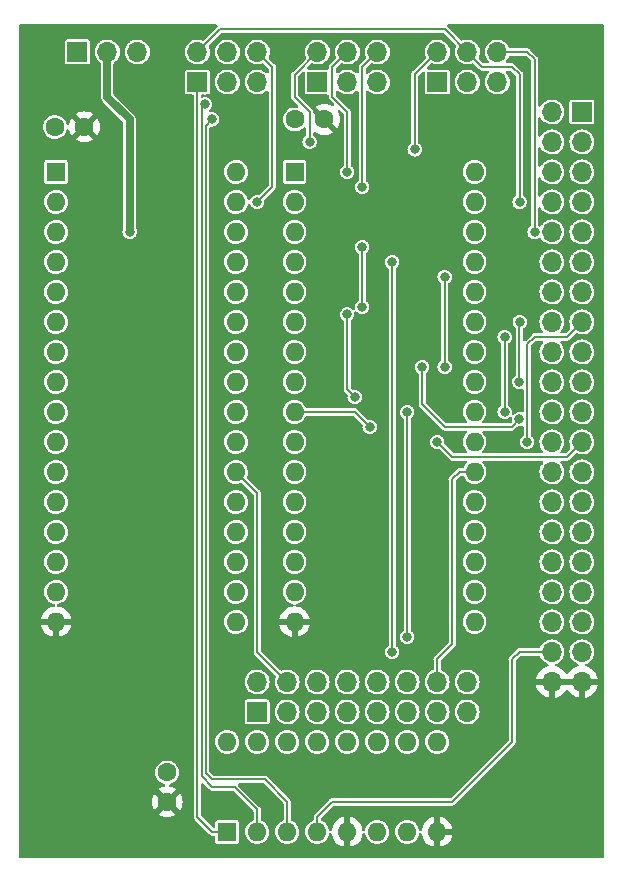
<source format=gbl>
G04 #@! TF.GenerationSoftware,KiCad,Pcbnew,(6.0.1)*
G04 #@! TF.CreationDate,2022-09-09T10:36:18-04:00*
G04 #@! TF.ProjectId,LB-MEM-01,4c422d4d-454d-42d3-9031-2e6b69636164,1*
G04 #@! TF.SameCoordinates,Original*
G04 #@! TF.FileFunction,Copper,L2,Bot*
G04 #@! TF.FilePolarity,Positive*
%FSLAX46Y46*%
G04 Gerber Fmt 4.6, Leading zero omitted, Abs format (unit mm)*
G04 Created by KiCad (PCBNEW (6.0.1)) date 2022-09-09 10:36:18*
%MOMM*%
%LPD*%
G01*
G04 APERTURE LIST*
G04 #@! TA.AperFunction,ComponentPad*
%ADD10R,1.600000X1.600000*%
G04 #@! TD*
G04 #@! TA.AperFunction,ComponentPad*
%ADD11O,1.600000X1.600000*%
G04 #@! TD*
G04 #@! TA.AperFunction,ComponentPad*
%ADD12R,1.700000X1.700000*%
G04 #@! TD*
G04 #@! TA.AperFunction,ComponentPad*
%ADD13O,1.700000X1.700000*%
G04 #@! TD*
G04 #@! TA.AperFunction,ComponentPad*
%ADD14C,1.600000*%
G04 #@! TD*
G04 #@! TA.AperFunction,ViaPad*
%ADD15C,0.800000*%
G04 #@! TD*
G04 #@! TA.AperFunction,Conductor*
%ADD16C,0.203200*%
G04 #@! TD*
G04 #@! TA.AperFunction,Conductor*
%ADD17C,0.635000*%
G04 #@! TD*
G04 APERTURE END LIST*
D10*
X155570000Y-59690000D03*
D11*
X155570000Y-62230000D03*
X155570000Y-64770000D03*
X155570000Y-67310000D03*
X155570000Y-69850000D03*
X155570000Y-72390000D03*
X155570000Y-74930000D03*
X155570000Y-77470000D03*
X155570000Y-80010000D03*
X155570000Y-82550000D03*
X155570000Y-85090000D03*
X155570000Y-87630000D03*
X155570000Y-90170000D03*
X155570000Y-92710000D03*
X155570000Y-95250000D03*
X155570000Y-97790000D03*
X170810000Y-97790000D03*
X170810000Y-95250000D03*
X170810000Y-92710000D03*
X170810000Y-90170000D03*
X170810000Y-87630000D03*
X170810000Y-85090000D03*
X170810000Y-82550000D03*
X170810000Y-80010000D03*
X170810000Y-77470000D03*
X170810000Y-74930000D03*
X170810000Y-72390000D03*
X170810000Y-69850000D03*
X170810000Y-67310000D03*
X170810000Y-64770000D03*
X170810000Y-62230000D03*
X170810000Y-59690000D03*
D12*
X179890000Y-54615000D03*
D13*
X177350000Y-54615000D03*
X179890000Y-57155000D03*
X177350000Y-57155000D03*
X179890000Y-59695000D03*
X177350000Y-59695000D03*
X179890000Y-62235000D03*
X177350000Y-62235000D03*
X179890000Y-64775000D03*
X177350000Y-64775000D03*
X179890000Y-67315000D03*
X177350000Y-67315000D03*
X179890000Y-69855000D03*
X177350000Y-69855000D03*
X179890000Y-72395000D03*
X177350000Y-72395000D03*
X179890000Y-74935000D03*
X177350000Y-74935000D03*
X179890000Y-77475000D03*
X177350000Y-77475000D03*
X179890000Y-80015000D03*
X177350000Y-80015000D03*
X179890000Y-82555000D03*
X177350000Y-82555000D03*
X179890000Y-85095000D03*
X177350000Y-85095000D03*
X179890000Y-87635000D03*
X177350000Y-87635000D03*
X179890000Y-90175000D03*
X177350000Y-90175000D03*
X179890000Y-92715000D03*
X177350000Y-92715000D03*
X179890000Y-95255000D03*
X177350000Y-95255000D03*
X179890000Y-97795000D03*
X177350000Y-97795000D03*
X179890000Y-100335000D03*
X177350000Y-100335000D03*
X179890000Y-102875000D03*
X177350000Y-102875000D03*
D10*
X149860000Y-115570000D03*
D11*
X152400000Y-115570000D03*
X154940000Y-115570000D03*
X157480000Y-115570000D03*
X160020000Y-115570000D03*
X162560000Y-115570000D03*
X165100000Y-115570000D03*
X167640000Y-115570000D03*
X167640000Y-107950000D03*
X165100000Y-107950000D03*
X162560000Y-107950000D03*
X160020000Y-107950000D03*
X157480000Y-107950000D03*
X154940000Y-107950000D03*
X152400000Y-107950000D03*
X149860000Y-107950000D03*
D10*
X135375000Y-59690000D03*
D11*
X135375000Y-62230000D03*
X135375000Y-64770000D03*
X135375000Y-67310000D03*
X135375000Y-69850000D03*
X135375000Y-72390000D03*
X135375000Y-74930000D03*
X135375000Y-77470000D03*
X135375000Y-80010000D03*
X135375000Y-82550000D03*
X135375000Y-85090000D03*
X135375000Y-87630000D03*
X135375000Y-90170000D03*
X135375000Y-92710000D03*
X135375000Y-95250000D03*
X135375000Y-97790000D03*
X150615000Y-97790000D03*
X150615000Y-95250000D03*
X150615000Y-92710000D03*
X150615000Y-90170000D03*
X150615000Y-87630000D03*
X150615000Y-85090000D03*
X150615000Y-82550000D03*
X150615000Y-80010000D03*
X150615000Y-77470000D03*
X150615000Y-74930000D03*
X150615000Y-72390000D03*
X150615000Y-69850000D03*
X150615000Y-67310000D03*
X150615000Y-64770000D03*
X150615000Y-62230000D03*
X150615000Y-59690000D03*
D14*
X144780000Y-113030000D03*
X144780000Y-110530000D03*
X137775000Y-55880000D03*
X135275000Y-55880000D03*
D12*
X137175000Y-49530000D03*
D13*
X139715000Y-49530000D03*
X142255000Y-49530000D03*
D12*
X157495000Y-52075000D03*
D13*
X157495000Y-49535000D03*
X160035000Y-52075000D03*
X160035000Y-49535000D03*
X162575000Y-52075000D03*
X162575000Y-49535000D03*
D12*
X147335000Y-52075000D03*
D13*
X147335000Y-49535000D03*
X149875000Y-52075000D03*
X149875000Y-49535000D03*
X152415000Y-52075000D03*
X152415000Y-49535000D03*
D12*
X152400000Y-105410000D03*
D13*
X152400000Y-102870000D03*
X154940000Y-105410000D03*
X154940000Y-102870000D03*
X157480000Y-105410000D03*
X157480000Y-102870000D03*
X160020000Y-105410000D03*
X160020000Y-102870000D03*
X162560000Y-105410000D03*
X162560000Y-102870000D03*
X165100000Y-105410000D03*
X165100000Y-102870000D03*
X167640000Y-105410000D03*
X167640000Y-102870000D03*
X170180000Y-105410000D03*
X170180000Y-102870000D03*
D12*
X167655000Y-52075000D03*
D13*
X167655000Y-49535000D03*
X170195000Y-52075000D03*
X170195000Y-49535000D03*
X172735000Y-52075000D03*
X172735000Y-49535000D03*
D14*
X158095000Y-55245000D03*
X155595000Y-55245000D03*
D15*
X174606500Y-77470000D03*
X174630000Y-72395000D03*
X161290000Y-71120000D03*
X161290000Y-66040000D03*
X152400000Y-62230000D03*
X167640000Y-82550000D03*
X161925000Y-81280000D03*
X174606500Y-80626500D03*
X166370000Y-76200000D03*
X173355000Y-80010000D03*
X173355000Y-73660000D03*
X160020000Y-71755000D03*
X160655000Y-78740000D03*
X168275000Y-76200000D03*
X168275000Y-68580000D03*
X175260000Y-82550000D03*
X160020000Y-59690000D03*
X161290000Y-60960000D03*
X175890000Y-64775000D03*
X165100000Y-99060000D03*
X165100000Y-80010000D03*
X163830000Y-67310000D03*
X163830000Y-100330000D03*
X156845000Y-57150000D03*
X165735000Y-57785000D03*
X174620000Y-62235000D03*
X147988500Y-53975000D03*
X148590000Y-55245000D03*
X141605000Y-64770000D03*
D16*
X174606500Y-72418500D02*
X174630000Y-72395000D01*
X174606500Y-77470000D02*
X174606500Y-72418500D01*
X161290000Y-66040000D02*
X161290000Y-71120000D01*
X153670000Y-60960000D02*
X152400000Y-62230000D01*
X153670000Y-50790000D02*
X153670000Y-60960000D01*
X152415000Y-49535000D02*
X153670000Y-50790000D01*
X168910000Y-83820000D02*
X178625000Y-83820000D01*
X178625000Y-83820000D02*
X179890000Y-82555000D01*
X167640000Y-82550000D02*
X168910000Y-83820000D01*
X155570000Y-80010000D02*
X160655000Y-80010000D01*
X160655000Y-80010000D02*
X161925000Y-81280000D01*
X166370000Y-79375000D02*
X166370000Y-76200000D01*
X168275000Y-81280000D02*
X173953000Y-81280000D01*
X173953000Y-81280000D02*
X174606500Y-80626500D01*
X166370000Y-79375000D02*
X168275000Y-81280000D01*
X173355000Y-73660000D02*
X173355000Y-80010000D01*
X160020000Y-71755000D02*
X160020000Y-78105000D01*
X160020000Y-78105000D02*
X160655000Y-78740000D01*
X168275000Y-68580000D02*
X168275000Y-76200000D01*
X175895000Y-73660000D02*
X175260000Y-74295000D01*
X178625000Y-73660000D02*
X179890000Y-72395000D01*
X175260000Y-74295000D02*
X175260000Y-82550000D01*
X175895000Y-73660000D02*
X178625000Y-73660000D01*
X160035000Y-49535000D02*
X158770000Y-50800000D01*
X158770000Y-50800000D02*
X158770000Y-53360000D01*
X160020000Y-54610000D02*
X160020000Y-59690000D01*
X158770000Y-53360000D02*
X160020000Y-54610000D01*
X161290000Y-60960000D02*
X161290000Y-50820000D01*
X161290000Y-50820000D02*
X162575000Y-49535000D01*
X175260000Y-49530000D02*
X175255000Y-49535000D01*
X175890000Y-50160000D02*
X175260000Y-49530000D01*
X175890000Y-64775000D02*
X175890000Y-50160000D01*
X172735000Y-49535000D02*
X175255000Y-49535000D01*
X165100000Y-99060000D02*
X165100000Y-80010000D01*
X163830000Y-100330000D02*
X163830000Y-67310000D01*
X170810000Y-85090000D02*
X169545000Y-85090000D01*
X168910000Y-85725000D02*
X168910000Y-99695000D01*
X168910000Y-99695000D02*
X167640000Y-100965000D01*
X167640000Y-102870000D02*
X167640000Y-100965000D01*
X169545000Y-85090000D02*
X168910000Y-85725000D01*
X152400000Y-100330000D02*
X154940000Y-102870000D01*
X152400000Y-86875000D02*
X152400000Y-100330000D01*
X150615000Y-85090000D02*
X152400000Y-86875000D01*
X156845000Y-57150000D02*
X156845000Y-54610000D01*
X155575000Y-53340000D02*
X155575000Y-51455000D01*
X155575000Y-51455000D02*
X157495000Y-49535000D01*
X156845000Y-54610000D02*
X155575000Y-53340000D01*
X165735000Y-51435000D02*
X165755000Y-51435000D01*
X165755000Y-51435000D02*
X167655000Y-49535000D01*
X165735000Y-57785000D02*
X165735000Y-51435000D01*
X170195000Y-49535000D02*
X171460000Y-50800000D01*
X170195000Y-49535000D02*
X168285000Y-47625000D01*
X173970000Y-50790000D02*
X171450000Y-50790000D01*
X174620000Y-51440000D02*
X173970000Y-50790000D01*
X171460000Y-50800000D02*
X173990000Y-50800000D01*
X149245000Y-47625000D02*
X147335000Y-49535000D01*
X168285000Y-47625000D02*
X149245000Y-47625000D01*
X174620000Y-62235000D02*
X174620000Y-51440000D01*
X149860000Y-115570000D02*
X148590000Y-115570000D01*
X147335000Y-114315000D02*
X147335000Y-52075000D01*
X148590000Y-115570000D02*
X147335000Y-114315000D01*
X152400000Y-113665000D02*
X150495000Y-111760000D01*
X150495000Y-111760000D02*
X148590000Y-111760000D01*
X147988500Y-53975000D02*
X147690120Y-54273380D01*
X147690120Y-54273380D02*
X147690120Y-110860120D01*
X148590000Y-111760000D02*
X147690120Y-110860120D01*
X152400000Y-115570000D02*
X152400000Y-113665000D01*
X154940000Y-113030000D02*
X153035000Y-111125000D01*
X148590000Y-111125000D02*
X148045240Y-110580240D01*
X154940000Y-115570000D02*
X154940000Y-113030000D01*
X148590000Y-111125000D02*
X153035000Y-111125000D01*
X148045240Y-110580240D02*
X148045240Y-55880000D01*
X148045240Y-55789760D02*
X148590000Y-55245000D01*
X148045240Y-55880000D02*
X148045240Y-55789760D01*
X168910000Y-113030000D02*
X173990000Y-107950000D01*
X174625000Y-100330000D02*
X174630000Y-100335000D01*
X158750000Y-113030000D02*
X168910000Y-113030000D01*
X173990000Y-107950000D02*
X173990000Y-100965000D01*
X174630000Y-100335000D02*
X177350000Y-100335000D01*
X157480000Y-114300000D02*
X158750000Y-113030000D01*
X173990000Y-100965000D02*
X174625000Y-100330000D01*
X157480000Y-115570000D02*
X157480000Y-114300000D01*
D17*
X141605000Y-55245000D02*
X139715000Y-53355000D01*
X139715000Y-53355000D02*
X139715000Y-49530000D01*
X141605000Y-64770000D02*
X141605000Y-55245000D01*
G04 #@! TA.AperFunction,Conductor*
G36*
X148996173Y-47223202D02*
G01*
X149042666Y-47276858D01*
X149052770Y-47347132D01*
X149028349Y-47405466D01*
X149019466Y-47417148D01*
X149008264Y-47429977D01*
X147898688Y-48539552D01*
X147836376Y-48573578D01*
X147765560Y-48568513D01*
X147753437Y-48563006D01*
X147750727Y-48561867D01*
X147745301Y-48558933D01*
X147639712Y-48526248D01*
X147553788Y-48499650D01*
X147553785Y-48499649D01*
X147547901Y-48497828D01*
X147541776Y-48497184D01*
X147541775Y-48497184D01*
X147348520Y-48476872D01*
X147348519Y-48476872D01*
X147342392Y-48476228D01*
X147238332Y-48485698D01*
X147142742Y-48494397D01*
X147142741Y-48494397D01*
X147136601Y-48494956D01*
X146938367Y-48553300D01*
X146755241Y-48649036D01*
X146594198Y-48778518D01*
X146590239Y-48783236D01*
X146590238Y-48783237D01*
X146465329Y-48932097D01*
X146461371Y-48936814D01*
X146458408Y-48942203D01*
X146458405Y-48942208D01*
X146398864Y-49050514D01*
X146361821Y-49117895D01*
X146299339Y-49314864D01*
X146298653Y-49320981D01*
X146298652Y-49320985D01*
X146296205Y-49342804D01*
X146276305Y-49520217D01*
X146277252Y-49531495D01*
X146293080Y-49719994D01*
X146293081Y-49719999D01*
X146293596Y-49726133D01*
X146307731Y-49775427D01*
X146347424Y-49913850D01*
X146350555Y-49924770D01*
X146371667Y-49965849D01*
X146439625Y-50098081D01*
X146445010Y-50108560D01*
X146448835Y-50113386D01*
X146448837Y-50113389D01*
X146513431Y-50194886D01*
X146573364Y-50270503D01*
X146578057Y-50274497D01*
X146578058Y-50274498D01*
X146580257Y-50276369D01*
X146730730Y-50404431D01*
X146911111Y-50505243D01*
X147107639Y-50569099D01*
X147312826Y-50593566D01*
X147318961Y-50593094D01*
X147318963Y-50593094D01*
X147512715Y-50578185D01*
X147512718Y-50578184D01*
X147518858Y-50577712D01*
X147531072Y-50574302D01*
X147559230Y-50566440D01*
X147717887Y-50522143D01*
X147902332Y-50428973D01*
X147913591Y-50420177D01*
X148060307Y-50305550D01*
X148060308Y-50305549D01*
X148065168Y-50301752D01*
X148200191Y-50145325D01*
X148211092Y-50126137D01*
X148271161Y-50020395D01*
X148302260Y-49965652D01*
X148367486Y-49769575D01*
X148393385Y-49564563D01*
X148393798Y-49535000D01*
X148392348Y-49520217D01*
X148816305Y-49520217D01*
X148817252Y-49531495D01*
X148833080Y-49719994D01*
X148833081Y-49719999D01*
X148833596Y-49726133D01*
X148847731Y-49775427D01*
X148887424Y-49913850D01*
X148890555Y-49924770D01*
X148911667Y-49965849D01*
X148979625Y-50098081D01*
X148985010Y-50108560D01*
X148988835Y-50113386D01*
X148988837Y-50113389D01*
X149053431Y-50194886D01*
X149113364Y-50270503D01*
X149118057Y-50274497D01*
X149118058Y-50274498D01*
X149120257Y-50276369D01*
X149270730Y-50404431D01*
X149451111Y-50505243D01*
X149647639Y-50569099D01*
X149852826Y-50593566D01*
X149858961Y-50593094D01*
X149858963Y-50593094D01*
X150052715Y-50578185D01*
X150052718Y-50578184D01*
X150058858Y-50577712D01*
X150071072Y-50574302D01*
X150099230Y-50566440D01*
X150257887Y-50522143D01*
X150442332Y-50428973D01*
X150453591Y-50420177D01*
X150600307Y-50305550D01*
X150600308Y-50305549D01*
X150605168Y-50301752D01*
X150740191Y-50145325D01*
X150751092Y-50126137D01*
X150811161Y-50020395D01*
X150842260Y-49965652D01*
X150907486Y-49769575D01*
X150933385Y-49564563D01*
X150933798Y-49535000D01*
X150913633Y-49329345D01*
X150909600Y-49315985D01*
X150855688Y-49137422D01*
X150853907Y-49131523D01*
X150801694Y-49033324D01*
X150759789Y-48954512D01*
X150759787Y-48954509D01*
X150756895Y-48949070D01*
X150753005Y-48944300D01*
X150753002Y-48944296D01*
X150630187Y-48793710D01*
X150630184Y-48793707D01*
X150626292Y-48788935D01*
X150620248Y-48783935D01*
X150471822Y-48661146D01*
X150471819Y-48661144D01*
X150467072Y-48657217D01*
X150285301Y-48558933D01*
X150179712Y-48526248D01*
X150093788Y-48499650D01*
X150093785Y-48499649D01*
X150087901Y-48497828D01*
X150081776Y-48497184D01*
X150081775Y-48497184D01*
X149888520Y-48476872D01*
X149888519Y-48476872D01*
X149882392Y-48476228D01*
X149778332Y-48485698D01*
X149682742Y-48494397D01*
X149682741Y-48494397D01*
X149676601Y-48494956D01*
X149478367Y-48553300D01*
X149295241Y-48649036D01*
X149134198Y-48778518D01*
X149130239Y-48783236D01*
X149130238Y-48783237D01*
X149005329Y-48932097D01*
X149001371Y-48936814D01*
X148998408Y-48942203D01*
X148998405Y-48942208D01*
X148938864Y-49050514D01*
X148901821Y-49117895D01*
X148839339Y-49314864D01*
X148838653Y-49320981D01*
X148838652Y-49320985D01*
X148836205Y-49342804D01*
X148816305Y-49520217D01*
X148392348Y-49520217D01*
X148373633Y-49329345D01*
X148369600Y-49315985D01*
X148343548Y-49229700D01*
X148313907Y-49131523D01*
X148311014Y-49126081D01*
X148307807Y-49120051D01*
X148293484Y-49050514D01*
X148319030Y-48984272D01*
X148329961Y-48971798D01*
X148824253Y-48477507D01*
X149334555Y-47967205D01*
X149396867Y-47933179D01*
X149423650Y-47930300D01*
X168106351Y-47930300D01*
X168174472Y-47950302D01*
X168195446Y-47967205D01*
X169199253Y-48971012D01*
X169233279Y-49033324D01*
X169225969Y-49109743D01*
X169224789Y-49112496D01*
X169221821Y-49117895D01*
X169159339Y-49314864D01*
X169158653Y-49320981D01*
X169158652Y-49320985D01*
X169156205Y-49342804D01*
X169136305Y-49520217D01*
X169137252Y-49531495D01*
X169153080Y-49719994D01*
X169153081Y-49719999D01*
X169153596Y-49726133D01*
X169167731Y-49775427D01*
X169207424Y-49913850D01*
X169210555Y-49924770D01*
X169231667Y-49965849D01*
X169299625Y-50098081D01*
X169305010Y-50108560D01*
X169308835Y-50113386D01*
X169308837Y-50113389D01*
X169373431Y-50194886D01*
X169433364Y-50270503D01*
X169438057Y-50274497D01*
X169438058Y-50274498D01*
X169440257Y-50276369D01*
X169590730Y-50404431D01*
X169771111Y-50505243D01*
X169967639Y-50569099D01*
X170172826Y-50593566D01*
X170178961Y-50593094D01*
X170178963Y-50593094D01*
X170372715Y-50578185D01*
X170372718Y-50578184D01*
X170378858Y-50577712D01*
X170390968Y-50574331D01*
X170571956Y-50523799D01*
X170571957Y-50523799D01*
X170577887Y-50522143D01*
X170587786Y-50517143D01*
X170593382Y-50514316D01*
X170611083Y-50505375D01*
X170680904Y-50492515D01*
X170746595Y-50519444D01*
X170756987Y-50528746D01*
X171196438Y-50968197D01*
X171198291Y-50970343D01*
X171200655Y-50975180D01*
X171209184Y-50983092D01*
X171209395Y-50983376D01*
X171210227Y-50984304D01*
X171210655Y-50985180D01*
X171212775Y-50987146D01*
X171212778Y-50987150D01*
X171247151Y-51019035D01*
X171250556Y-51022315D01*
X171264197Y-51035956D01*
X171268213Y-51038711D01*
X171271007Y-51041164D01*
X171294037Y-51062528D01*
X171304843Y-51066839D01*
X171308378Y-51069074D01*
X171320751Y-51075681D01*
X171324576Y-51077376D01*
X171334168Y-51083956D01*
X171353126Y-51088455D01*
X171358675Y-51089772D01*
X171376271Y-51095337D01*
X171391413Y-51101378D01*
X171391416Y-51101379D01*
X171399673Y-51104673D01*
X171406068Y-51105300D01*
X171409362Y-51105300D01*
X171409513Y-51105318D01*
X171412220Y-51105450D01*
X171412211Y-51105633D01*
X171424766Y-51107103D01*
X171433507Y-51107530D01*
X171444827Y-51110217D01*
X171456356Y-51108648D01*
X171456357Y-51108648D01*
X171472499Y-51106451D01*
X171489490Y-51105300D01*
X171904035Y-51105300D01*
X171972156Y-51125302D01*
X172018649Y-51178958D01*
X172028753Y-51249232D01*
X171999259Y-51313812D01*
X171996800Y-51316426D01*
X171994198Y-51318518D01*
X171990239Y-51323236D01*
X171990237Y-51323238D01*
X171899883Y-51430917D01*
X171861371Y-51476814D01*
X171858408Y-51482203D01*
X171858405Y-51482208D01*
X171775300Y-51633377D01*
X171761821Y-51657895D01*
X171699339Y-51854864D01*
X171698653Y-51860981D01*
X171698652Y-51860985D01*
X171676992Y-52054092D01*
X171676305Y-52060217D01*
X171676821Y-52066361D01*
X171693080Y-52259994D01*
X171693081Y-52259999D01*
X171693596Y-52266133D01*
X171750555Y-52464770D01*
X171845010Y-52648560D01*
X171848835Y-52653386D01*
X171848837Y-52653389D01*
X171942029Y-52770968D01*
X171973364Y-52810503D01*
X171978057Y-52814497D01*
X171978058Y-52814498D01*
X172015667Y-52846505D01*
X172130730Y-52944431D01*
X172311111Y-53045243D01*
X172507639Y-53109099D01*
X172712826Y-53133566D01*
X172718961Y-53133094D01*
X172718963Y-53133094D01*
X172912715Y-53118185D01*
X172912718Y-53118184D01*
X172918858Y-53117712D01*
X173117887Y-53062143D01*
X173302332Y-52968973D01*
X173329899Y-52947436D01*
X173460307Y-52845550D01*
X173460308Y-52845549D01*
X173465168Y-52841752D01*
X173600191Y-52685325D01*
X173702260Y-52505652D01*
X173767486Y-52309575D01*
X173793385Y-52104563D01*
X173793798Y-52075000D01*
X173773633Y-51869345D01*
X173713907Y-51671523D01*
X173658044Y-51566460D01*
X173619789Y-51494512D01*
X173619787Y-51494509D01*
X173616895Y-51489070D01*
X173613005Y-51484300D01*
X173613002Y-51484296D01*
X173490187Y-51333710D01*
X173490184Y-51333707D01*
X173486292Y-51328935D01*
X173481543Y-51325006D01*
X173477202Y-51320635D01*
X173479113Y-51318737D01*
X173445893Y-51269566D01*
X173444262Y-51198588D01*
X173481264Y-51137996D01*
X173545151Y-51107027D01*
X173565942Y-51105300D01*
X173801350Y-51105300D01*
X173869471Y-51125302D01*
X173890446Y-51142205D01*
X174277796Y-51529556D01*
X174311821Y-51591868D01*
X174314700Y-51618651D01*
X174314700Y-61646181D01*
X174294698Y-61714302D01*
X174265405Y-61746143D01*
X174189436Y-61804436D01*
X174092669Y-61930546D01*
X174089509Y-61938176D01*
X174037012Y-62064915D01*
X174031839Y-62077403D01*
X174011091Y-62235000D01*
X174031839Y-62392597D01*
X174034998Y-62400224D01*
X174034999Y-62400227D01*
X174057043Y-62453444D01*
X174092669Y-62539454D01*
X174097696Y-62546005D01*
X174180573Y-62654013D01*
X174189436Y-62665564D01*
X174315545Y-62762331D01*
X174388974Y-62792746D01*
X174454773Y-62820001D01*
X174454776Y-62820002D01*
X174462403Y-62823161D01*
X174620000Y-62843909D01*
X174628188Y-62842831D01*
X174649943Y-62839967D01*
X174777597Y-62823161D01*
X174785224Y-62820002D01*
X174785227Y-62820001D01*
X174851026Y-62792746D01*
X174924455Y-62762331D01*
X175050564Y-62665564D01*
X175059428Y-62654013D01*
X175142304Y-62546005D01*
X175147331Y-62539454D01*
X175182957Y-62453444D01*
X175205001Y-62400227D01*
X175205002Y-62400224D01*
X175208161Y-62392597D01*
X175228909Y-62235000D01*
X175208161Y-62077403D01*
X175202989Y-62064915D01*
X175150491Y-61938176D01*
X175147331Y-61930546D01*
X175075875Y-61837422D01*
X175055591Y-61810987D01*
X175055590Y-61810986D01*
X175050564Y-61804436D01*
X174974594Y-61746142D01*
X174932728Y-61688805D01*
X174925300Y-61646181D01*
X174925300Y-51493290D01*
X174925507Y-51490465D01*
X174927256Y-51485372D01*
X174925389Y-51435643D01*
X174925300Y-51430917D01*
X174925300Y-51411607D01*
X174924408Y-51406820D01*
X174924167Y-51403101D01*
X174922989Y-51371718D01*
X174918395Y-51361026D01*
X174917475Y-51356941D01*
X174913399Y-51343525D01*
X174911894Y-51339626D01*
X174909764Y-51328189D01*
X174896547Y-51306747D01*
X174888039Y-51290368D01*
X174881606Y-51275394D01*
X174881604Y-51275391D01*
X174878094Y-51267221D01*
X174874016Y-51262256D01*
X174871687Y-51259927D01*
X174871599Y-51259815D01*
X174869773Y-51257802D01*
X174869909Y-51257678D01*
X174862062Y-51247751D01*
X174856189Y-51241274D01*
X174850085Y-51231372D01*
X174827855Y-51214468D01*
X174815027Y-51203267D01*
X174266422Y-50654662D01*
X174251858Y-50634264D01*
X174251390Y-50634611D01*
X174244454Y-50625272D01*
X174239345Y-50614820D01*
X174227894Y-50604197D01*
X174167324Y-50548011D01*
X174155963Y-50537472D01*
X174145161Y-50533162D01*
X174145155Y-50533159D01*
X174144625Y-50532948D01*
X174138495Y-50529821D01*
X174135963Y-50527472D01*
X174126447Y-50523675D01*
X174123988Y-50522421D01*
X174121635Y-50520934D01*
X174109240Y-50514316D01*
X174105428Y-50512627D01*
X174095832Y-50506044D01*
X174071317Y-50500226D01*
X174053730Y-50494663D01*
X174030327Y-50485327D01*
X174023932Y-50484700D01*
X174020636Y-50484700D01*
X174020483Y-50484682D01*
X174017780Y-50484550D01*
X174017789Y-50484367D01*
X174005232Y-50482897D01*
X173996493Y-50482470D01*
X173985172Y-50479783D01*
X173973643Y-50481352D01*
X173973642Y-50481352D01*
X173957500Y-50483549D01*
X173940509Y-50484700D01*
X173582460Y-50484700D01*
X173514339Y-50464698D01*
X173467846Y-50411042D01*
X173457742Y-50340768D01*
X173487078Y-50276369D01*
X173596167Y-50149987D01*
X173596167Y-50149986D01*
X173600191Y-50145325D01*
X173611092Y-50126137D01*
X173671161Y-50020395D01*
X173702260Y-49965652D01*
X173714038Y-49930247D01*
X173715275Y-49926528D01*
X173755757Y-49868203D01*
X173821345Y-49841024D01*
X173834833Y-49840300D01*
X175086351Y-49840300D01*
X175154472Y-49860302D01*
X175175446Y-49877205D01*
X175547795Y-50249554D01*
X175581821Y-50311866D01*
X175584700Y-50338649D01*
X175584700Y-64186181D01*
X175564698Y-64254302D01*
X175535404Y-64286144D01*
X175459436Y-64344436D01*
X175362669Y-64470546D01*
X175359509Y-64478176D01*
X175307071Y-64604773D01*
X175301839Y-64617403D01*
X175281091Y-64775000D01*
X175301839Y-64932597D01*
X175304998Y-64940224D01*
X175304999Y-64940227D01*
X175327043Y-64993444D01*
X175362669Y-65079454D01*
X175367696Y-65086005D01*
X175450573Y-65194013D01*
X175459436Y-65205564D01*
X175585545Y-65302331D01*
X175658974Y-65332746D01*
X175724773Y-65360001D01*
X175724776Y-65360002D01*
X175732403Y-65363161D01*
X175890000Y-65383909D01*
X175898188Y-65382831D01*
X175919943Y-65379967D01*
X176047597Y-65363161D01*
X176055224Y-65360002D01*
X176055227Y-65360001D01*
X176121026Y-65332746D01*
X176194455Y-65302331D01*
X176248102Y-65261166D01*
X176314321Y-65235567D01*
X176383869Y-65249832D01*
X176436871Y-65303536D01*
X176460010Y-65348560D01*
X176463835Y-65353386D01*
X176463837Y-65353389D01*
X176544372Y-65454999D01*
X176588364Y-65510503D01*
X176593057Y-65514497D01*
X176593058Y-65514498D01*
X176698709Y-65604413D01*
X176745730Y-65644431D01*
X176926111Y-65745243D01*
X177122639Y-65809099D01*
X177327826Y-65833566D01*
X177333961Y-65833094D01*
X177333963Y-65833094D01*
X177527715Y-65818185D01*
X177527718Y-65818184D01*
X177533858Y-65817712D01*
X177732887Y-65762143D01*
X177917332Y-65668973D01*
X177944899Y-65647436D01*
X178075307Y-65545550D01*
X178075308Y-65545549D01*
X178080168Y-65541752D01*
X178215191Y-65385325D01*
X178230623Y-65358161D01*
X178314213Y-65211015D01*
X178317260Y-65205652D01*
X178382486Y-65009575D01*
X178408385Y-64804563D01*
X178408798Y-64775000D01*
X178407348Y-64760217D01*
X178831305Y-64760217D01*
X178832252Y-64771495D01*
X178848080Y-64959994D01*
X178848081Y-64959999D01*
X178848596Y-64966133D01*
X178859298Y-65003455D01*
X178898818Y-65141274D01*
X178905555Y-65164770D01*
X178929104Y-65210592D01*
X178985936Y-65321174D01*
X179000010Y-65348560D01*
X179003835Y-65353386D01*
X179003837Y-65353389D01*
X179084372Y-65454999D01*
X179128364Y-65510503D01*
X179133057Y-65514497D01*
X179133058Y-65514498D01*
X179238709Y-65604413D01*
X179285730Y-65644431D01*
X179466111Y-65745243D01*
X179662639Y-65809099D01*
X179867826Y-65833566D01*
X179873961Y-65833094D01*
X179873963Y-65833094D01*
X180067715Y-65818185D01*
X180067718Y-65818184D01*
X180073858Y-65817712D01*
X180272887Y-65762143D01*
X180457332Y-65668973D01*
X180484899Y-65647436D01*
X180615307Y-65545550D01*
X180615308Y-65545549D01*
X180620168Y-65541752D01*
X180755191Y-65385325D01*
X180770623Y-65358161D01*
X180854213Y-65211015D01*
X180857260Y-65205652D01*
X180922486Y-65009575D01*
X180948385Y-64804563D01*
X180948798Y-64775000D01*
X180928633Y-64569345D01*
X180901108Y-64478176D01*
X180870688Y-64377422D01*
X180868907Y-64371523D01*
X180820401Y-64280297D01*
X180774789Y-64194512D01*
X180774787Y-64194509D01*
X180771895Y-64189070D01*
X180768005Y-64184300D01*
X180768002Y-64184296D01*
X180645187Y-64033710D01*
X180645184Y-64033707D01*
X180641292Y-64028935D01*
X180636543Y-64025006D01*
X180486822Y-63901146D01*
X180486819Y-63901144D01*
X180482072Y-63897217D01*
X180300301Y-63798933D01*
X180181079Y-63762028D01*
X180108788Y-63739650D01*
X180108785Y-63739649D01*
X180102901Y-63737828D01*
X180096776Y-63737184D01*
X180096775Y-63737184D01*
X179903520Y-63716872D01*
X179903519Y-63716872D01*
X179897392Y-63716228D01*
X179770582Y-63727768D01*
X179697742Y-63734397D01*
X179697741Y-63734397D01*
X179691601Y-63734956D01*
X179493367Y-63793300D01*
X179310241Y-63889036D01*
X179149198Y-64018518D01*
X179145239Y-64023236D01*
X179145238Y-64023237D01*
X179110940Y-64064112D01*
X179016371Y-64176814D01*
X179013408Y-64182203D01*
X179013405Y-64182208D01*
X178924220Y-64344436D01*
X178916821Y-64357895D01*
X178854339Y-64554864D01*
X178853653Y-64560981D01*
X178853652Y-64560985D01*
X178832474Y-64749793D01*
X178831305Y-64760217D01*
X178407348Y-64760217D01*
X178388633Y-64569345D01*
X178361108Y-64478176D01*
X178330688Y-64377422D01*
X178328907Y-64371523D01*
X178280401Y-64280297D01*
X178234789Y-64194512D01*
X178234787Y-64194509D01*
X178231895Y-64189070D01*
X178228005Y-64184300D01*
X178228002Y-64184296D01*
X178105187Y-64033710D01*
X178105184Y-64033707D01*
X178101292Y-64028935D01*
X178096543Y-64025006D01*
X177946822Y-63901146D01*
X177946819Y-63901144D01*
X177942072Y-63897217D01*
X177760301Y-63798933D01*
X177641079Y-63762028D01*
X177568788Y-63739650D01*
X177568785Y-63739649D01*
X177562901Y-63737828D01*
X177556776Y-63737184D01*
X177556775Y-63737184D01*
X177363520Y-63716872D01*
X177363519Y-63716872D01*
X177357392Y-63716228D01*
X177230582Y-63727768D01*
X177157742Y-63734397D01*
X177157741Y-63734397D01*
X177151601Y-63734956D01*
X176953367Y-63793300D01*
X176770241Y-63889036D01*
X176609198Y-64018518D01*
X176605239Y-64023236D01*
X176605238Y-64023237D01*
X176570940Y-64064112D01*
X176476371Y-64176814D01*
X176473408Y-64182203D01*
X176473405Y-64182208D01*
X176436030Y-64250194D01*
X176385684Y-64300253D01*
X176316267Y-64315146D01*
X176248900Y-64289446D01*
X176244581Y-64286132D01*
X176202723Y-64228789D01*
X176195300Y-64186181D01*
X176195300Y-62814312D01*
X176215302Y-62746191D01*
X176268958Y-62699698D01*
X176339232Y-62689594D01*
X176403812Y-62719088D01*
X176433367Y-62756718D01*
X176445936Y-62781174D01*
X176460010Y-62808560D01*
X176463835Y-62813386D01*
X176463837Y-62813389D01*
X176552910Y-62925771D01*
X176588364Y-62970503D01*
X176745730Y-63104431D01*
X176926111Y-63205243D01*
X177122639Y-63269099D01*
X177327826Y-63293566D01*
X177333961Y-63293094D01*
X177333963Y-63293094D01*
X177527715Y-63278185D01*
X177527718Y-63278184D01*
X177533858Y-63277712D01*
X177732887Y-63222143D01*
X177917332Y-63128973D01*
X177944899Y-63107436D01*
X178075307Y-63005550D01*
X178075308Y-63005549D01*
X178080168Y-63001752D01*
X178215191Y-62845325D01*
X178230623Y-62818161D01*
X178314213Y-62671015D01*
X178317260Y-62665652D01*
X178382486Y-62469575D01*
X178408385Y-62264563D01*
X178408798Y-62235000D01*
X178407348Y-62220217D01*
X178831305Y-62220217D01*
X178832252Y-62231495D01*
X178848080Y-62419994D01*
X178848081Y-62419999D01*
X178848596Y-62426133D01*
X178859298Y-62463455D01*
X178898818Y-62601274D01*
X178905555Y-62624770D01*
X178929104Y-62670592D01*
X178985936Y-62781174D01*
X179000010Y-62808560D01*
X179003835Y-62813386D01*
X179003837Y-62813389D01*
X179092910Y-62925771D01*
X179128364Y-62970503D01*
X179285730Y-63104431D01*
X179466111Y-63205243D01*
X179662639Y-63269099D01*
X179867826Y-63293566D01*
X179873961Y-63293094D01*
X179873963Y-63293094D01*
X180067715Y-63278185D01*
X180067718Y-63278184D01*
X180073858Y-63277712D01*
X180272887Y-63222143D01*
X180457332Y-63128973D01*
X180484899Y-63107436D01*
X180615307Y-63005550D01*
X180615308Y-63005549D01*
X180620168Y-63001752D01*
X180755191Y-62845325D01*
X180770623Y-62818161D01*
X180854213Y-62671015D01*
X180857260Y-62665652D01*
X180922486Y-62469575D01*
X180948385Y-62264563D01*
X180948798Y-62235000D01*
X180928633Y-62029345D01*
X180901108Y-61938176D01*
X180870688Y-61837422D01*
X180868907Y-61831523D01*
X180808569Y-61718043D01*
X180774789Y-61654512D01*
X180774787Y-61654509D01*
X180771895Y-61649070D01*
X180768005Y-61644300D01*
X180768002Y-61644296D01*
X180645187Y-61493710D01*
X180645184Y-61493707D01*
X180641292Y-61488935D01*
X180636543Y-61485006D01*
X180486822Y-61361146D01*
X180486819Y-61361144D01*
X180482072Y-61357217D01*
X180300301Y-61258933D01*
X180181079Y-61222028D01*
X180108788Y-61199650D01*
X180108785Y-61199649D01*
X180102901Y-61197828D01*
X180096776Y-61197184D01*
X180096775Y-61197184D01*
X179903520Y-61176872D01*
X179903519Y-61176872D01*
X179897392Y-61176228D01*
X179770582Y-61187768D01*
X179697742Y-61194397D01*
X179697741Y-61194397D01*
X179691601Y-61194956D01*
X179493367Y-61253300D01*
X179310241Y-61349036D01*
X179149198Y-61478518D01*
X179145239Y-61483236D01*
X179145238Y-61483237D01*
X179020329Y-61632097D01*
X179016371Y-61636814D01*
X179013408Y-61642203D01*
X179013405Y-61642208D01*
X178926969Y-61799436D01*
X178916821Y-61817895D01*
X178854339Y-62014864D01*
X178853653Y-62020981D01*
X178853652Y-62020985D01*
X178845049Y-62097684D01*
X178831305Y-62220217D01*
X178407348Y-62220217D01*
X178388633Y-62029345D01*
X178361108Y-61938176D01*
X178330688Y-61837422D01*
X178328907Y-61831523D01*
X178268569Y-61718043D01*
X178234789Y-61654512D01*
X178234787Y-61654509D01*
X178231895Y-61649070D01*
X178228005Y-61644300D01*
X178228002Y-61644296D01*
X178105187Y-61493710D01*
X178105184Y-61493707D01*
X178101292Y-61488935D01*
X178096543Y-61485006D01*
X177946822Y-61361146D01*
X177946819Y-61361144D01*
X177942072Y-61357217D01*
X177760301Y-61258933D01*
X177641079Y-61222028D01*
X177568788Y-61199650D01*
X177568785Y-61199649D01*
X177562901Y-61197828D01*
X177556776Y-61197184D01*
X177556775Y-61197184D01*
X177363520Y-61176872D01*
X177363519Y-61176872D01*
X177357392Y-61176228D01*
X177230582Y-61187768D01*
X177157742Y-61194397D01*
X177157741Y-61194397D01*
X177151601Y-61194956D01*
X176953367Y-61253300D01*
X176770241Y-61349036D01*
X176609198Y-61478518D01*
X176605239Y-61483236D01*
X176605238Y-61483237D01*
X176480329Y-61632097D01*
X176476371Y-61636814D01*
X176473408Y-61642203D01*
X176473405Y-61642208D01*
X176431715Y-61718043D01*
X176381369Y-61768102D01*
X176311952Y-61782995D01*
X176245503Y-61757994D01*
X176203119Y-61701037D01*
X176195300Y-61657342D01*
X176195300Y-60274312D01*
X176215302Y-60206191D01*
X176268958Y-60159698D01*
X176339232Y-60149594D01*
X176403812Y-60179088D01*
X176433367Y-60216718D01*
X176445936Y-60241174D01*
X176460010Y-60268560D01*
X176463835Y-60273386D01*
X176463837Y-60273389D01*
X176541346Y-60371181D01*
X176588364Y-60430503D01*
X176593057Y-60434497D01*
X176593058Y-60434498D01*
X176737362Y-60557309D01*
X176745730Y-60564431D01*
X176926111Y-60665243D01*
X177122639Y-60729099D01*
X177327826Y-60753566D01*
X177333961Y-60753094D01*
X177333963Y-60753094D01*
X177527715Y-60738185D01*
X177527718Y-60738184D01*
X177533858Y-60737712D01*
X177732887Y-60682143D01*
X177917332Y-60588973D01*
X177944899Y-60567436D01*
X178075307Y-60465550D01*
X178075308Y-60465549D01*
X178080168Y-60461752D01*
X178215191Y-60305325D01*
X178230623Y-60278161D01*
X178314213Y-60131015D01*
X178317260Y-60125652D01*
X178382486Y-59929575D01*
X178408385Y-59724563D01*
X178408798Y-59695000D01*
X178407348Y-59680217D01*
X178831305Y-59680217D01*
X178832252Y-59691495D01*
X178848080Y-59879994D01*
X178848081Y-59879999D01*
X178848596Y-59886133D01*
X178859298Y-59923455D01*
X178898818Y-60061274D01*
X178905555Y-60084770D01*
X178929322Y-60131015D01*
X178985936Y-60241174D01*
X179000010Y-60268560D01*
X179003835Y-60273386D01*
X179003837Y-60273389D01*
X179081346Y-60371181D01*
X179128364Y-60430503D01*
X179133057Y-60434497D01*
X179133058Y-60434498D01*
X179277362Y-60557309D01*
X179285730Y-60564431D01*
X179466111Y-60665243D01*
X179662639Y-60729099D01*
X179867826Y-60753566D01*
X179873961Y-60753094D01*
X179873963Y-60753094D01*
X180067715Y-60738185D01*
X180067718Y-60738184D01*
X180073858Y-60737712D01*
X180272887Y-60682143D01*
X180457332Y-60588973D01*
X180484899Y-60567436D01*
X180615307Y-60465550D01*
X180615308Y-60465549D01*
X180620168Y-60461752D01*
X180755191Y-60305325D01*
X180770623Y-60278161D01*
X180854213Y-60131015D01*
X180857260Y-60125652D01*
X180922486Y-59929575D01*
X180948385Y-59724563D01*
X180948798Y-59695000D01*
X180928633Y-59489345D01*
X180868907Y-59291523D01*
X180800739Y-59163317D01*
X180774789Y-59114512D01*
X180774787Y-59114509D01*
X180771895Y-59109070D01*
X180768005Y-59104300D01*
X180768002Y-59104296D01*
X180645187Y-58953710D01*
X180645184Y-58953707D01*
X180641292Y-58948935D01*
X180636543Y-58945006D01*
X180486822Y-58821146D01*
X180486819Y-58821144D01*
X180482072Y-58817217D01*
X180300301Y-58718933D01*
X180181079Y-58682028D01*
X180108788Y-58659650D01*
X180108785Y-58659649D01*
X180102901Y-58657828D01*
X180096776Y-58657184D01*
X180096775Y-58657184D01*
X179903520Y-58636872D01*
X179903519Y-58636872D01*
X179897392Y-58636228D01*
X179770582Y-58647768D01*
X179697742Y-58654397D01*
X179697741Y-58654397D01*
X179691601Y-58654956D01*
X179493367Y-58713300D01*
X179310241Y-58809036D01*
X179149198Y-58938518D01*
X179145239Y-58943236D01*
X179145238Y-58943237D01*
X179110940Y-58984112D01*
X179016371Y-59096814D01*
X179013408Y-59102203D01*
X179013405Y-59102208D01*
X178959015Y-59201144D01*
X178916821Y-59277895D01*
X178854339Y-59474864D01*
X178853653Y-59480981D01*
X178853652Y-59480985D01*
X178832474Y-59669793D01*
X178831305Y-59680217D01*
X178407348Y-59680217D01*
X178388633Y-59489345D01*
X178328907Y-59291523D01*
X178260739Y-59163317D01*
X178234789Y-59114512D01*
X178234787Y-59114509D01*
X178231895Y-59109070D01*
X178228005Y-59104300D01*
X178228002Y-59104296D01*
X178105187Y-58953710D01*
X178105184Y-58953707D01*
X178101292Y-58948935D01*
X178096543Y-58945006D01*
X177946822Y-58821146D01*
X177946819Y-58821144D01*
X177942072Y-58817217D01*
X177760301Y-58718933D01*
X177641079Y-58682028D01*
X177568788Y-58659650D01*
X177568785Y-58659649D01*
X177562901Y-58657828D01*
X177556776Y-58657184D01*
X177556775Y-58657184D01*
X177363520Y-58636872D01*
X177363519Y-58636872D01*
X177357392Y-58636228D01*
X177230582Y-58647768D01*
X177157742Y-58654397D01*
X177157741Y-58654397D01*
X177151601Y-58654956D01*
X176953367Y-58713300D01*
X176770241Y-58809036D01*
X176609198Y-58938518D01*
X176605239Y-58943236D01*
X176605238Y-58943237D01*
X176570940Y-58984112D01*
X176476371Y-59096814D01*
X176473408Y-59102203D01*
X176473405Y-59102208D01*
X176431715Y-59178043D01*
X176381369Y-59228102D01*
X176311952Y-59242995D01*
X176245503Y-59217994D01*
X176203119Y-59161037D01*
X176195300Y-59117342D01*
X176195300Y-57734312D01*
X176215302Y-57666191D01*
X176268958Y-57619698D01*
X176339232Y-57609594D01*
X176403812Y-57639088D01*
X176433367Y-57676718D01*
X176460010Y-57728560D01*
X176463835Y-57733386D01*
X176463837Y-57733389D01*
X176511233Y-57793188D01*
X176588364Y-57890503D01*
X176745730Y-58024431D01*
X176926111Y-58125243D01*
X177122639Y-58189099D01*
X177327826Y-58213566D01*
X177333961Y-58213094D01*
X177333963Y-58213094D01*
X177527715Y-58198185D01*
X177527718Y-58198184D01*
X177533858Y-58197712D01*
X177732887Y-58142143D01*
X177917332Y-58048973D01*
X177944899Y-58027436D01*
X178075307Y-57925550D01*
X178075308Y-57925549D01*
X178080168Y-57921752D01*
X178215191Y-57765325D01*
X178230623Y-57738161D01*
X178286904Y-57639088D01*
X178317260Y-57585652D01*
X178382486Y-57389575D01*
X178408385Y-57184563D01*
X178408798Y-57155000D01*
X178407348Y-57140217D01*
X178831305Y-57140217D01*
X178832252Y-57151495D01*
X178848080Y-57339994D01*
X178848081Y-57339999D01*
X178848596Y-57346133D01*
X178905555Y-57544770D01*
X179000010Y-57728560D01*
X179003835Y-57733386D01*
X179003837Y-57733389D01*
X179051233Y-57793188D01*
X179128364Y-57890503D01*
X179285730Y-58024431D01*
X179466111Y-58125243D01*
X179662639Y-58189099D01*
X179867826Y-58213566D01*
X179873961Y-58213094D01*
X179873963Y-58213094D01*
X180067715Y-58198185D01*
X180067718Y-58198184D01*
X180073858Y-58197712D01*
X180272887Y-58142143D01*
X180457332Y-58048973D01*
X180484899Y-58027436D01*
X180615307Y-57925550D01*
X180615308Y-57925549D01*
X180620168Y-57921752D01*
X180755191Y-57765325D01*
X180770623Y-57738161D01*
X180826904Y-57639088D01*
X180857260Y-57585652D01*
X180922486Y-57389575D01*
X180948385Y-57184563D01*
X180948798Y-57155000D01*
X180928633Y-56949345D01*
X180910071Y-56887863D01*
X180870688Y-56757422D01*
X180868907Y-56751523D01*
X180800739Y-56623317D01*
X180774789Y-56574512D01*
X180774787Y-56574509D01*
X180771895Y-56569070D01*
X180768005Y-56564300D01*
X180768002Y-56564296D01*
X180645187Y-56413710D01*
X180645184Y-56413707D01*
X180641292Y-56408935D01*
X180636543Y-56405006D01*
X180486822Y-56281146D01*
X180486819Y-56281144D01*
X180482072Y-56277217D01*
X180300301Y-56178933D01*
X180201601Y-56148380D01*
X180108788Y-56119650D01*
X180108785Y-56119649D01*
X180102901Y-56117828D01*
X180096776Y-56117184D01*
X180096775Y-56117184D01*
X179903520Y-56096872D01*
X179903519Y-56096872D01*
X179897392Y-56096228D01*
X179774728Y-56107391D01*
X179697742Y-56114397D01*
X179697741Y-56114397D01*
X179691601Y-56114956D01*
X179493367Y-56173300D01*
X179310241Y-56269036D01*
X179149198Y-56398518D01*
X179145239Y-56403236D01*
X179145238Y-56403237D01*
X179092552Y-56466026D01*
X179016371Y-56556814D01*
X179013408Y-56562203D01*
X179013405Y-56562208D01*
X178929731Y-56714411D01*
X178916821Y-56737895D01*
X178854339Y-56934864D01*
X178853653Y-56940981D01*
X178853652Y-56940985D01*
X178845470Y-57013931D01*
X178831305Y-57140217D01*
X178407348Y-57140217D01*
X178388633Y-56949345D01*
X178370071Y-56887863D01*
X178330688Y-56757422D01*
X178328907Y-56751523D01*
X178260739Y-56623317D01*
X178234789Y-56574512D01*
X178234787Y-56574509D01*
X178231895Y-56569070D01*
X178228005Y-56564300D01*
X178228002Y-56564296D01*
X178105187Y-56413710D01*
X178105184Y-56413707D01*
X178101292Y-56408935D01*
X178096543Y-56405006D01*
X177946822Y-56281146D01*
X177946819Y-56281144D01*
X177942072Y-56277217D01*
X177760301Y-56178933D01*
X177661601Y-56148380D01*
X177568788Y-56119650D01*
X177568785Y-56119649D01*
X177562901Y-56117828D01*
X177556776Y-56117184D01*
X177556775Y-56117184D01*
X177363520Y-56096872D01*
X177363519Y-56096872D01*
X177357392Y-56096228D01*
X177234728Y-56107391D01*
X177157742Y-56114397D01*
X177157741Y-56114397D01*
X177151601Y-56114956D01*
X176953367Y-56173300D01*
X176770241Y-56269036D01*
X176609198Y-56398518D01*
X176605239Y-56403236D01*
X176605238Y-56403237D01*
X176552552Y-56466026D01*
X176476371Y-56556814D01*
X176473408Y-56562203D01*
X176473405Y-56562208D01*
X176431715Y-56638043D01*
X176381369Y-56688102D01*
X176311952Y-56702995D01*
X176245503Y-56677994D01*
X176203119Y-56621037D01*
X176195300Y-56577342D01*
X176195300Y-55194312D01*
X176215302Y-55126191D01*
X176268958Y-55079698D01*
X176339232Y-55069594D01*
X176403812Y-55099088D01*
X176433367Y-55136718D01*
X176448112Y-55165408D01*
X176460010Y-55188560D01*
X176463835Y-55193386D01*
X176463837Y-55193389D01*
X176560696Y-55315595D01*
X176588364Y-55350503D01*
X176593057Y-55354497D01*
X176593058Y-55354498D01*
X176678324Y-55427064D01*
X176745730Y-55484431D01*
X176926111Y-55585243D01*
X177122639Y-55649099D01*
X177327826Y-55673566D01*
X177333961Y-55673094D01*
X177333963Y-55673094D01*
X177527715Y-55658185D01*
X177527718Y-55658184D01*
X177533858Y-55657712D01*
X177732887Y-55602143D01*
X177917332Y-55508973D01*
X177934361Y-55495669D01*
X177947935Y-55485064D01*
X178836300Y-55485064D01*
X178848119Y-55544480D01*
X178855013Y-55554797D01*
X178855013Y-55554798D01*
X178870899Y-55578574D01*
X178893140Y-55611860D01*
X178903455Y-55618752D01*
X178946024Y-55647195D01*
X178960520Y-55656881D01*
X179019936Y-55668700D01*
X180760064Y-55668700D01*
X180819480Y-55656881D01*
X180833977Y-55647195D01*
X180876545Y-55618752D01*
X180886860Y-55611860D01*
X180909101Y-55578574D01*
X180924987Y-55554798D01*
X180924987Y-55554797D01*
X180931881Y-55544480D01*
X180943700Y-55485064D01*
X180943700Y-53744936D01*
X180931881Y-53685520D01*
X180886860Y-53618140D01*
X180819480Y-53573119D01*
X180760064Y-53561300D01*
X179019936Y-53561300D01*
X178960520Y-53573119D01*
X178893140Y-53618140D01*
X178848119Y-53685520D01*
X178836300Y-53744936D01*
X178836300Y-55485064D01*
X177947935Y-55485064D01*
X178075307Y-55385550D01*
X178075308Y-55385549D01*
X178080168Y-55381752D01*
X178215191Y-55225325D01*
X178317260Y-55045652D01*
X178382486Y-54849575D01*
X178408385Y-54644563D01*
X178408798Y-54615000D01*
X178388633Y-54409345D01*
X178386137Y-54401076D01*
X178330688Y-54217422D01*
X178328907Y-54211523D01*
X178261629Y-54084991D01*
X178234789Y-54034512D01*
X178234787Y-54034509D01*
X178231895Y-54029070D01*
X178228005Y-54024300D01*
X178228002Y-54024296D01*
X178105187Y-53873710D01*
X178105184Y-53873707D01*
X178101292Y-53868935D01*
X178096543Y-53865006D01*
X177946822Y-53741146D01*
X177946819Y-53741144D01*
X177942072Y-53737217D01*
X177760301Y-53638933D01*
X177661601Y-53608381D01*
X177568788Y-53579650D01*
X177568785Y-53579649D01*
X177562901Y-53577828D01*
X177556776Y-53577184D01*
X177556775Y-53577184D01*
X177363520Y-53556872D01*
X177363519Y-53556872D01*
X177357392Y-53556228D01*
X177255134Y-53565534D01*
X177157742Y-53574397D01*
X177157741Y-53574397D01*
X177151601Y-53574956D01*
X176953367Y-53633300D01*
X176770241Y-53729036D01*
X176609198Y-53858518D01*
X176605239Y-53863236D01*
X176605238Y-53863237D01*
X176531200Y-53951472D01*
X176476371Y-54016814D01*
X176473408Y-54022203D01*
X176473405Y-54022208D01*
X176431715Y-54098043D01*
X176381369Y-54148102D01*
X176311952Y-54162995D01*
X176245503Y-54137994D01*
X176203119Y-54081037D01*
X176195300Y-54037342D01*
X176195300Y-50213290D01*
X176195507Y-50210465D01*
X176197256Y-50205372D01*
X176195389Y-50155643D01*
X176195300Y-50150917D01*
X176195300Y-50131607D01*
X176194408Y-50126819D01*
X176194167Y-50123102D01*
X176193425Y-50103342D01*
X176192989Y-50091719D01*
X176188397Y-50081030D01*
X176187478Y-50076953D01*
X176183397Y-50063520D01*
X176181894Y-50059625D01*
X176179764Y-50048189D01*
X176166540Y-50026735D01*
X176158043Y-50010378D01*
X176148094Y-49987222D01*
X176144016Y-49982256D01*
X176141687Y-49979927D01*
X176141597Y-49979814D01*
X176139768Y-49977796D01*
X176139905Y-49977672D01*
X176132062Y-49967751D01*
X176126189Y-49961274D01*
X176120085Y-49951372D01*
X176097855Y-49934468D01*
X176085027Y-49923267D01*
X175513683Y-49351923D01*
X175505583Y-49342990D01*
X175500002Y-49332860D01*
X175491099Y-49325376D01*
X175491098Y-49325375D01*
X175470406Y-49307982D01*
X175462386Y-49300626D01*
X175455803Y-49294043D01*
X175450117Y-49290143D01*
X175440323Y-49282695D01*
X175421847Y-49267164D01*
X175421846Y-49267164D01*
X175412941Y-49259678D01*
X175401937Y-49255899D01*
X175398756Y-49254100D01*
X175395423Y-49252623D01*
X175385832Y-49246044D01*
X175351011Y-49237781D01*
X175339219Y-49234366D01*
X175305371Y-49222744D01*
X175293747Y-49223180D01*
X175290137Y-49222647D01*
X175286491Y-49222469D01*
X175275172Y-49219783D01*
X175263644Y-49221352D01*
X175263643Y-49221352D01*
X175239724Y-49224607D01*
X175227461Y-49225669D01*
X175203346Y-49226574D01*
X175203343Y-49226575D01*
X175191718Y-49227011D01*
X175188956Y-49228198D01*
X175175454Y-49229700D01*
X173837124Y-49229700D01*
X173769003Y-49209698D01*
X173722510Y-49156042D01*
X173716502Y-49140118D01*
X173715688Y-49137423D01*
X173715688Y-49137422D01*
X173713907Y-49131523D01*
X173661694Y-49033324D01*
X173619789Y-48954512D01*
X173619787Y-48954509D01*
X173616895Y-48949070D01*
X173613005Y-48944300D01*
X173613002Y-48944296D01*
X173490187Y-48793710D01*
X173490184Y-48793707D01*
X173486292Y-48788935D01*
X173480248Y-48783935D01*
X173331822Y-48661146D01*
X173331819Y-48661144D01*
X173327072Y-48657217D01*
X173145301Y-48558933D01*
X173039712Y-48526248D01*
X172953788Y-48499650D01*
X172953785Y-48499649D01*
X172947901Y-48497828D01*
X172941776Y-48497184D01*
X172941775Y-48497184D01*
X172748520Y-48476872D01*
X172748519Y-48476872D01*
X172742392Y-48476228D01*
X172638332Y-48485698D01*
X172542742Y-48494397D01*
X172542741Y-48494397D01*
X172536601Y-48494956D01*
X172338367Y-48553300D01*
X172155241Y-48649036D01*
X171994198Y-48778518D01*
X171990239Y-48783236D01*
X171990238Y-48783237D01*
X171865329Y-48932097D01*
X171861371Y-48936814D01*
X171858408Y-48942203D01*
X171858405Y-48942208D01*
X171798864Y-49050514D01*
X171761821Y-49117895D01*
X171699339Y-49314864D01*
X171698653Y-49320981D01*
X171698652Y-49320985D01*
X171696205Y-49342804D01*
X171676305Y-49520217D01*
X171677252Y-49531495D01*
X171693080Y-49719994D01*
X171693081Y-49719999D01*
X171693596Y-49726133D01*
X171707731Y-49775427D01*
X171747424Y-49913850D01*
X171750555Y-49924770D01*
X171771667Y-49965849D01*
X171839625Y-50098081D01*
X171845010Y-50108560D01*
X171848835Y-50113386D01*
X171848837Y-50113389D01*
X171913431Y-50194886D01*
X171973364Y-50270503D01*
X171975407Y-50272242D01*
X172007779Y-50334071D01*
X172001479Y-50404787D01*
X171957946Y-50460871D01*
X171884210Y-50484700D01*
X171628650Y-50484700D01*
X171560529Y-50464698D01*
X171539554Y-50447795D01*
X171190737Y-50098977D01*
X171156712Y-50036665D01*
X171161724Y-49966596D01*
X171162260Y-49965652D01*
X171165871Y-49954799D01*
X171225539Y-49775427D01*
X171227486Y-49769575D01*
X171253385Y-49564563D01*
X171253798Y-49535000D01*
X171233633Y-49329345D01*
X171229600Y-49315985D01*
X171175688Y-49137422D01*
X171173907Y-49131523D01*
X171121694Y-49033324D01*
X171079789Y-48954512D01*
X171079787Y-48954509D01*
X171076895Y-48949070D01*
X171073005Y-48944300D01*
X171073002Y-48944296D01*
X170950187Y-48793710D01*
X170950184Y-48793707D01*
X170946292Y-48788935D01*
X170940248Y-48783935D01*
X170791822Y-48661146D01*
X170791819Y-48661144D01*
X170787072Y-48657217D01*
X170605301Y-48558933D01*
X170499712Y-48526248D01*
X170413788Y-48499650D01*
X170413785Y-48499649D01*
X170407901Y-48497828D01*
X170401776Y-48497184D01*
X170401775Y-48497184D01*
X170208520Y-48476872D01*
X170208519Y-48476872D01*
X170202392Y-48476228D01*
X170098332Y-48485698D01*
X170002742Y-48494397D01*
X170002741Y-48494397D01*
X169996601Y-48494956D01*
X169798367Y-48553300D01*
X169779714Y-48563051D01*
X169710081Y-48576886D01*
X169644020Y-48550877D01*
X169632244Y-48540485D01*
X168538560Y-47446800D01*
X168536709Y-47444655D01*
X168534345Y-47439820D01*
X168514676Y-47421574D01*
X168478338Y-47360582D01*
X168480743Y-47289626D01*
X168521128Y-47231235D01*
X168586671Y-47203947D01*
X168600367Y-47203200D01*
X181670800Y-47203200D01*
X181738921Y-47223202D01*
X181785414Y-47276858D01*
X181796800Y-47329200D01*
X181796800Y-117670800D01*
X181776798Y-117738921D01*
X181723142Y-117785414D01*
X181670800Y-117796800D01*
X132329200Y-117796800D01*
X132261079Y-117776798D01*
X132214586Y-117723142D01*
X132203200Y-117670800D01*
X132203200Y-114116062D01*
X144058493Y-114116062D01*
X144067789Y-114128077D01*
X144118994Y-114163931D01*
X144128489Y-114169414D01*
X144325947Y-114261490D01*
X144336239Y-114265236D01*
X144546688Y-114321625D01*
X144557481Y-114323528D01*
X144774525Y-114342517D01*
X144785475Y-114342517D01*
X145002519Y-114323528D01*
X145013312Y-114321625D01*
X145223761Y-114265236D01*
X145234053Y-114261490D01*
X145431511Y-114169414D01*
X145441006Y-114163931D01*
X145493048Y-114127491D01*
X145501424Y-114117012D01*
X145494356Y-114103566D01*
X144792812Y-113402022D01*
X144778868Y-113394408D01*
X144777035Y-113394539D01*
X144770420Y-113398790D01*
X144064923Y-114104287D01*
X144058493Y-114116062D01*
X132203200Y-114116062D01*
X132203200Y-113035475D01*
X143467483Y-113035475D01*
X143486472Y-113252519D01*
X143488375Y-113263312D01*
X143544764Y-113473761D01*
X143548510Y-113484053D01*
X143640586Y-113681511D01*
X143646069Y-113691006D01*
X143682509Y-113743048D01*
X143692988Y-113751424D01*
X143706434Y-113744356D01*
X144407978Y-113042812D01*
X144414356Y-113031132D01*
X145144408Y-113031132D01*
X145144539Y-113032965D01*
X145148790Y-113039580D01*
X145854287Y-113745077D01*
X145866062Y-113751507D01*
X145878077Y-113742211D01*
X145913931Y-113691006D01*
X145919414Y-113681511D01*
X146011490Y-113484053D01*
X146015236Y-113473761D01*
X146071625Y-113263312D01*
X146073528Y-113252519D01*
X146092517Y-113035475D01*
X146092517Y-113024525D01*
X146073528Y-112807481D01*
X146071625Y-112796688D01*
X146015236Y-112586239D01*
X146011490Y-112575947D01*
X145919414Y-112378489D01*
X145913931Y-112368994D01*
X145877491Y-112316952D01*
X145867012Y-112308576D01*
X145853566Y-112315644D01*
X145152022Y-113017188D01*
X145144408Y-113031132D01*
X144414356Y-113031132D01*
X144415592Y-113028868D01*
X144415461Y-113027035D01*
X144411210Y-113020420D01*
X143705713Y-112314923D01*
X143693938Y-112308493D01*
X143681923Y-112317789D01*
X143646069Y-112368994D01*
X143640586Y-112378489D01*
X143548510Y-112575947D01*
X143544764Y-112586239D01*
X143488375Y-112796688D01*
X143486472Y-112807481D01*
X143467483Y-113024525D01*
X143467483Y-113035475D01*
X132203200Y-113035475D01*
X132203200Y-110515918D01*
X143771542Y-110515918D01*
X143788013Y-110712064D01*
X143789712Y-110717989D01*
X143838761Y-110889043D01*
X143842268Y-110901274D01*
X143845087Y-110906759D01*
X143929424Y-111070861D01*
X143929427Y-111070866D01*
X143932242Y-111076343D01*
X144054506Y-111230602D01*
X144204403Y-111358175D01*
X144376226Y-111454203D01*
X144382084Y-111456106D01*
X144382090Y-111456109D01*
X144528031Y-111503528D01*
X144586637Y-111543602D01*
X144614274Y-111608998D01*
X144602167Y-111678955D01*
X144554161Y-111731261D01*
X144521706Y-111745068D01*
X144336239Y-111794764D01*
X144325947Y-111798510D01*
X144128489Y-111890586D01*
X144118994Y-111896069D01*
X144066952Y-111932509D01*
X144058576Y-111942988D01*
X144065644Y-111956434D01*
X144767188Y-112657978D01*
X144781132Y-112665592D01*
X144782965Y-112665461D01*
X144789580Y-112661210D01*
X145495077Y-111955713D01*
X145501507Y-111943938D01*
X145492211Y-111931923D01*
X145441006Y-111896069D01*
X145431511Y-111890586D01*
X145234053Y-111798510D01*
X145223761Y-111794764D01*
X145035310Y-111744269D01*
X144974687Y-111707317D01*
X144943666Y-111643457D01*
X144952094Y-111572962D01*
X144997297Y-111518215D01*
X145034037Y-111501204D01*
X145052927Y-111495930D01*
X145144719Y-111470301D01*
X145320411Y-111381552D01*
X145350333Y-111358175D01*
X145470659Y-111264166D01*
X145470660Y-111264165D01*
X145475520Y-111260368D01*
X145604136Y-111111364D01*
X145607180Y-111106006D01*
X145698316Y-110945580D01*
X145698318Y-110945575D01*
X145701362Y-110940217D01*
X145763493Y-110753444D01*
X145769496Y-110705922D01*
X145787721Y-110561664D01*
X145787722Y-110561655D01*
X145788163Y-110558161D01*
X145788556Y-110530000D01*
X145769348Y-110334104D01*
X145767031Y-110326428D01*
X145714237Y-110151569D01*
X145712456Y-110145669D01*
X145620048Y-109971874D01*
X145550182Y-109886210D01*
X145499537Y-109824112D01*
X145499534Y-109824109D01*
X145495642Y-109819337D01*
X145490893Y-109815408D01*
X145348727Y-109697798D01*
X145348723Y-109697796D01*
X145343977Y-109693869D01*
X145170831Y-109600249D01*
X145076814Y-109571146D01*
X144988685Y-109543866D01*
X144988682Y-109543865D01*
X144982798Y-109542044D01*
X144976673Y-109541400D01*
X144976672Y-109541400D01*
X144793169Y-109522113D01*
X144793168Y-109522113D01*
X144787041Y-109521469D01*
X144714275Y-109528091D01*
X144597153Y-109538749D01*
X144597149Y-109538750D01*
X144591015Y-109539308D01*
X144402188Y-109594883D01*
X144227752Y-109686076D01*
X144074350Y-109809414D01*
X143947827Y-109960199D01*
X143853001Y-110132688D01*
X143793483Y-110320309D01*
X143771542Y-110515918D01*
X132203200Y-110515918D01*
X132203200Y-98056522D01*
X134092273Y-98056522D01*
X134139764Y-98233761D01*
X134143510Y-98244053D01*
X134235586Y-98441511D01*
X134241069Y-98451007D01*
X134366028Y-98629467D01*
X134373084Y-98637875D01*
X134527125Y-98791916D01*
X134535533Y-98798972D01*
X134713993Y-98923931D01*
X134723489Y-98929414D01*
X134920947Y-99021490D01*
X134931239Y-99025236D01*
X135103503Y-99071394D01*
X135117599Y-99071058D01*
X135121000Y-99063116D01*
X135121000Y-99057967D01*
X135629000Y-99057967D01*
X135632973Y-99071498D01*
X135641522Y-99072727D01*
X135818761Y-99025236D01*
X135829053Y-99021490D01*
X136026511Y-98929414D01*
X136036007Y-98923931D01*
X136214467Y-98798972D01*
X136222875Y-98791916D01*
X136376916Y-98637875D01*
X136383972Y-98629467D01*
X136508931Y-98451007D01*
X136514414Y-98441511D01*
X136606490Y-98244053D01*
X136610236Y-98233761D01*
X136656394Y-98061497D01*
X136656058Y-98047401D01*
X136648116Y-98044000D01*
X135647115Y-98044000D01*
X135631876Y-98048475D01*
X135630671Y-98049865D01*
X135629000Y-98057548D01*
X135629000Y-99057967D01*
X135121000Y-99057967D01*
X135121000Y-98062115D01*
X135116525Y-98046876D01*
X135115135Y-98045671D01*
X135107452Y-98044000D01*
X134107033Y-98044000D01*
X134093502Y-98047973D01*
X134092273Y-98056522D01*
X132203200Y-98056522D01*
X132203200Y-97518503D01*
X134093606Y-97518503D01*
X134093942Y-97532599D01*
X134101884Y-97536000D01*
X136642967Y-97536000D01*
X136656498Y-97532027D01*
X136657727Y-97523478D01*
X136610236Y-97346239D01*
X136606490Y-97335947D01*
X136514414Y-97138489D01*
X136508931Y-97128993D01*
X136383972Y-96950533D01*
X136376916Y-96942125D01*
X136222875Y-96788084D01*
X136214467Y-96781028D01*
X136036007Y-96656069D01*
X136026511Y-96650586D01*
X135829053Y-96558510D01*
X135818761Y-96554764D01*
X135608312Y-96498375D01*
X135597519Y-96496472D01*
X135557057Y-96492932D01*
X135490938Y-96467069D01*
X135449298Y-96409566D01*
X135445357Y-96338679D01*
X135480365Y-96276914D01*
X135545656Y-96243579D01*
X135550134Y-96243234D01*
X135556062Y-96241579D01*
X135556067Y-96241578D01*
X135661338Y-96212185D01*
X135739719Y-96190301D01*
X135915411Y-96101552D01*
X135945333Y-96078175D01*
X136065659Y-95984166D01*
X136065660Y-95984165D01*
X136070520Y-95980368D01*
X136199136Y-95831364D01*
X136202180Y-95826006D01*
X136293316Y-95665580D01*
X136293318Y-95665575D01*
X136296362Y-95660217D01*
X136358493Y-95473444D01*
X136381912Y-95288066D01*
X136382721Y-95281664D01*
X136382722Y-95281655D01*
X136383163Y-95278161D01*
X136383556Y-95250000D01*
X136364348Y-95054104D01*
X136362031Y-95046428D01*
X136309237Y-94871569D01*
X136307456Y-94865669D01*
X136215048Y-94691874D01*
X136145182Y-94606210D01*
X136094537Y-94544112D01*
X136094534Y-94544109D01*
X136090642Y-94539337D01*
X136085893Y-94535408D01*
X135943727Y-94417798D01*
X135943723Y-94417796D01*
X135938977Y-94413869D01*
X135765831Y-94320249D01*
X135641824Y-94281863D01*
X135583685Y-94263866D01*
X135583682Y-94263865D01*
X135577798Y-94262044D01*
X135571673Y-94261400D01*
X135571672Y-94261400D01*
X135388169Y-94242113D01*
X135388168Y-94242113D01*
X135382041Y-94241469D01*
X135309275Y-94248091D01*
X135192153Y-94258749D01*
X135192149Y-94258750D01*
X135186015Y-94259308D01*
X134997188Y-94314883D01*
X134822752Y-94406076D01*
X134669350Y-94529414D01*
X134542827Y-94680199D01*
X134448001Y-94852688D01*
X134388483Y-95040309D01*
X134366542Y-95235918D01*
X134383013Y-95432064D01*
X134384712Y-95437989D01*
X134396557Y-95479296D01*
X134437268Y-95621274D01*
X134440087Y-95626759D01*
X134524424Y-95790861D01*
X134524427Y-95790866D01*
X134527242Y-95796343D01*
X134649506Y-95950602D01*
X134654200Y-95954597D01*
X134733107Y-96021752D01*
X134799403Y-96078175D01*
X134971226Y-96174203D01*
X134977085Y-96176107D01*
X134977088Y-96176108D01*
X135037201Y-96195640D01*
X135158427Y-96235029D01*
X135164535Y-96235757D01*
X135164538Y-96235758D01*
X135209857Y-96241162D01*
X135275130Y-96269090D01*
X135314942Y-96327874D01*
X135316654Y-96398850D01*
X135279721Y-96459484D01*
X135215870Y-96490525D01*
X135205917Y-96491797D01*
X135152481Y-96496472D01*
X135141688Y-96498375D01*
X134931239Y-96554764D01*
X134920947Y-96558510D01*
X134723489Y-96650586D01*
X134713993Y-96656069D01*
X134535533Y-96781028D01*
X134527125Y-96788084D01*
X134373084Y-96942125D01*
X134366028Y-96950533D01*
X134241069Y-97128993D01*
X134235586Y-97138489D01*
X134143510Y-97335947D01*
X134139764Y-97346239D01*
X134093606Y-97518503D01*
X132203200Y-97518503D01*
X132203200Y-92695918D01*
X134366542Y-92695918D01*
X134383013Y-92892064D01*
X134384712Y-92897989D01*
X134396557Y-92939296D01*
X134437268Y-93081274D01*
X134440087Y-93086759D01*
X134524424Y-93250861D01*
X134524427Y-93250866D01*
X134527242Y-93256343D01*
X134649506Y-93410602D01*
X134654200Y-93414597D01*
X134733107Y-93481752D01*
X134799403Y-93538175D01*
X134971226Y-93634203D01*
X134977085Y-93636107D01*
X134977088Y-93636108D01*
X135037201Y-93655640D01*
X135158427Y-93695029D01*
X135164537Y-93695758D01*
X135164539Y-93695758D01*
X135256152Y-93706682D01*
X135353878Y-93718335D01*
X135360013Y-93717863D01*
X135360015Y-93717863D01*
X135543992Y-93703707D01*
X135543996Y-93703706D01*
X135550134Y-93703234D01*
X135739719Y-93650301D01*
X135915411Y-93561552D01*
X135945333Y-93538175D01*
X136065659Y-93444166D01*
X136065660Y-93444165D01*
X136070520Y-93440368D01*
X136199136Y-93291364D01*
X136202180Y-93286006D01*
X136293316Y-93125580D01*
X136293318Y-93125575D01*
X136296362Y-93120217D01*
X136358493Y-92933444D01*
X136381912Y-92748066D01*
X136382721Y-92741664D01*
X136382722Y-92741655D01*
X136383163Y-92738161D01*
X136383556Y-92710000D01*
X136364348Y-92514104D01*
X136362031Y-92506428D01*
X136309237Y-92331569D01*
X136307456Y-92325669D01*
X136215048Y-92151874D01*
X136145182Y-92066210D01*
X136094537Y-92004112D01*
X136094534Y-92004109D01*
X136090642Y-91999337D01*
X136085893Y-91995408D01*
X135943727Y-91877798D01*
X135943723Y-91877796D01*
X135938977Y-91873869D01*
X135765831Y-91780249D01*
X135641824Y-91741863D01*
X135583685Y-91723866D01*
X135583682Y-91723865D01*
X135577798Y-91722044D01*
X135571673Y-91721400D01*
X135571672Y-91721400D01*
X135388169Y-91702113D01*
X135388168Y-91702113D01*
X135382041Y-91701469D01*
X135309275Y-91708091D01*
X135192153Y-91718749D01*
X135192149Y-91718750D01*
X135186015Y-91719308D01*
X134997188Y-91774883D01*
X134822752Y-91866076D01*
X134669350Y-91989414D01*
X134542827Y-92140199D01*
X134448001Y-92312688D01*
X134388483Y-92500309D01*
X134366542Y-92695918D01*
X132203200Y-92695918D01*
X132203200Y-90155918D01*
X134366542Y-90155918D01*
X134383013Y-90352064D01*
X134384712Y-90357989D01*
X134396557Y-90399296D01*
X134437268Y-90541274D01*
X134440087Y-90546759D01*
X134524424Y-90710861D01*
X134524427Y-90710866D01*
X134527242Y-90716343D01*
X134649506Y-90870602D01*
X134654200Y-90874597D01*
X134733107Y-90941752D01*
X134799403Y-90998175D01*
X134971226Y-91094203D01*
X134977085Y-91096107D01*
X134977088Y-91096108D01*
X135037201Y-91115640D01*
X135158427Y-91155029D01*
X135164537Y-91155758D01*
X135164539Y-91155758D01*
X135256152Y-91166682D01*
X135353878Y-91178335D01*
X135360013Y-91177863D01*
X135360015Y-91177863D01*
X135543992Y-91163707D01*
X135543996Y-91163706D01*
X135550134Y-91163234D01*
X135739719Y-91110301D01*
X135915411Y-91021552D01*
X135945333Y-90998175D01*
X136065659Y-90904166D01*
X136065660Y-90904165D01*
X136070520Y-90900368D01*
X136199136Y-90751364D01*
X136202180Y-90746006D01*
X136293316Y-90585580D01*
X136293318Y-90585575D01*
X136296362Y-90580217D01*
X136358493Y-90393444D01*
X136381912Y-90208066D01*
X136382721Y-90201664D01*
X136382722Y-90201655D01*
X136383163Y-90198161D01*
X136383556Y-90170000D01*
X136364348Y-89974104D01*
X136362031Y-89966428D01*
X136309237Y-89791569D01*
X136307456Y-89785669D01*
X136215048Y-89611874D01*
X136145182Y-89526210D01*
X136094537Y-89464112D01*
X136094534Y-89464109D01*
X136090642Y-89459337D01*
X136085893Y-89455408D01*
X135943727Y-89337798D01*
X135943723Y-89337796D01*
X135938977Y-89333869D01*
X135765831Y-89240249D01*
X135641824Y-89201863D01*
X135583685Y-89183866D01*
X135583682Y-89183865D01*
X135577798Y-89182044D01*
X135571673Y-89181400D01*
X135571672Y-89181400D01*
X135388169Y-89162113D01*
X135388168Y-89162113D01*
X135382041Y-89161469D01*
X135309275Y-89168091D01*
X135192153Y-89178749D01*
X135192149Y-89178750D01*
X135186015Y-89179308D01*
X134997188Y-89234883D01*
X134822752Y-89326076D01*
X134669350Y-89449414D01*
X134542827Y-89600199D01*
X134448001Y-89772688D01*
X134388483Y-89960309D01*
X134366542Y-90155918D01*
X132203200Y-90155918D01*
X132203200Y-87615918D01*
X134366542Y-87615918D01*
X134383013Y-87812064D01*
X134384712Y-87817989D01*
X134396557Y-87859296D01*
X134437268Y-88001274D01*
X134440087Y-88006759D01*
X134524424Y-88170861D01*
X134524427Y-88170866D01*
X134527242Y-88176343D01*
X134649506Y-88330602D01*
X134654200Y-88334597D01*
X134733107Y-88401752D01*
X134799403Y-88458175D01*
X134971226Y-88554203D01*
X134977085Y-88556107D01*
X134977088Y-88556108D01*
X135037201Y-88575640D01*
X135158427Y-88615029D01*
X135164537Y-88615758D01*
X135164539Y-88615758D01*
X135256153Y-88626682D01*
X135353878Y-88638335D01*
X135360013Y-88637863D01*
X135360015Y-88637863D01*
X135543992Y-88623707D01*
X135543996Y-88623706D01*
X135550134Y-88623234D01*
X135739719Y-88570301D01*
X135915411Y-88481552D01*
X135945333Y-88458175D01*
X136065659Y-88364166D01*
X136065660Y-88364165D01*
X136070520Y-88360368D01*
X136199136Y-88211364D01*
X136202180Y-88206006D01*
X136293316Y-88045580D01*
X136293318Y-88045575D01*
X136296362Y-88040217D01*
X136358493Y-87853444D01*
X136381912Y-87668066D01*
X136382721Y-87661664D01*
X136382722Y-87661655D01*
X136383163Y-87658161D01*
X136383556Y-87630000D01*
X136364348Y-87434104D01*
X136362031Y-87426428D01*
X136309237Y-87251569D01*
X136307456Y-87245669D01*
X136215048Y-87071874D01*
X136097937Y-86928281D01*
X136094537Y-86924112D01*
X136094534Y-86924109D01*
X136090642Y-86919337D01*
X136085893Y-86915408D01*
X135943727Y-86797798D01*
X135943723Y-86797796D01*
X135938977Y-86793869D01*
X135765831Y-86700249D01*
X135671815Y-86671147D01*
X135583685Y-86643866D01*
X135583682Y-86643865D01*
X135577798Y-86642044D01*
X135571673Y-86641400D01*
X135571672Y-86641400D01*
X135388169Y-86622113D01*
X135388168Y-86622113D01*
X135382041Y-86621469D01*
X135309275Y-86628091D01*
X135192153Y-86638749D01*
X135192149Y-86638750D01*
X135186015Y-86639308D01*
X134997188Y-86694883D01*
X134822752Y-86786076D01*
X134669350Y-86909414D01*
X134542827Y-87060199D01*
X134448001Y-87232688D01*
X134388483Y-87420309D01*
X134366542Y-87615918D01*
X132203200Y-87615918D01*
X132203200Y-85075918D01*
X134366542Y-85075918D01*
X134383013Y-85272064D01*
X134384712Y-85277989D01*
X134424086Y-85415302D01*
X134437268Y-85461274D01*
X134440087Y-85466759D01*
X134524424Y-85630861D01*
X134524427Y-85630866D01*
X134527242Y-85636343D01*
X134649506Y-85790602D01*
X134654200Y-85794597D01*
X134733107Y-85861752D01*
X134799403Y-85918175D01*
X134971226Y-86014203D01*
X134977085Y-86016107D01*
X134977088Y-86016108D01*
X135025876Y-86031960D01*
X135158427Y-86075029D01*
X135164537Y-86075758D01*
X135164539Y-86075758D01*
X135256153Y-86086682D01*
X135353878Y-86098335D01*
X135360013Y-86097863D01*
X135360015Y-86097863D01*
X135543992Y-86083707D01*
X135543996Y-86083706D01*
X135550134Y-86083234D01*
X135739719Y-86030301D01*
X135915411Y-85941552D01*
X135945333Y-85918175D01*
X136065659Y-85824166D01*
X136065660Y-85824165D01*
X136070520Y-85820368D01*
X136199136Y-85671364D01*
X136202937Y-85664673D01*
X136293316Y-85505580D01*
X136293318Y-85505575D01*
X136296362Y-85500217D01*
X136358493Y-85313444D01*
X136381912Y-85128066D01*
X136382721Y-85121664D01*
X136382722Y-85121655D01*
X136383163Y-85118161D01*
X136383556Y-85090000D01*
X136364348Y-84894104D01*
X136362031Y-84886428D01*
X136337851Y-84806341D01*
X136307456Y-84705669D01*
X136215048Y-84531874D01*
X136145182Y-84446210D01*
X136094537Y-84384112D01*
X136094534Y-84384109D01*
X136090642Y-84379337D01*
X136085893Y-84375408D01*
X135943727Y-84257798D01*
X135943723Y-84257796D01*
X135938977Y-84253869D01*
X135765831Y-84160249D01*
X135658500Y-84127025D01*
X135583685Y-84103866D01*
X135583682Y-84103865D01*
X135577798Y-84102044D01*
X135571673Y-84101400D01*
X135571672Y-84101400D01*
X135388169Y-84082113D01*
X135388168Y-84082113D01*
X135382041Y-84081469D01*
X135309846Y-84088039D01*
X135192153Y-84098749D01*
X135192149Y-84098750D01*
X135186015Y-84099308D01*
X134997188Y-84154883D01*
X134822752Y-84246076D01*
X134669350Y-84369414D01*
X134542827Y-84520199D01*
X134448001Y-84692688D01*
X134388483Y-84880309D01*
X134366542Y-85075918D01*
X132203200Y-85075918D01*
X132203200Y-82535918D01*
X134366542Y-82535918D01*
X134367058Y-82542062D01*
X134380870Y-82706540D01*
X134383013Y-82732064D01*
X134384712Y-82737989D01*
X134418108Y-82854454D01*
X134437268Y-82921274D01*
X134440087Y-82926759D01*
X134524424Y-83090861D01*
X134524427Y-83090866D01*
X134527242Y-83096343D01*
X134649506Y-83250602D01*
X134654200Y-83254597D01*
X134733107Y-83321752D01*
X134799403Y-83378175D01*
X134804781Y-83381181D01*
X134804783Y-83381182D01*
X134882169Y-83424431D01*
X134971226Y-83474203D01*
X134977085Y-83476107D01*
X134977088Y-83476108D01*
X135034302Y-83494698D01*
X135158427Y-83535029D01*
X135164537Y-83535758D01*
X135164539Y-83535758D01*
X135256153Y-83546682D01*
X135353878Y-83558335D01*
X135360013Y-83557863D01*
X135360015Y-83557863D01*
X135543992Y-83543707D01*
X135543996Y-83543706D01*
X135550134Y-83543234D01*
X135739719Y-83490301D01*
X135915411Y-83401552D01*
X135945333Y-83378175D01*
X136065659Y-83284166D01*
X136065660Y-83284165D01*
X136070520Y-83280368D01*
X136199136Y-83131364D01*
X136202180Y-83126006D01*
X136293316Y-82965580D01*
X136293318Y-82965575D01*
X136296362Y-82960217D01*
X136358493Y-82773444D01*
X136367846Y-82699409D01*
X136382721Y-82581664D01*
X136382722Y-82581655D01*
X136383163Y-82578161D01*
X136383556Y-82550000D01*
X136364348Y-82354104D01*
X136362031Y-82346428D01*
X136309237Y-82171569D01*
X136307456Y-82165669D01*
X136215048Y-81991874D01*
X136130193Y-81887831D01*
X136094537Y-81844112D01*
X136094534Y-81844109D01*
X136090642Y-81839337D01*
X136085893Y-81835408D01*
X135943727Y-81717798D01*
X135943723Y-81717796D01*
X135938977Y-81713869D01*
X135765831Y-81620249D01*
X135658500Y-81587025D01*
X135583685Y-81563866D01*
X135583682Y-81563865D01*
X135577798Y-81562044D01*
X135571673Y-81561400D01*
X135571672Y-81561400D01*
X135388169Y-81542113D01*
X135388168Y-81542113D01*
X135382041Y-81541469D01*
X135309846Y-81548039D01*
X135192153Y-81558749D01*
X135192149Y-81558750D01*
X135186015Y-81559308D01*
X134997188Y-81614883D01*
X134822752Y-81706076D01*
X134669350Y-81829414D01*
X134542827Y-81980199D01*
X134448001Y-82152688D01*
X134388483Y-82340309D01*
X134366542Y-82535918D01*
X132203200Y-82535918D01*
X132203200Y-79995918D01*
X134366542Y-79995918D01*
X134383013Y-80192064D01*
X134384712Y-80197989D01*
X134428933Y-80352205D01*
X134437268Y-80381274D01*
X134440087Y-80386759D01*
X134524424Y-80550861D01*
X134524427Y-80550866D01*
X134527242Y-80556343D01*
X134649506Y-80710602D01*
X134654200Y-80714597D01*
X134733107Y-80781752D01*
X134799403Y-80838175D01*
X134804781Y-80841181D01*
X134804783Y-80841182D01*
X134882169Y-80884431D01*
X134971226Y-80934203D01*
X134977085Y-80936107D01*
X134977088Y-80936108D01*
X135034302Y-80954698D01*
X135158427Y-80995029D01*
X135164537Y-80995758D01*
X135164539Y-80995758D01*
X135256152Y-81006682D01*
X135353878Y-81018335D01*
X135360013Y-81017863D01*
X135360015Y-81017863D01*
X135543992Y-81003707D01*
X135543996Y-81003706D01*
X135550134Y-81003234D01*
X135739719Y-80950301D01*
X135915411Y-80861552D01*
X135937355Y-80844408D01*
X136065659Y-80744166D01*
X136065660Y-80744165D01*
X136070520Y-80740368D01*
X136199136Y-80591364D01*
X136202180Y-80586006D01*
X136293316Y-80425580D01*
X136293318Y-80425575D01*
X136296362Y-80420217D01*
X136358493Y-80233444D01*
X136367846Y-80159409D01*
X136382721Y-80041664D01*
X136382722Y-80041655D01*
X136383163Y-80038161D01*
X136383556Y-80010000D01*
X136364348Y-79814104D01*
X136362031Y-79806428D01*
X136336950Y-79723358D01*
X136307456Y-79625669D01*
X136215048Y-79451874D01*
X136130193Y-79347831D01*
X136094537Y-79304112D01*
X136094534Y-79304109D01*
X136090642Y-79299337D01*
X136085893Y-79295408D01*
X135943727Y-79177798D01*
X135943723Y-79177796D01*
X135938977Y-79173869D01*
X135765831Y-79080249D01*
X135641824Y-79041863D01*
X135583685Y-79023866D01*
X135583682Y-79023865D01*
X135577798Y-79022044D01*
X135571673Y-79021400D01*
X135571672Y-79021400D01*
X135388169Y-79002113D01*
X135388168Y-79002113D01*
X135382041Y-79001469D01*
X135309275Y-79008091D01*
X135192153Y-79018749D01*
X135192149Y-79018750D01*
X135186015Y-79019308D01*
X134997188Y-79074883D01*
X134822752Y-79166076D01*
X134669350Y-79289414D01*
X134542827Y-79440199D01*
X134448001Y-79612688D01*
X134388483Y-79800309D01*
X134366542Y-79995918D01*
X132203200Y-79995918D01*
X132203200Y-77455918D01*
X134366542Y-77455918D01*
X134383013Y-77652064D01*
X134384712Y-77657989D01*
X134418108Y-77774454D01*
X134437268Y-77841274D01*
X134440087Y-77846759D01*
X134524424Y-78010861D01*
X134524427Y-78010866D01*
X134527242Y-78016343D01*
X134649506Y-78170602D01*
X134654200Y-78174597D01*
X134783836Y-78284926D01*
X134799403Y-78298175D01*
X134804781Y-78301181D01*
X134804783Y-78301182D01*
X134819552Y-78309436D01*
X134971226Y-78394203D01*
X134977085Y-78396107D01*
X134977088Y-78396108D01*
X135037201Y-78415640D01*
X135158427Y-78455029D01*
X135164537Y-78455758D01*
X135164539Y-78455758D01*
X135256153Y-78466682D01*
X135353878Y-78478335D01*
X135360013Y-78477863D01*
X135360015Y-78477863D01*
X135543992Y-78463707D01*
X135543996Y-78463706D01*
X135550134Y-78463234D01*
X135739719Y-78410301D01*
X135915411Y-78321552D01*
X135925554Y-78313628D01*
X136065659Y-78204166D01*
X136065660Y-78204165D01*
X136070520Y-78200368D01*
X136199136Y-78051364D01*
X136203442Y-78043785D01*
X136293316Y-77885580D01*
X136293318Y-77885575D01*
X136296362Y-77880217D01*
X136358493Y-77693444D01*
X136381912Y-77508066D01*
X136382721Y-77501664D01*
X136382722Y-77501655D01*
X136383163Y-77498161D01*
X136383556Y-77470000D01*
X136364348Y-77274104D01*
X136362031Y-77266428D01*
X136309237Y-77091569D01*
X136307456Y-77085669D01*
X136215048Y-76911874D01*
X136130193Y-76807831D01*
X136094537Y-76764112D01*
X136094534Y-76764109D01*
X136090642Y-76759337D01*
X136085893Y-76755408D01*
X135943727Y-76637798D01*
X135943723Y-76637796D01*
X135938977Y-76633869D01*
X135765831Y-76540249D01*
X135641824Y-76501863D01*
X135583685Y-76483866D01*
X135583682Y-76483865D01*
X135577798Y-76482044D01*
X135571673Y-76481400D01*
X135571672Y-76481400D01*
X135388169Y-76462113D01*
X135388168Y-76462113D01*
X135382041Y-76461469D01*
X135309275Y-76468091D01*
X135192153Y-76478749D01*
X135192149Y-76478750D01*
X135186015Y-76479308D01*
X134997188Y-76534883D01*
X134822752Y-76626076D01*
X134669350Y-76749414D01*
X134542827Y-76900199D01*
X134448001Y-77072688D01*
X134388483Y-77260309D01*
X134366542Y-77455918D01*
X132203200Y-77455918D01*
X132203200Y-74915918D01*
X134366542Y-74915918D01*
X134383013Y-75112064D01*
X134384712Y-75117989D01*
X134396557Y-75159296D01*
X134437268Y-75301274D01*
X134440087Y-75306759D01*
X134524424Y-75470861D01*
X134524427Y-75470866D01*
X134527242Y-75476343D01*
X134649506Y-75630602D01*
X134654200Y-75634597D01*
X134733107Y-75701752D01*
X134799403Y-75758175D01*
X134804781Y-75761181D01*
X134804783Y-75761182D01*
X134819552Y-75769436D01*
X134971226Y-75854203D01*
X134977085Y-75856107D01*
X134977088Y-75856108D01*
X135037201Y-75875640D01*
X135158427Y-75915029D01*
X135164537Y-75915758D01*
X135164539Y-75915758D01*
X135256153Y-75926682D01*
X135353878Y-75938335D01*
X135360013Y-75937863D01*
X135360015Y-75937863D01*
X135543992Y-75923707D01*
X135543996Y-75923706D01*
X135550134Y-75923234D01*
X135739719Y-75870301D01*
X135915411Y-75781552D01*
X135922541Y-75775982D01*
X136065659Y-75664166D01*
X136065660Y-75664165D01*
X136070520Y-75660368D01*
X136199136Y-75511364D01*
X136202180Y-75506006D01*
X136293316Y-75345580D01*
X136293318Y-75345575D01*
X136296362Y-75340217D01*
X136358493Y-75153444D01*
X136381912Y-74968066D01*
X136382721Y-74961664D01*
X136382722Y-74961655D01*
X136383163Y-74958161D01*
X136383556Y-74930000D01*
X136364348Y-74734104D01*
X136362031Y-74726428D01*
X136309237Y-74551569D01*
X136307456Y-74545669D01*
X136215048Y-74371874D01*
X136139977Y-74279828D01*
X136094537Y-74224112D01*
X136094534Y-74224109D01*
X136090642Y-74219337D01*
X136085893Y-74215408D01*
X135943727Y-74097798D01*
X135943723Y-74097796D01*
X135938977Y-74093869D01*
X135765831Y-74000249D01*
X135658506Y-73967027D01*
X135583685Y-73943866D01*
X135583682Y-73943865D01*
X135577798Y-73942044D01*
X135571673Y-73941400D01*
X135571672Y-73941400D01*
X135388169Y-73922113D01*
X135388168Y-73922113D01*
X135382041Y-73921469D01*
X135309846Y-73928039D01*
X135192153Y-73938749D01*
X135192149Y-73938750D01*
X135186015Y-73939308D01*
X134997188Y-73994883D01*
X134822752Y-74086076D01*
X134669350Y-74209414D01*
X134542827Y-74360199D01*
X134448001Y-74532688D01*
X134388483Y-74720309D01*
X134366542Y-74915918D01*
X132203200Y-74915918D01*
X132203200Y-72375918D01*
X134366542Y-72375918D01*
X134383013Y-72572064D01*
X134384712Y-72577989D01*
X134417354Y-72691824D01*
X134437268Y-72761274D01*
X134440087Y-72766759D01*
X134524424Y-72930861D01*
X134524427Y-72930866D01*
X134527242Y-72936343D01*
X134649506Y-73090602D01*
X134654200Y-73094597D01*
X134733107Y-73161752D01*
X134799403Y-73218175D01*
X134804781Y-73221181D01*
X134804783Y-73221182D01*
X134819552Y-73229436D01*
X134971226Y-73314203D01*
X134977085Y-73316107D01*
X134977088Y-73316108D01*
X135034302Y-73334698D01*
X135158427Y-73375029D01*
X135164537Y-73375758D01*
X135164539Y-73375758D01*
X135256153Y-73386682D01*
X135353878Y-73398335D01*
X135360013Y-73397863D01*
X135360015Y-73397863D01*
X135543992Y-73383707D01*
X135543996Y-73383706D01*
X135550134Y-73383234D01*
X135739719Y-73330301D01*
X135915411Y-73241552D01*
X135922541Y-73235982D01*
X136065659Y-73124166D01*
X136065660Y-73124165D01*
X136070520Y-73120368D01*
X136199136Y-72971364D01*
X136202304Y-72965787D01*
X136293316Y-72805580D01*
X136293318Y-72805575D01*
X136296362Y-72800217D01*
X136358493Y-72613444D01*
X136381912Y-72428066D01*
X136382721Y-72421664D01*
X136382722Y-72421655D01*
X136383163Y-72418161D01*
X136383556Y-72390000D01*
X136364348Y-72194104D01*
X136362031Y-72186428D01*
X136331104Y-72083995D01*
X136307456Y-72005669D01*
X136215048Y-71831874D01*
X136130193Y-71727831D01*
X136094537Y-71684112D01*
X136094534Y-71684109D01*
X136090642Y-71679337D01*
X136085893Y-71675408D01*
X135943727Y-71557798D01*
X135943723Y-71557796D01*
X135938977Y-71553869D01*
X135765831Y-71460249D01*
X135641824Y-71421863D01*
X135583685Y-71403866D01*
X135583682Y-71403865D01*
X135577798Y-71402044D01*
X135571673Y-71401400D01*
X135571672Y-71401400D01*
X135388169Y-71382113D01*
X135388168Y-71382113D01*
X135382041Y-71381469D01*
X135327230Y-71386457D01*
X135192153Y-71398749D01*
X135192149Y-71398750D01*
X135186015Y-71399308D01*
X134997188Y-71454883D01*
X134822752Y-71546076D01*
X134669350Y-71669414D01*
X134542827Y-71820199D01*
X134448001Y-71992688D01*
X134388483Y-72180309D01*
X134366542Y-72375918D01*
X132203200Y-72375918D01*
X132203200Y-69835918D01*
X134366542Y-69835918D01*
X134383013Y-70032064D01*
X134384712Y-70037989D01*
X134396557Y-70079296D01*
X134437268Y-70221274D01*
X134440087Y-70226759D01*
X134524424Y-70390861D01*
X134524427Y-70390866D01*
X134527242Y-70396343D01*
X134649506Y-70550602D01*
X134654200Y-70554597D01*
X134733107Y-70621752D01*
X134799403Y-70678175D01*
X134804781Y-70681181D01*
X134804783Y-70681182D01*
X134819552Y-70689436D01*
X134971226Y-70774203D01*
X134977085Y-70776107D01*
X134977088Y-70776108D01*
X135037201Y-70795640D01*
X135158427Y-70835029D01*
X135164537Y-70835758D01*
X135164539Y-70835758D01*
X135256152Y-70846682D01*
X135353878Y-70858335D01*
X135360013Y-70857863D01*
X135360015Y-70857863D01*
X135543992Y-70843707D01*
X135543996Y-70843706D01*
X135550134Y-70843234D01*
X135739719Y-70790301D01*
X135915411Y-70701552D01*
X135922541Y-70695982D01*
X136065659Y-70584166D01*
X136065660Y-70584165D01*
X136070520Y-70580368D01*
X136199136Y-70431364D01*
X136202180Y-70426006D01*
X136293316Y-70265580D01*
X136293318Y-70265575D01*
X136296362Y-70260217D01*
X136358493Y-70073444D01*
X136381912Y-69888066D01*
X136382721Y-69881664D01*
X136382722Y-69881655D01*
X136383163Y-69878161D01*
X136383556Y-69850000D01*
X136364348Y-69654104D01*
X136362031Y-69646428D01*
X136309237Y-69471569D01*
X136307456Y-69465669D01*
X136215048Y-69291874D01*
X136114687Y-69168819D01*
X136094537Y-69144112D01*
X136094534Y-69144109D01*
X136090642Y-69139337D01*
X136085893Y-69135408D01*
X135943727Y-69017798D01*
X135943723Y-69017796D01*
X135938977Y-69013869D01*
X135765831Y-68920249D01*
X135641824Y-68881863D01*
X135583685Y-68863866D01*
X135583682Y-68863865D01*
X135577798Y-68862044D01*
X135571673Y-68861400D01*
X135571672Y-68861400D01*
X135388169Y-68842113D01*
X135388168Y-68842113D01*
X135382041Y-68841469D01*
X135309275Y-68848091D01*
X135192153Y-68858749D01*
X135192149Y-68858750D01*
X135186015Y-68859308D01*
X134997188Y-68914883D01*
X134822752Y-69006076D01*
X134669350Y-69129414D01*
X134542827Y-69280199D01*
X134448001Y-69452688D01*
X134388483Y-69640309D01*
X134366542Y-69835918D01*
X132203200Y-69835918D01*
X132203200Y-67295918D01*
X134366542Y-67295918D01*
X134383013Y-67492064D01*
X134384712Y-67497989D01*
X134418108Y-67614454D01*
X134437268Y-67681274D01*
X134440087Y-67686759D01*
X134524424Y-67850861D01*
X134524427Y-67850866D01*
X134527242Y-67856343D01*
X134649506Y-68010602D01*
X134654200Y-68014597D01*
X134733107Y-68081752D01*
X134799403Y-68138175D01*
X134804781Y-68141181D01*
X134804783Y-68141182D01*
X134819552Y-68149436D01*
X134971226Y-68234203D01*
X134977085Y-68236107D01*
X134977088Y-68236108D01*
X135037201Y-68255640D01*
X135158427Y-68295029D01*
X135164537Y-68295758D01*
X135164539Y-68295758D01*
X135256153Y-68306682D01*
X135353878Y-68318335D01*
X135360013Y-68317863D01*
X135360015Y-68317863D01*
X135543992Y-68303707D01*
X135543996Y-68303706D01*
X135550134Y-68303234D01*
X135739719Y-68250301D01*
X135915411Y-68161552D01*
X135922541Y-68155982D01*
X136065659Y-68044166D01*
X136065660Y-68044165D01*
X136070520Y-68040368D01*
X136199136Y-67891364D01*
X136202180Y-67886006D01*
X136293316Y-67725580D01*
X136293318Y-67725575D01*
X136296362Y-67720217D01*
X136358493Y-67533444D01*
X136381912Y-67348066D01*
X136382721Y-67341664D01*
X136382722Y-67341655D01*
X136383163Y-67338161D01*
X136383556Y-67310000D01*
X136364348Y-67114104D01*
X136362031Y-67106428D01*
X136309237Y-66931569D01*
X136307456Y-66925669D01*
X136215048Y-66751874D01*
X136114687Y-66628819D01*
X136094537Y-66604112D01*
X136094534Y-66604109D01*
X136090642Y-66599337D01*
X136085893Y-66595408D01*
X135943727Y-66477798D01*
X135943723Y-66477796D01*
X135938977Y-66473869D01*
X135765831Y-66380249D01*
X135641824Y-66341863D01*
X135583685Y-66323866D01*
X135583682Y-66323865D01*
X135577798Y-66322044D01*
X135571673Y-66321400D01*
X135571672Y-66321400D01*
X135388169Y-66302113D01*
X135388168Y-66302113D01*
X135382041Y-66301469D01*
X135309275Y-66308091D01*
X135192153Y-66318749D01*
X135192149Y-66318750D01*
X135186015Y-66319308D01*
X134997188Y-66374883D01*
X134822752Y-66466076D01*
X134669350Y-66589414D01*
X134542827Y-66740199D01*
X134448001Y-66912688D01*
X134388483Y-67100309D01*
X134366542Y-67295918D01*
X132203200Y-67295918D01*
X132203200Y-64755918D01*
X134366542Y-64755918D01*
X134383013Y-64952064D01*
X134384712Y-64957989D01*
X134418108Y-65074454D01*
X134437268Y-65141274D01*
X134440087Y-65146759D01*
X134524424Y-65310861D01*
X134524427Y-65310866D01*
X134527242Y-65316343D01*
X134649506Y-65470602D01*
X134654200Y-65474597D01*
X134733107Y-65541752D01*
X134799403Y-65598175D01*
X134804781Y-65601181D01*
X134804783Y-65601182D01*
X134819552Y-65609436D01*
X134971226Y-65694203D01*
X134977085Y-65696107D01*
X134977088Y-65696108D01*
X135037201Y-65715640D01*
X135158427Y-65755029D01*
X135164537Y-65755758D01*
X135164539Y-65755758D01*
X135256153Y-65766682D01*
X135353878Y-65778335D01*
X135360013Y-65777863D01*
X135360015Y-65777863D01*
X135543992Y-65763707D01*
X135543996Y-65763706D01*
X135550134Y-65763234D01*
X135739719Y-65710301D01*
X135915411Y-65621552D01*
X135922541Y-65615982D01*
X136065659Y-65504166D01*
X136065660Y-65504165D01*
X136070520Y-65500368D01*
X136199136Y-65351364D01*
X136202180Y-65346006D01*
X136293316Y-65185580D01*
X136293318Y-65185575D01*
X136296362Y-65180217D01*
X136358493Y-64993444D01*
X136381912Y-64808066D01*
X136382721Y-64801664D01*
X136382722Y-64801655D01*
X136383163Y-64798161D01*
X136383556Y-64770000D01*
X136364348Y-64574104D01*
X136362031Y-64566428D01*
X136309237Y-64391569D01*
X136307456Y-64385669D01*
X136215048Y-64211874D01*
X136145182Y-64126210D01*
X136094537Y-64064112D01*
X136094534Y-64064109D01*
X136090642Y-64059337D01*
X136085893Y-64055408D01*
X135943727Y-63937798D01*
X135943723Y-63937796D01*
X135938977Y-63933869D01*
X135765831Y-63840249D01*
X135641824Y-63801863D01*
X135583685Y-63783866D01*
X135583682Y-63783865D01*
X135577798Y-63782044D01*
X135571673Y-63781400D01*
X135571672Y-63781400D01*
X135388169Y-63762113D01*
X135388168Y-63762113D01*
X135382041Y-63761469D01*
X135309275Y-63768091D01*
X135192153Y-63778749D01*
X135192149Y-63778750D01*
X135186015Y-63779308D01*
X134997188Y-63834883D01*
X134822752Y-63926076D01*
X134669350Y-64049414D01*
X134542827Y-64200199D01*
X134448001Y-64372688D01*
X134446140Y-64378555D01*
X134446139Y-64378557D01*
X134431190Y-64425681D01*
X134388483Y-64560309D01*
X134366542Y-64755918D01*
X132203200Y-64755918D01*
X132203200Y-62215918D01*
X134366542Y-62215918D01*
X134367058Y-62222062D01*
X134379318Y-62368056D01*
X134383013Y-62412064D01*
X134384712Y-62417989D01*
X134418108Y-62534454D01*
X134437268Y-62601274D01*
X134440087Y-62606759D01*
X134524424Y-62770861D01*
X134524427Y-62770866D01*
X134527242Y-62776343D01*
X134649506Y-62930602D01*
X134654200Y-62934597D01*
X134733107Y-63001752D01*
X134799403Y-63058175D01*
X134971226Y-63154203D01*
X134977085Y-63156107D01*
X134977088Y-63156108D01*
X135037201Y-63175640D01*
X135158427Y-63215029D01*
X135164537Y-63215758D01*
X135164539Y-63215758D01*
X135256153Y-63226682D01*
X135353878Y-63238335D01*
X135360013Y-63237863D01*
X135360015Y-63237863D01*
X135543992Y-63223707D01*
X135543996Y-63223706D01*
X135550134Y-63223234D01*
X135739719Y-63170301D01*
X135915411Y-63081552D01*
X135945333Y-63058175D01*
X136065659Y-62964166D01*
X136065660Y-62964165D01*
X136070520Y-62960368D01*
X136199136Y-62811364D01*
X136202180Y-62806006D01*
X136293316Y-62645580D01*
X136293318Y-62645575D01*
X136296362Y-62640217D01*
X136358493Y-62453444D01*
X136381912Y-62268066D01*
X136382721Y-62261664D01*
X136382722Y-62261655D01*
X136383163Y-62258161D01*
X136383556Y-62230000D01*
X136364348Y-62034104D01*
X136362031Y-62026428D01*
X136329594Y-61918995D01*
X136307456Y-61845669D01*
X136215048Y-61671874D01*
X136130193Y-61567831D01*
X136094537Y-61524112D01*
X136094534Y-61524109D01*
X136090642Y-61519337D01*
X136085893Y-61515408D01*
X135943727Y-61397798D01*
X135943723Y-61397796D01*
X135938977Y-61393869D01*
X135765831Y-61300249D01*
X135641824Y-61261863D01*
X135583685Y-61243866D01*
X135583682Y-61243865D01*
X135577798Y-61242044D01*
X135571673Y-61241400D01*
X135571672Y-61241400D01*
X135388169Y-61222113D01*
X135388168Y-61222113D01*
X135382041Y-61221469D01*
X135309275Y-61228091D01*
X135192153Y-61238749D01*
X135192149Y-61238750D01*
X135186015Y-61239308D01*
X134997188Y-61294883D01*
X134822752Y-61386076D01*
X134669350Y-61509414D01*
X134542827Y-61660199D01*
X134448001Y-61832688D01*
X134388483Y-62020309D01*
X134366542Y-62215918D01*
X132203200Y-62215918D01*
X132203200Y-60510064D01*
X134371300Y-60510064D01*
X134383119Y-60569480D01*
X134390013Y-60579797D01*
X134390013Y-60579798D01*
X134398000Y-60591751D01*
X134428140Y-60636860D01*
X134438455Y-60643752D01*
X134473469Y-60667147D01*
X134495520Y-60681881D01*
X134554936Y-60693700D01*
X136195064Y-60693700D01*
X136254480Y-60681881D01*
X136276532Y-60667147D01*
X136311545Y-60643752D01*
X136321860Y-60636860D01*
X136352000Y-60591751D01*
X136359987Y-60579798D01*
X136359987Y-60579797D01*
X136366881Y-60569480D01*
X136378700Y-60510064D01*
X136378700Y-58869936D01*
X136366881Y-58810520D01*
X136321860Y-58743140D01*
X136281476Y-58716157D01*
X136264798Y-58705013D01*
X136264797Y-58705013D01*
X136254480Y-58698119D01*
X136195064Y-58686300D01*
X134554936Y-58686300D01*
X134495520Y-58698119D01*
X134485203Y-58705013D01*
X134485202Y-58705013D01*
X134468524Y-58716157D01*
X134428140Y-58743140D01*
X134383119Y-58810520D01*
X134371300Y-58869936D01*
X134371300Y-60510064D01*
X132203200Y-60510064D01*
X132203200Y-56966062D01*
X137053493Y-56966062D01*
X137062789Y-56978077D01*
X137113994Y-57013931D01*
X137123489Y-57019414D01*
X137320947Y-57111490D01*
X137331239Y-57115236D01*
X137541688Y-57171625D01*
X137552481Y-57173528D01*
X137769525Y-57192517D01*
X137780475Y-57192517D01*
X137997519Y-57173528D01*
X138008312Y-57171625D01*
X138218761Y-57115236D01*
X138229053Y-57111490D01*
X138426511Y-57019414D01*
X138436006Y-57013931D01*
X138488048Y-56977491D01*
X138496424Y-56967012D01*
X138489356Y-56953566D01*
X137787812Y-56252022D01*
X137773868Y-56244408D01*
X137772035Y-56244539D01*
X137765420Y-56248790D01*
X137059923Y-56954287D01*
X137053493Y-56966062D01*
X132203200Y-56966062D01*
X132203200Y-55865918D01*
X134266542Y-55865918D01*
X134283013Y-56062064D01*
X134284712Y-56067989D01*
X134335337Y-56244539D01*
X134337268Y-56251274D01*
X134340087Y-56256759D01*
X134424424Y-56420861D01*
X134424427Y-56420866D01*
X134427242Y-56426343D01*
X134549506Y-56580602D01*
X134554200Y-56584597D01*
X134693317Y-56702995D01*
X134699403Y-56708175D01*
X134704781Y-56711181D01*
X134704783Y-56711182D01*
X134787521Y-56757422D01*
X134871226Y-56804203D01*
X134877085Y-56806107D01*
X134877088Y-56806108D01*
X134937201Y-56825640D01*
X135058427Y-56865029D01*
X135064537Y-56865758D01*
X135064539Y-56865758D01*
X135131203Y-56873707D01*
X135253878Y-56888335D01*
X135260013Y-56887863D01*
X135260015Y-56887863D01*
X135443992Y-56873707D01*
X135443996Y-56873706D01*
X135450134Y-56873234D01*
X135639719Y-56820301D01*
X135815411Y-56731552D01*
X135822541Y-56725982D01*
X135965659Y-56614166D01*
X135965660Y-56614165D01*
X135970520Y-56610368D01*
X136099136Y-56461364D01*
X136102180Y-56456006D01*
X136193316Y-56295580D01*
X136193318Y-56295575D01*
X136196362Y-56290217D01*
X136249017Y-56131930D01*
X136289498Y-56073606D01*
X136355086Y-56046426D01*
X136424957Y-56059021D01*
X136476927Y-56107391D01*
X136490282Y-56139091D01*
X136539764Y-56323761D01*
X136543510Y-56334053D01*
X136635586Y-56531511D01*
X136641069Y-56541006D01*
X136677509Y-56593048D01*
X136687988Y-56601424D01*
X136701434Y-56594356D01*
X137402978Y-55892812D01*
X137409356Y-55881132D01*
X138139408Y-55881132D01*
X138139539Y-55882965D01*
X138143790Y-55889580D01*
X138849287Y-56595077D01*
X138861062Y-56601507D01*
X138873077Y-56592211D01*
X138908931Y-56541006D01*
X138914414Y-56531511D01*
X139006490Y-56334053D01*
X139010236Y-56323761D01*
X139066625Y-56113312D01*
X139068528Y-56102519D01*
X139087517Y-55885475D01*
X139087517Y-55874525D01*
X139068528Y-55657481D01*
X139066625Y-55646688D01*
X139010236Y-55436239D01*
X139006490Y-55425947D01*
X138914414Y-55228489D01*
X138908931Y-55218994D01*
X138872491Y-55166952D01*
X138862012Y-55158576D01*
X138848566Y-55165644D01*
X138147022Y-55867188D01*
X138139408Y-55881132D01*
X137409356Y-55881132D01*
X137410592Y-55878868D01*
X137410461Y-55877035D01*
X137406210Y-55870420D01*
X136700713Y-55164923D01*
X136688938Y-55158493D01*
X136676923Y-55167789D01*
X136641069Y-55218994D01*
X136635586Y-55228489D01*
X136543510Y-55425947D01*
X136539764Y-55436239D01*
X136489560Y-55623603D01*
X136452608Y-55684226D01*
X136388747Y-55715247D01*
X136318253Y-55706819D01*
X136263506Y-55661616D01*
X136247231Y-55627410D01*
X136233592Y-55582237D01*
X136207456Y-55495669D01*
X136115048Y-55321874D01*
X136011972Y-55195490D01*
X135994537Y-55174112D01*
X135994534Y-55174109D01*
X135990642Y-55169337D01*
X135985893Y-55165408D01*
X135843727Y-55047798D01*
X135843723Y-55047796D01*
X135838977Y-55043869D01*
X135665831Y-54950249D01*
X135571814Y-54921146D01*
X135483685Y-54893866D01*
X135483682Y-54893865D01*
X135477798Y-54892044D01*
X135471673Y-54891400D01*
X135471672Y-54891400D01*
X135288169Y-54872113D01*
X135288168Y-54872113D01*
X135282041Y-54871469D01*
X135209275Y-54878091D01*
X135092153Y-54888749D01*
X135092149Y-54888750D01*
X135086015Y-54889308D01*
X134897188Y-54944883D01*
X134722752Y-55036076D01*
X134569350Y-55159414D01*
X134442827Y-55310199D01*
X134348001Y-55482688D01*
X134346140Y-55488555D01*
X134346139Y-55488557D01*
X134337563Y-55515592D01*
X134288483Y-55670309D01*
X134266542Y-55865918D01*
X132203200Y-55865918D01*
X132203200Y-54792988D01*
X137053576Y-54792988D01*
X137060644Y-54806434D01*
X137762188Y-55507978D01*
X137776132Y-55515592D01*
X137777965Y-55515461D01*
X137784580Y-55511210D01*
X138490077Y-54805713D01*
X138496507Y-54793938D01*
X138487211Y-54781923D01*
X138436006Y-54746069D01*
X138426511Y-54740586D01*
X138229053Y-54648510D01*
X138218761Y-54644764D01*
X138008312Y-54588375D01*
X137997519Y-54586472D01*
X137780475Y-54567483D01*
X137769525Y-54567483D01*
X137552481Y-54586472D01*
X137541688Y-54588375D01*
X137331239Y-54644764D01*
X137320947Y-54648510D01*
X137123489Y-54740586D01*
X137113994Y-54746069D01*
X137061952Y-54782509D01*
X137053576Y-54792988D01*
X132203200Y-54792988D01*
X132203200Y-50400064D01*
X136121300Y-50400064D01*
X136133119Y-50459480D01*
X136178140Y-50526860D01*
X136188455Y-50533752D01*
X136231024Y-50562195D01*
X136245520Y-50571881D01*
X136304936Y-50583700D01*
X138045064Y-50583700D01*
X138104480Y-50571881D01*
X138118977Y-50562195D01*
X138161545Y-50533752D01*
X138171860Y-50526860D01*
X138216881Y-50459480D01*
X138228700Y-50400064D01*
X138228700Y-49515217D01*
X138656305Y-49515217D01*
X138656821Y-49521361D01*
X138673080Y-49714994D01*
X138673081Y-49714999D01*
X138673596Y-49721133D01*
X138684298Y-49758455D01*
X138718350Y-49877205D01*
X138730555Y-49919770D01*
X138762668Y-49982256D01*
X138818925Y-50091719D01*
X138825010Y-50103560D01*
X138828835Y-50108386D01*
X138828837Y-50108389D01*
X138940723Y-50249554D01*
X138953364Y-50265503D01*
X139110730Y-50399431D01*
X139116107Y-50402436D01*
X139116110Y-50402438D01*
X139129272Y-50409794D01*
X139178977Y-50460488D01*
X139193800Y-50519781D01*
X139193800Y-53340684D01*
X139193689Y-53345960D01*
X139191235Y-53404510D01*
X139200277Y-53443059D01*
X139200569Y-53444304D01*
X139202732Y-53455977D01*
X139206178Y-53481131D01*
X139208280Y-53496479D01*
X139211690Y-53504359D01*
X139213699Y-53509002D01*
X139220731Y-53530266D01*
X139221321Y-53532779D01*
X139223844Y-53543537D01*
X139242095Y-53576736D01*
X139243531Y-53579348D01*
X139248753Y-53590007D01*
X139261581Y-53619651D01*
X139261583Y-53619655D01*
X139264993Y-53627534D01*
X139273476Y-53638010D01*
X139273576Y-53638133D01*
X139286069Y-53656725D01*
X139292638Y-53668674D01*
X139299276Y-53676364D01*
X139322254Y-53699342D01*
X139331071Y-53709133D01*
X139354860Y-53738510D01*
X139368920Y-53748502D01*
X139385025Y-53762113D01*
X141046895Y-55423983D01*
X141080921Y-55486295D01*
X141083800Y-55513078D01*
X141083800Y-64425681D01*
X141074209Y-64473899D01*
X141016839Y-64612403D01*
X140996091Y-64770000D01*
X141016839Y-64927597D01*
X141019998Y-64935224D01*
X141019999Y-64935227D01*
X141030258Y-64959994D01*
X141077669Y-65074454D01*
X141174436Y-65200564D01*
X141300545Y-65297331D01*
X141358108Y-65321174D01*
X141439773Y-65355001D01*
X141439776Y-65355002D01*
X141447403Y-65358161D01*
X141605000Y-65378909D01*
X141613188Y-65377831D01*
X141754409Y-65359239D01*
X141762597Y-65358161D01*
X141770224Y-65355002D01*
X141770227Y-65355001D01*
X141851892Y-65321174D01*
X141909455Y-65297331D01*
X142035564Y-65200564D01*
X142132331Y-65074454D01*
X142179742Y-64959994D01*
X142190001Y-64935227D01*
X142190002Y-64935224D01*
X142193161Y-64927597D01*
X142213909Y-64770000D01*
X142193161Y-64612403D01*
X142135791Y-64473899D01*
X142126200Y-64425681D01*
X142126200Y-55259339D01*
X142126311Y-55254063D01*
X142126920Y-55239525D01*
X142128766Y-55195490D01*
X142126804Y-55187124D01*
X142119429Y-55155682D01*
X142117268Y-55144029D01*
X142111720Y-55103521D01*
X142106303Y-55091003D01*
X142099272Y-55069741D01*
X142098120Y-55064830D01*
X142098119Y-55064827D01*
X142096157Y-55056463D01*
X142076462Y-55020638D01*
X142071240Y-55009978D01*
X142058419Y-54980350D01*
X142058418Y-54980348D01*
X142055007Y-54972466D01*
X142046423Y-54961866D01*
X142033932Y-54943276D01*
X142030547Y-54937119D01*
X142030546Y-54937117D01*
X142027362Y-54931326D01*
X142020725Y-54923636D01*
X141997746Y-54900657D01*
X141988921Y-54890857D01*
X141973742Y-54872113D01*
X141965140Y-54861490D01*
X141951079Y-54851497D01*
X141934982Y-54837893D01*
X140273105Y-53176017D01*
X140239080Y-53113705D01*
X140236200Y-53086922D01*
X140236200Y-52945064D01*
X146281300Y-52945064D01*
X146293119Y-53004480D01*
X146338140Y-53071860D01*
X146348455Y-53078752D01*
X146391024Y-53107195D01*
X146405520Y-53116881D01*
X146464936Y-53128700D01*
X146903700Y-53128700D01*
X146971821Y-53148702D01*
X147018314Y-53202358D01*
X147029700Y-53254700D01*
X147029700Y-114261710D01*
X147029493Y-114264535D01*
X147027744Y-114269628D01*
X147028961Y-114302033D01*
X147029611Y-114319356D01*
X147029700Y-114324083D01*
X147029700Y-114343393D01*
X147030592Y-114348180D01*
X147030833Y-114351898D01*
X147032011Y-114383282D01*
X147036605Y-114393974D01*
X147037525Y-114398059D01*
X147041601Y-114411475D01*
X147043106Y-114415374D01*
X147045236Y-114426811D01*
X147058453Y-114448253D01*
X147066961Y-114464632D01*
X147073393Y-114479604D01*
X147073396Y-114479608D01*
X147076906Y-114487779D01*
X147080985Y-114492744D01*
X147083311Y-114495070D01*
X147083402Y-114495185D01*
X147085223Y-114497193D01*
X147085087Y-114497316D01*
X147092940Y-114507250D01*
X147098810Y-114513723D01*
X147104915Y-114523628D01*
X147127158Y-114540542D01*
X147139977Y-114551736D01*
X148336440Y-115748200D01*
X148338291Y-115750345D01*
X148340655Y-115755180D01*
X148349184Y-115763092D01*
X148349185Y-115763093D01*
X148377137Y-115789022D01*
X148380542Y-115792302D01*
X148394197Y-115805957D01*
X148398216Y-115808714D01*
X148401008Y-115811166D01*
X148415507Y-115824616D01*
X148415510Y-115824618D01*
X148424037Y-115832528D01*
X148434839Y-115836838D01*
X148438367Y-115839068D01*
X148450760Y-115845684D01*
X148454572Y-115847373D01*
X148464168Y-115853956D01*
X148488683Y-115859774D01*
X148506270Y-115865337D01*
X148529673Y-115874673D01*
X148536068Y-115875300D01*
X148539364Y-115875300D01*
X148539517Y-115875318D01*
X148542220Y-115875450D01*
X148542211Y-115875633D01*
X148554768Y-115877103D01*
X148563507Y-115877530D01*
X148574828Y-115880217D01*
X148586357Y-115878648D01*
X148586358Y-115878648D01*
X148602500Y-115876451D01*
X148619491Y-115875300D01*
X148730300Y-115875300D01*
X148798421Y-115895302D01*
X148844914Y-115948958D01*
X148856300Y-116001300D01*
X148856300Y-116390064D01*
X148868119Y-116449480D01*
X148913140Y-116516860D01*
X148980520Y-116561881D01*
X149039936Y-116573700D01*
X150680064Y-116573700D01*
X150739480Y-116561881D01*
X150806860Y-116516860D01*
X150851881Y-116449480D01*
X150863700Y-116390064D01*
X150863700Y-114749936D01*
X150851881Y-114690520D01*
X150806860Y-114623140D01*
X150739480Y-114578119D01*
X150680064Y-114566300D01*
X149039936Y-114566300D01*
X148980520Y-114578119D01*
X148913140Y-114623140D01*
X148868119Y-114690520D01*
X148856300Y-114749936D01*
X148856300Y-115100351D01*
X148836298Y-115168472D01*
X148782642Y-115214965D01*
X148712368Y-115225069D01*
X148647788Y-115195575D01*
X148641219Y-115189460D01*
X147677203Y-114225443D01*
X147643179Y-114163133D01*
X147640300Y-114136350D01*
X147640300Y-111546249D01*
X147660302Y-111478128D01*
X147713958Y-111431635D01*
X147784232Y-111421531D01*
X147848812Y-111451025D01*
X147855395Y-111457154D01*
X148336437Y-111938196D01*
X148338291Y-111940343D01*
X148340655Y-111945180D01*
X148349184Y-111953092D01*
X148349185Y-111953093D01*
X148377151Y-111979035D01*
X148380556Y-111982315D01*
X148394198Y-111995957D01*
X148398219Y-111998716D01*
X148400982Y-112001142D01*
X148424037Y-112022528D01*
X148434844Y-112026840D01*
X148438383Y-112029077D01*
X148450767Y-112035689D01*
X148454578Y-112037378D01*
X148464169Y-112043957D01*
X148488688Y-112049776D01*
X148506274Y-112055338D01*
X148521412Y-112061378D01*
X148521418Y-112061379D01*
X148529673Y-112064673D01*
X148536068Y-112065300D01*
X148539364Y-112065300D01*
X148539517Y-112065318D01*
X148542220Y-112065450D01*
X148542211Y-112065633D01*
X148554768Y-112067103D01*
X148563507Y-112067530D01*
X148574828Y-112070217D01*
X148586357Y-112068648D01*
X148586358Y-112068648D01*
X148602500Y-112066451D01*
X148619491Y-112065300D01*
X150316351Y-112065300D01*
X150384472Y-112085302D01*
X150405446Y-112102205D01*
X152057795Y-113754555D01*
X152091821Y-113816867D01*
X152094700Y-113843650D01*
X152094700Y-114521247D01*
X152074698Y-114589368D01*
X152021450Y-114633472D01*
X152022188Y-114634883D01*
X151847752Y-114726076D01*
X151842952Y-114729936D01*
X151842951Y-114729936D01*
X151841705Y-114730938D01*
X151694350Y-114849414D01*
X151567827Y-115000199D01*
X151473001Y-115172688D01*
X151413483Y-115360309D01*
X151391542Y-115555918D01*
X151392058Y-115562062D01*
X151407042Y-115740495D01*
X151408013Y-115752064D01*
X151409712Y-115757989D01*
X151449086Y-115895302D01*
X151462268Y-115941274D01*
X151465087Y-115946759D01*
X151549424Y-116110861D01*
X151549427Y-116110866D01*
X151552242Y-116116343D01*
X151674506Y-116270602D01*
X151679200Y-116274597D01*
X151814873Y-116390064D01*
X151824403Y-116398175D01*
X151829781Y-116401181D01*
X151829783Y-116401182D01*
X151916203Y-116449480D01*
X151996226Y-116494203D01*
X152002085Y-116496107D01*
X152002088Y-116496108D01*
X152062201Y-116515640D01*
X152183427Y-116555029D01*
X152189537Y-116555758D01*
X152189539Y-116555758D01*
X152256203Y-116563707D01*
X152378878Y-116578335D01*
X152385013Y-116577863D01*
X152385015Y-116577863D01*
X152568992Y-116563707D01*
X152568996Y-116563706D01*
X152575134Y-116563234D01*
X152764719Y-116510301D01*
X152940411Y-116421552D01*
X152970333Y-116398175D01*
X153090659Y-116304166D01*
X153090660Y-116304165D01*
X153095520Y-116300368D01*
X153224136Y-116151364D01*
X153227180Y-116146006D01*
X153318316Y-115985580D01*
X153318318Y-115985575D01*
X153321362Y-115980217D01*
X153383493Y-115793444D01*
X153391686Y-115728587D01*
X153407721Y-115601664D01*
X153407722Y-115601655D01*
X153408163Y-115598161D01*
X153408556Y-115570000D01*
X153389348Y-115374104D01*
X153387031Y-115366428D01*
X153356317Y-115264700D01*
X153332456Y-115185669D01*
X153240048Y-115011874D01*
X153163885Y-114918489D01*
X153119537Y-114864112D01*
X153119534Y-114864109D01*
X153115642Y-114859337D01*
X153110893Y-114855408D01*
X152968727Y-114737798D01*
X152968723Y-114737796D01*
X152963977Y-114733869D01*
X152790831Y-114640249D01*
X152784947Y-114638428D01*
X152782474Y-114637388D01*
X152727427Y-114592552D01*
X152705300Y-114521233D01*
X152705300Y-113718290D01*
X152705507Y-113715465D01*
X152707256Y-113710372D01*
X152705389Y-113660643D01*
X152705300Y-113655917D01*
X152705300Y-113636607D01*
X152704408Y-113631820D01*
X152704167Y-113628101D01*
X152703425Y-113608346D01*
X152702989Y-113596718D01*
X152698395Y-113586026D01*
X152697475Y-113581941D01*
X152693399Y-113568525D01*
X152691894Y-113564626D01*
X152689764Y-113553189D01*
X152676547Y-113531747D01*
X152668039Y-113515368D01*
X152661607Y-113500396D01*
X152661604Y-113500392D01*
X152658094Y-113492221D01*
X152654015Y-113487256D01*
X152651689Y-113484930D01*
X152651598Y-113484815D01*
X152649777Y-113482807D01*
X152649913Y-113482684D01*
X152642060Y-113472750D01*
X152636190Y-113466277D01*
X152630085Y-113456372D01*
X152607842Y-113439458D01*
X152595023Y-113428264D01*
X150812155Y-111645395D01*
X150778129Y-111583083D01*
X150783194Y-111512267D01*
X150825741Y-111455432D01*
X150892261Y-111430621D01*
X150901250Y-111430300D01*
X152856351Y-111430300D01*
X152924472Y-111450302D01*
X152945446Y-111467205D01*
X154597795Y-113119555D01*
X154631821Y-113181867D01*
X154634700Y-113208650D01*
X154634700Y-114521247D01*
X154614698Y-114589368D01*
X154561450Y-114633472D01*
X154562188Y-114634883D01*
X154387752Y-114726076D01*
X154382952Y-114729936D01*
X154382951Y-114729936D01*
X154381705Y-114730938D01*
X154234350Y-114849414D01*
X154107827Y-115000199D01*
X154013001Y-115172688D01*
X153953483Y-115360309D01*
X153931542Y-115555918D01*
X153932058Y-115562062D01*
X153947042Y-115740495D01*
X153948013Y-115752064D01*
X153949712Y-115757989D01*
X153989086Y-115895302D01*
X154002268Y-115941274D01*
X154005087Y-115946759D01*
X154089424Y-116110861D01*
X154089427Y-116110866D01*
X154092242Y-116116343D01*
X154214506Y-116270602D01*
X154219200Y-116274597D01*
X154354873Y-116390064D01*
X154364403Y-116398175D01*
X154369781Y-116401181D01*
X154369783Y-116401182D01*
X154456203Y-116449480D01*
X154536226Y-116494203D01*
X154542085Y-116496107D01*
X154542088Y-116496108D01*
X154602201Y-116515640D01*
X154723427Y-116555029D01*
X154729537Y-116555758D01*
X154729539Y-116555758D01*
X154796203Y-116563707D01*
X154918878Y-116578335D01*
X154925013Y-116577863D01*
X154925015Y-116577863D01*
X155108992Y-116563707D01*
X155108996Y-116563706D01*
X155115134Y-116563234D01*
X155304719Y-116510301D01*
X155480411Y-116421552D01*
X155510333Y-116398175D01*
X155630659Y-116304166D01*
X155630660Y-116304165D01*
X155635520Y-116300368D01*
X155764136Y-116151364D01*
X155767180Y-116146006D01*
X155858316Y-115985580D01*
X155858318Y-115985575D01*
X155861362Y-115980217D01*
X155923493Y-115793444D01*
X155931686Y-115728587D01*
X155947721Y-115601664D01*
X155947722Y-115601655D01*
X155948163Y-115598161D01*
X155948556Y-115570000D01*
X155947175Y-115555918D01*
X156471542Y-115555918D01*
X156472058Y-115562062D01*
X156487042Y-115740495D01*
X156488013Y-115752064D01*
X156489712Y-115757989D01*
X156529086Y-115895302D01*
X156542268Y-115941274D01*
X156545087Y-115946759D01*
X156629424Y-116110861D01*
X156629427Y-116110866D01*
X156632242Y-116116343D01*
X156754506Y-116270602D01*
X156759200Y-116274597D01*
X156894873Y-116390064D01*
X156904403Y-116398175D01*
X156909781Y-116401181D01*
X156909783Y-116401182D01*
X156996203Y-116449480D01*
X157076226Y-116494203D01*
X157082085Y-116496107D01*
X157082088Y-116496108D01*
X157142201Y-116515640D01*
X157263427Y-116555029D01*
X157269537Y-116555758D01*
X157269539Y-116555758D01*
X157336203Y-116563707D01*
X157458878Y-116578335D01*
X157465013Y-116577863D01*
X157465015Y-116577863D01*
X157648992Y-116563707D01*
X157648996Y-116563706D01*
X157655134Y-116563234D01*
X157844719Y-116510301D01*
X158020411Y-116421552D01*
X158050333Y-116398175D01*
X158170659Y-116304166D01*
X158170660Y-116304165D01*
X158175520Y-116300368D01*
X158304136Y-116151364D01*
X158307180Y-116146006D01*
X158398316Y-115985580D01*
X158398318Y-115985575D01*
X158401362Y-115980217D01*
X158463493Y-115793444D01*
X158471147Y-115732859D01*
X158499527Y-115667786D01*
X158558587Y-115628384D01*
X158629573Y-115627167D01*
X158689948Y-115664522D01*
X158720544Y-115728587D01*
X158721673Y-115737672D01*
X158726472Y-115792520D01*
X158728375Y-115803312D01*
X158784764Y-116013761D01*
X158788510Y-116024053D01*
X158880586Y-116221511D01*
X158886069Y-116231007D01*
X159011028Y-116409467D01*
X159018084Y-116417875D01*
X159172125Y-116571916D01*
X159180533Y-116578972D01*
X159358993Y-116703931D01*
X159368489Y-116709414D01*
X159565947Y-116801490D01*
X159576239Y-116805236D01*
X159748503Y-116851394D01*
X159762599Y-116851058D01*
X159766000Y-116843116D01*
X159766000Y-116837967D01*
X160274000Y-116837967D01*
X160277973Y-116851498D01*
X160286522Y-116852727D01*
X160463761Y-116805236D01*
X160474053Y-116801490D01*
X160671511Y-116709414D01*
X160681007Y-116703931D01*
X160859467Y-116578972D01*
X160867875Y-116571916D01*
X161021916Y-116417875D01*
X161028972Y-116409467D01*
X161153931Y-116231007D01*
X161159414Y-116221511D01*
X161251490Y-116024053D01*
X161255236Y-116013761D01*
X161311625Y-115803312D01*
X161313528Y-115792519D01*
X161317050Y-115752262D01*
X161342913Y-115686143D01*
X161400416Y-115644503D01*
X161471303Y-115640562D01*
X161533068Y-115675570D01*
X161566501Y-115740495D01*
X161567497Y-115745922D01*
X161568013Y-115752064D01*
X161569712Y-115757988D01*
X161569712Y-115757990D01*
X161609086Y-115895302D01*
X161622268Y-115941274D01*
X161625087Y-115946759D01*
X161709424Y-116110861D01*
X161709427Y-116110866D01*
X161712242Y-116116343D01*
X161834506Y-116270602D01*
X161839200Y-116274597D01*
X161974873Y-116390064D01*
X161984403Y-116398175D01*
X161989781Y-116401181D01*
X161989783Y-116401182D01*
X162076203Y-116449480D01*
X162156226Y-116494203D01*
X162162085Y-116496107D01*
X162162088Y-116496108D01*
X162222201Y-116515640D01*
X162343427Y-116555029D01*
X162349537Y-116555758D01*
X162349539Y-116555758D01*
X162416203Y-116563707D01*
X162538878Y-116578335D01*
X162545013Y-116577863D01*
X162545015Y-116577863D01*
X162728992Y-116563707D01*
X162728996Y-116563706D01*
X162735134Y-116563234D01*
X162924719Y-116510301D01*
X163100411Y-116421552D01*
X163130333Y-116398175D01*
X163250659Y-116304166D01*
X163250660Y-116304165D01*
X163255520Y-116300368D01*
X163384136Y-116151364D01*
X163387180Y-116146006D01*
X163478316Y-115985580D01*
X163478318Y-115985575D01*
X163481362Y-115980217D01*
X163543493Y-115793444D01*
X163551686Y-115728587D01*
X163567721Y-115601664D01*
X163567722Y-115601655D01*
X163568163Y-115598161D01*
X163568556Y-115570000D01*
X163567175Y-115555918D01*
X164091542Y-115555918D01*
X164092058Y-115562062D01*
X164107042Y-115740495D01*
X164108013Y-115752064D01*
X164109712Y-115757989D01*
X164149086Y-115895302D01*
X164162268Y-115941274D01*
X164165087Y-115946759D01*
X164249424Y-116110861D01*
X164249427Y-116110866D01*
X164252242Y-116116343D01*
X164374506Y-116270602D01*
X164379200Y-116274597D01*
X164514873Y-116390064D01*
X164524403Y-116398175D01*
X164529781Y-116401181D01*
X164529783Y-116401182D01*
X164616203Y-116449480D01*
X164696226Y-116494203D01*
X164702085Y-116496107D01*
X164702088Y-116496108D01*
X164762201Y-116515640D01*
X164883427Y-116555029D01*
X164889537Y-116555758D01*
X164889539Y-116555758D01*
X164956203Y-116563707D01*
X165078878Y-116578335D01*
X165085013Y-116577863D01*
X165085015Y-116577863D01*
X165268992Y-116563707D01*
X165268996Y-116563706D01*
X165275134Y-116563234D01*
X165464719Y-116510301D01*
X165640411Y-116421552D01*
X165670333Y-116398175D01*
X165790659Y-116304166D01*
X165790660Y-116304165D01*
X165795520Y-116300368D01*
X165924136Y-116151364D01*
X165927180Y-116146006D01*
X166018316Y-115985580D01*
X166018318Y-115985575D01*
X166021362Y-115980217D01*
X166083493Y-115793444D01*
X166091147Y-115732859D01*
X166119527Y-115667786D01*
X166178587Y-115628384D01*
X166249573Y-115627167D01*
X166309948Y-115664522D01*
X166340544Y-115728587D01*
X166341673Y-115737672D01*
X166346472Y-115792520D01*
X166348375Y-115803312D01*
X166404764Y-116013761D01*
X166408510Y-116024053D01*
X166500586Y-116221511D01*
X166506069Y-116231007D01*
X166631028Y-116409467D01*
X166638084Y-116417875D01*
X166792125Y-116571916D01*
X166800533Y-116578972D01*
X166978993Y-116703931D01*
X166988489Y-116709414D01*
X167185947Y-116801490D01*
X167196239Y-116805236D01*
X167368503Y-116851394D01*
X167382599Y-116851058D01*
X167386000Y-116843116D01*
X167386000Y-116837967D01*
X167894000Y-116837967D01*
X167897973Y-116851498D01*
X167906522Y-116852727D01*
X168083761Y-116805236D01*
X168094053Y-116801490D01*
X168291511Y-116709414D01*
X168301007Y-116703931D01*
X168479467Y-116578972D01*
X168487875Y-116571916D01*
X168641916Y-116417875D01*
X168648972Y-116409467D01*
X168773931Y-116231007D01*
X168779414Y-116221511D01*
X168871490Y-116024053D01*
X168875236Y-116013761D01*
X168921394Y-115841497D01*
X168921058Y-115827401D01*
X168913116Y-115824000D01*
X167912115Y-115824000D01*
X167896876Y-115828475D01*
X167895671Y-115829865D01*
X167894000Y-115837548D01*
X167894000Y-116837967D01*
X167386000Y-116837967D01*
X167386000Y-115297885D01*
X167894000Y-115297885D01*
X167898475Y-115313124D01*
X167899865Y-115314329D01*
X167907548Y-115316000D01*
X168907967Y-115316000D01*
X168921498Y-115312027D01*
X168922727Y-115303478D01*
X168875236Y-115126239D01*
X168871490Y-115115947D01*
X168779414Y-114918489D01*
X168773931Y-114908993D01*
X168648972Y-114730533D01*
X168641916Y-114722125D01*
X168487875Y-114568084D01*
X168479467Y-114561028D01*
X168301007Y-114436069D01*
X168291511Y-114430586D01*
X168094053Y-114338510D01*
X168083761Y-114334764D01*
X167911497Y-114288606D01*
X167897401Y-114288942D01*
X167894000Y-114296884D01*
X167894000Y-115297885D01*
X167386000Y-115297885D01*
X167386000Y-114302033D01*
X167382027Y-114288502D01*
X167373478Y-114287273D01*
X167196239Y-114334764D01*
X167185947Y-114338510D01*
X166988489Y-114430586D01*
X166978993Y-114436069D01*
X166800533Y-114561028D01*
X166792125Y-114568084D01*
X166638084Y-114722125D01*
X166631028Y-114730533D01*
X166506069Y-114908993D01*
X166500586Y-114918489D01*
X166408510Y-115115947D01*
X166404764Y-115126239D01*
X166348375Y-115336688D01*
X166346470Y-115347491D01*
X166342375Y-115394292D01*
X166316512Y-115460410D01*
X166259008Y-115502050D01*
X166188121Y-115505990D01*
X166126357Y-115470980D01*
X166093325Y-115408136D01*
X166091456Y-115395604D01*
X166089950Y-115380239D01*
X166089949Y-115380234D01*
X166089348Y-115374104D01*
X166087031Y-115366428D01*
X166056317Y-115264700D01*
X166032456Y-115185669D01*
X165940048Y-115011874D01*
X165863885Y-114918489D01*
X165819537Y-114864112D01*
X165819534Y-114864109D01*
X165815642Y-114859337D01*
X165810893Y-114855408D01*
X165668727Y-114737798D01*
X165668723Y-114737796D01*
X165663977Y-114733869D01*
X165490831Y-114640249D01*
X165396815Y-114611147D01*
X165308685Y-114583866D01*
X165308682Y-114583865D01*
X165302798Y-114582044D01*
X165296673Y-114581400D01*
X165296672Y-114581400D01*
X165113169Y-114562113D01*
X165113168Y-114562113D01*
X165107041Y-114561469D01*
X165040692Y-114567507D01*
X164917153Y-114578749D01*
X164917149Y-114578750D01*
X164911015Y-114579308D01*
X164722188Y-114634883D01*
X164547752Y-114726076D01*
X164542952Y-114729936D01*
X164542951Y-114729936D01*
X164541705Y-114730938D01*
X164394350Y-114849414D01*
X164267827Y-115000199D01*
X164173001Y-115172688D01*
X164113483Y-115360309D01*
X164091542Y-115555918D01*
X163567175Y-115555918D01*
X163549348Y-115374104D01*
X163547031Y-115366428D01*
X163516317Y-115264700D01*
X163492456Y-115185669D01*
X163400048Y-115011874D01*
X163323885Y-114918489D01*
X163279537Y-114864112D01*
X163279534Y-114864109D01*
X163275642Y-114859337D01*
X163270893Y-114855408D01*
X163128727Y-114737798D01*
X163128723Y-114737796D01*
X163123977Y-114733869D01*
X162950831Y-114640249D01*
X162856815Y-114611147D01*
X162768685Y-114583866D01*
X162768682Y-114583865D01*
X162762798Y-114582044D01*
X162756673Y-114581400D01*
X162756672Y-114581400D01*
X162573169Y-114562113D01*
X162573168Y-114562113D01*
X162567041Y-114561469D01*
X162500692Y-114567507D01*
X162377153Y-114578749D01*
X162377149Y-114578750D01*
X162371015Y-114579308D01*
X162182188Y-114634883D01*
X162007752Y-114726076D01*
X162002952Y-114729936D01*
X162002951Y-114729936D01*
X162001705Y-114730938D01*
X161854350Y-114849414D01*
X161727827Y-115000199D01*
X161633001Y-115172688D01*
X161573483Y-115360309D01*
X161568784Y-115402203D01*
X161541313Y-115467669D01*
X161482810Y-115507892D01*
X161411847Y-115510100D01*
X161350957Y-115473592D01*
X161319469Y-115409959D01*
X161318048Y-115399140D01*
X161313528Y-115347480D01*
X161311625Y-115336688D01*
X161255236Y-115126239D01*
X161251490Y-115115947D01*
X161159414Y-114918489D01*
X161153931Y-114908993D01*
X161028972Y-114730533D01*
X161021916Y-114722125D01*
X160867875Y-114568084D01*
X160859467Y-114561028D01*
X160681007Y-114436069D01*
X160671511Y-114430586D01*
X160474053Y-114338510D01*
X160463761Y-114334764D01*
X160291497Y-114288606D01*
X160277401Y-114288942D01*
X160274000Y-114296884D01*
X160274000Y-116837967D01*
X159766000Y-116837967D01*
X159766000Y-114302033D01*
X159762027Y-114288502D01*
X159753478Y-114287273D01*
X159576239Y-114334764D01*
X159565947Y-114338510D01*
X159368489Y-114430586D01*
X159358993Y-114436069D01*
X159180533Y-114561028D01*
X159172125Y-114568084D01*
X159018084Y-114722125D01*
X159011028Y-114730533D01*
X158886069Y-114908993D01*
X158880586Y-114918489D01*
X158788510Y-115115947D01*
X158784764Y-115126239D01*
X158728375Y-115336688D01*
X158726470Y-115347491D01*
X158722375Y-115394292D01*
X158696512Y-115460410D01*
X158639008Y-115502050D01*
X158568121Y-115505990D01*
X158506357Y-115470980D01*
X158473325Y-115408136D01*
X158471456Y-115395604D01*
X158469950Y-115380239D01*
X158469949Y-115380234D01*
X158469348Y-115374104D01*
X158467031Y-115366428D01*
X158436317Y-115264700D01*
X158412456Y-115185669D01*
X158320048Y-115011874D01*
X158243885Y-114918489D01*
X158199537Y-114864112D01*
X158199534Y-114864109D01*
X158195642Y-114859337D01*
X158190893Y-114855408D01*
X158048727Y-114737798D01*
X158048723Y-114737796D01*
X158043977Y-114733869D01*
X157870831Y-114640249D01*
X157864947Y-114638428D01*
X157862474Y-114637388D01*
X157807427Y-114592552D01*
X157785300Y-114521233D01*
X157785300Y-114478649D01*
X157805302Y-114410528D01*
X157822205Y-114389554D01*
X158839554Y-113372205D01*
X158901866Y-113338179D01*
X158928649Y-113335300D01*
X168856710Y-113335300D01*
X168859535Y-113335507D01*
X168864628Y-113337256D01*
X168914357Y-113335389D01*
X168919083Y-113335300D01*
X168938393Y-113335300D01*
X168943180Y-113334408D01*
X168946898Y-113334167D01*
X168978282Y-113332989D01*
X168988974Y-113328395D01*
X168993059Y-113327475D01*
X169006475Y-113323399D01*
X169010374Y-113321894D01*
X169021811Y-113319764D01*
X169043253Y-113306547D01*
X169059632Y-113298039D01*
X169074604Y-113291607D01*
X169074608Y-113291604D01*
X169082779Y-113288094D01*
X169087744Y-113284015D01*
X169090070Y-113281689D01*
X169090185Y-113281598D01*
X169092193Y-113279777D01*
X169092316Y-113279913D01*
X169102250Y-113272060D01*
X169108723Y-113266190D01*
X169118628Y-113260085D01*
X169135542Y-113237842D01*
X169146736Y-113225023D01*
X174168200Y-108203560D01*
X174170345Y-108201709D01*
X174175180Y-108199345D01*
X174209022Y-108162863D01*
X174212302Y-108159458D01*
X174225957Y-108145803D01*
X174228714Y-108141784D01*
X174231166Y-108138992D01*
X174244616Y-108124493D01*
X174244618Y-108124490D01*
X174252528Y-108115963D01*
X174256838Y-108105161D01*
X174259068Y-108101633D01*
X174265684Y-108089240D01*
X174267373Y-108085428D01*
X174273956Y-108075832D01*
X174279774Y-108051317D01*
X174285338Y-108033725D01*
X174294673Y-108010327D01*
X174295300Y-108003932D01*
X174295300Y-108000636D01*
X174295318Y-108000483D01*
X174295450Y-107997780D01*
X174295633Y-107997789D01*
X174297103Y-107985232D01*
X174297530Y-107976493D01*
X174300217Y-107965172D01*
X174296451Y-107937500D01*
X174295300Y-107920509D01*
X174295300Y-103142966D01*
X176018257Y-103142966D01*
X176048565Y-103277446D01*
X176051645Y-103287275D01*
X176131770Y-103484603D01*
X176136413Y-103493794D01*
X176247694Y-103675388D01*
X176253777Y-103683699D01*
X176393213Y-103844667D01*
X176400580Y-103851883D01*
X176564434Y-103987916D01*
X176572881Y-103993831D01*
X176756756Y-104101279D01*
X176766042Y-104105729D01*
X176965001Y-104181703D01*
X176974899Y-104184579D01*
X177078250Y-104205606D01*
X177092299Y-104204410D01*
X177096000Y-104194065D01*
X177096000Y-104193517D01*
X177604000Y-104193517D01*
X177608064Y-104207359D01*
X177621478Y-104209393D01*
X177628184Y-104208534D01*
X177638262Y-104206392D01*
X177842255Y-104145191D01*
X177851842Y-104141433D01*
X178043095Y-104047739D01*
X178051945Y-104042464D01*
X178225328Y-103918792D01*
X178233200Y-103912139D01*
X178384052Y-103761812D01*
X178390730Y-103753965D01*
X178518022Y-103576819D01*
X178519147Y-103577627D01*
X178566669Y-103533876D01*
X178636607Y-103521661D01*
X178702046Y-103549197D01*
X178729870Y-103581028D01*
X178787690Y-103675383D01*
X178793777Y-103683699D01*
X178933213Y-103844667D01*
X178940580Y-103851883D01*
X179104434Y-103987916D01*
X179112881Y-103993831D01*
X179296756Y-104101279D01*
X179306042Y-104105729D01*
X179505001Y-104181703D01*
X179514899Y-104184579D01*
X179618250Y-104205606D01*
X179632299Y-104204410D01*
X179636000Y-104194065D01*
X179636000Y-104193517D01*
X180144000Y-104193517D01*
X180148064Y-104207359D01*
X180161478Y-104209393D01*
X180168184Y-104208534D01*
X180178262Y-104206392D01*
X180382255Y-104145191D01*
X180391842Y-104141433D01*
X180583095Y-104047739D01*
X180591945Y-104042464D01*
X180765328Y-103918792D01*
X180773200Y-103912139D01*
X180924052Y-103761812D01*
X180930730Y-103753965D01*
X181055003Y-103581020D01*
X181060313Y-103572183D01*
X181154670Y-103381267D01*
X181158469Y-103371672D01*
X181220377Y-103167910D01*
X181222555Y-103157837D01*
X181223986Y-103146962D01*
X181221775Y-103132778D01*
X181208617Y-103129000D01*
X180162115Y-103129000D01*
X180146876Y-103133475D01*
X180145671Y-103134865D01*
X180144000Y-103142548D01*
X180144000Y-104193517D01*
X179636000Y-104193517D01*
X179636000Y-103147115D01*
X179631525Y-103131876D01*
X179630135Y-103130671D01*
X179622452Y-103129000D01*
X177622115Y-103129000D01*
X177606876Y-103133475D01*
X177605671Y-103134865D01*
X177604000Y-103142548D01*
X177604000Y-104193517D01*
X177096000Y-104193517D01*
X177096000Y-103147115D01*
X177091525Y-103131876D01*
X177090135Y-103130671D01*
X177082452Y-103129000D01*
X176033225Y-103129000D01*
X176019694Y-103132973D01*
X176018257Y-103142966D01*
X174295300Y-103142966D01*
X174295300Y-101143650D01*
X174315302Y-101075529D01*
X174332205Y-101054554D01*
X174709556Y-100677204D01*
X174771868Y-100643179D01*
X174798651Y-100640300D01*
X176247128Y-100640300D01*
X176315249Y-100660302D01*
X176364101Y-100719699D01*
X176365555Y-100724770D01*
X176460010Y-100908560D01*
X176463835Y-100913386D01*
X176463837Y-100913389D01*
X176501857Y-100961358D01*
X176588364Y-101070503D01*
X176593057Y-101074497D01*
X176593058Y-101074498D01*
X176594270Y-101075529D01*
X176745730Y-101204431D01*
X176926111Y-101305243D01*
X176966583Y-101318393D01*
X176987276Y-101325117D01*
X177045882Y-101365191D01*
X177073518Y-101430588D01*
X177061411Y-101500545D01*
X177013404Y-101552851D01*
X176987484Y-101564715D01*
X176826868Y-101617212D01*
X176817359Y-101621209D01*
X176628463Y-101719542D01*
X176619738Y-101725036D01*
X176449433Y-101852905D01*
X176441726Y-101859748D01*
X176294590Y-102013717D01*
X176288104Y-102021727D01*
X176168098Y-102197649D01*
X176163000Y-102206623D01*
X176073338Y-102399783D01*
X176069775Y-102409470D01*
X176014389Y-102609183D01*
X176015912Y-102617607D01*
X176028292Y-102621000D01*
X181208344Y-102621000D01*
X181221875Y-102617027D01*
X181223180Y-102607947D01*
X181181214Y-102440875D01*
X181177894Y-102431124D01*
X181092972Y-102235814D01*
X181088105Y-102226739D01*
X180972426Y-102047926D01*
X180966136Y-102039757D01*
X180822806Y-101882240D01*
X180815273Y-101875215D01*
X180648139Y-101743222D01*
X180639552Y-101737517D01*
X180453117Y-101634599D01*
X180443705Y-101630368D01*
X180257276Y-101564350D01*
X180199739Y-101522756D01*
X180173824Y-101456658D01*
X180187758Y-101387042D01*
X180237117Y-101336011D01*
X180265458Y-101324217D01*
X180266211Y-101324007D01*
X180266957Y-101323799D01*
X180266960Y-101323798D01*
X180272887Y-101322143D01*
X180457332Y-101228973D01*
X180484899Y-101207436D01*
X180615307Y-101105550D01*
X180615308Y-101105549D01*
X180620168Y-101101752D01*
X180755191Y-100945325D01*
X180770623Y-100918161D01*
X180830154Y-100813367D01*
X180857260Y-100765652D01*
X180922486Y-100569575D01*
X180948385Y-100364563D01*
X180948798Y-100335000D01*
X180928633Y-100129345D01*
X180916754Y-100089998D01*
X180870688Y-99937422D01*
X180868907Y-99931523D01*
X180820086Y-99839705D01*
X180774789Y-99754512D01*
X180774787Y-99754509D01*
X180771895Y-99749070D01*
X180768005Y-99744300D01*
X180768002Y-99744296D01*
X180645187Y-99593710D01*
X180645184Y-99593707D01*
X180641292Y-99588935D01*
X180636543Y-99585006D01*
X180486822Y-99461146D01*
X180486819Y-99461144D01*
X180482072Y-99457217D01*
X180300301Y-99358933D01*
X180201601Y-99328381D01*
X180108788Y-99299650D01*
X180108785Y-99299649D01*
X180102901Y-99297828D01*
X180096776Y-99297184D01*
X180096775Y-99297184D01*
X179903520Y-99276872D01*
X179903519Y-99276872D01*
X179897392Y-99276228D01*
X179770582Y-99287768D01*
X179697742Y-99294397D01*
X179697741Y-99294397D01*
X179691601Y-99294956D01*
X179493367Y-99353300D01*
X179310241Y-99449036D01*
X179149198Y-99578518D01*
X179145239Y-99583236D01*
X179145238Y-99583237D01*
X179074255Y-99667831D01*
X179016371Y-99736814D01*
X179013408Y-99742203D01*
X179013405Y-99742208D01*
X178926969Y-99899436D01*
X178916821Y-99917895D01*
X178914958Y-99923768D01*
X178869079Y-100068399D01*
X178854339Y-100114864D01*
X178853653Y-100120981D01*
X178853652Y-100120985D01*
X178844392Y-100203540D01*
X178831305Y-100320217D01*
X178832252Y-100331495D01*
X178848080Y-100519994D01*
X178848081Y-100519999D01*
X178848596Y-100526133D01*
X178850294Y-100532053D01*
X178901733Y-100711440D01*
X178905555Y-100724770D01*
X179000010Y-100908560D01*
X179003835Y-100913386D01*
X179003837Y-100913389D01*
X179041857Y-100961358D01*
X179128364Y-101070503D01*
X179133057Y-101074497D01*
X179133058Y-101074498D01*
X179134270Y-101075529D01*
X179285730Y-101204431D01*
X179466111Y-101305243D01*
X179506583Y-101318393D01*
X179527276Y-101325117D01*
X179585882Y-101365191D01*
X179613518Y-101430588D01*
X179601411Y-101500545D01*
X179553404Y-101552851D01*
X179527484Y-101564715D01*
X179366868Y-101617212D01*
X179357359Y-101621209D01*
X179168463Y-101719542D01*
X179159738Y-101725036D01*
X178989433Y-101852905D01*
X178981726Y-101859748D01*
X178834590Y-102013717D01*
X178828104Y-102021727D01*
X178723193Y-102175521D01*
X178668282Y-102220524D01*
X178597757Y-102228695D01*
X178534010Y-102197441D01*
X178513313Y-102172957D01*
X178432427Y-102047926D01*
X178426136Y-102039757D01*
X178282806Y-101882240D01*
X178275273Y-101875215D01*
X178108139Y-101743222D01*
X178099552Y-101737517D01*
X177913117Y-101634599D01*
X177903705Y-101630368D01*
X177717276Y-101564350D01*
X177659739Y-101522756D01*
X177633824Y-101456658D01*
X177647758Y-101387042D01*
X177697117Y-101336011D01*
X177725458Y-101324217D01*
X177726211Y-101324007D01*
X177726957Y-101323799D01*
X177726960Y-101323798D01*
X177732887Y-101322143D01*
X177917332Y-101228973D01*
X177944899Y-101207436D01*
X178075307Y-101105550D01*
X178075308Y-101105549D01*
X178080168Y-101101752D01*
X178215191Y-100945325D01*
X178230623Y-100918161D01*
X178290154Y-100813367D01*
X178317260Y-100765652D01*
X178382486Y-100569575D01*
X178408385Y-100364563D01*
X178408798Y-100335000D01*
X178388633Y-100129345D01*
X178376754Y-100089998D01*
X178330688Y-99937422D01*
X178328907Y-99931523D01*
X178280086Y-99839705D01*
X178234789Y-99754512D01*
X178234787Y-99754509D01*
X178231895Y-99749070D01*
X178228005Y-99744300D01*
X178228002Y-99744296D01*
X178105187Y-99593710D01*
X178105184Y-99593707D01*
X178101292Y-99588935D01*
X178096543Y-99585006D01*
X177946822Y-99461146D01*
X177946819Y-99461144D01*
X177942072Y-99457217D01*
X177760301Y-99358933D01*
X177661601Y-99328381D01*
X177568788Y-99299650D01*
X177568785Y-99299649D01*
X177562901Y-99297828D01*
X177556776Y-99297184D01*
X177556775Y-99297184D01*
X177363520Y-99276872D01*
X177363519Y-99276872D01*
X177357392Y-99276228D01*
X177230582Y-99287768D01*
X177157742Y-99294397D01*
X177157741Y-99294397D01*
X177151601Y-99294956D01*
X176953367Y-99353300D01*
X176770241Y-99449036D01*
X176609198Y-99578518D01*
X176605239Y-99583236D01*
X176605238Y-99583237D01*
X176534255Y-99667831D01*
X176476371Y-99736814D01*
X176473408Y-99742203D01*
X176473405Y-99742208D01*
X176386969Y-99899436D01*
X176376821Y-99917895D01*
X176369239Y-99941798D01*
X176329577Y-100000681D01*
X176264376Y-100028775D01*
X176249137Y-100029700D01*
X174711660Y-100029700D01*
X174693119Y-100026607D01*
X174692881Y-100028221D01*
X174681375Y-100026522D01*
X174670372Y-100022744D01*
X174658745Y-100023180D01*
X174655142Y-100022648D01*
X174651495Y-100022470D01*
X174640172Y-100019783D01*
X174628643Y-100021352D01*
X174604724Y-100024607D01*
X174592461Y-100025669D01*
X174568348Y-100026574D01*
X174568346Y-100026575D01*
X174556719Y-100027011D01*
X174546029Y-100031604D01*
X174542460Y-100032408D01*
X174539002Y-100033552D01*
X174527478Y-100035120D01*
X174496135Y-100052386D01*
X174485100Y-100057780D01*
X174452222Y-100071906D01*
X174447256Y-100075984D01*
X174445064Y-100078176D01*
X174442796Y-100080232D01*
X174442710Y-100080137D01*
X174437990Y-100084417D01*
X174427860Y-100089998D01*
X174420376Y-100098901D01*
X174420375Y-100098902D01*
X174402982Y-100119594D01*
X174395626Y-100127614D01*
X173811800Y-100711440D01*
X173809655Y-100713291D01*
X173804820Y-100715655D01*
X173796908Y-100724184D01*
X173796907Y-100724185D01*
X173770978Y-100752137D01*
X173767698Y-100755542D01*
X173754043Y-100769197D01*
X173751286Y-100773216D01*
X173748834Y-100776008D01*
X173735384Y-100790507D01*
X173735382Y-100790510D01*
X173727472Y-100799037D01*
X173723162Y-100809839D01*
X173720932Y-100813367D01*
X173714316Y-100825760D01*
X173712627Y-100829572D01*
X173706044Y-100839168D01*
X173700984Y-100860491D01*
X173700226Y-100863683D01*
X173694663Y-100881270D01*
X173685327Y-100904673D01*
X173684700Y-100911068D01*
X173684700Y-100914364D01*
X173684682Y-100914517D01*
X173684550Y-100917220D01*
X173684367Y-100917211D01*
X173682897Y-100929768D01*
X173682470Y-100938507D01*
X173679783Y-100949828D01*
X173681352Y-100961357D01*
X173681352Y-100961358D01*
X173683549Y-100977500D01*
X173684700Y-100994491D01*
X173684700Y-107771351D01*
X173664698Y-107839472D01*
X173647795Y-107860446D01*
X168820445Y-112687795D01*
X168758133Y-112721821D01*
X168731350Y-112724700D01*
X158803281Y-112724700D01*
X158800462Y-112724493D01*
X158795371Y-112722745D01*
X158783748Y-112723181D01*
X158783746Y-112723181D01*
X158745658Y-112724611D01*
X158740932Y-112724700D01*
X158721607Y-112724700D01*
X158716821Y-112725591D01*
X158713092Y-112725833D01*
X158705335Y-112726124D01*
X158681718Y-112727011D01*
X158671029Y-112731603D01*
X158666952Y-112732522D01*
X158653525Y-112736601D01*
X158649626Y-112738106D01*
X158638189Y-112740236D01*
X158616747Y-112753453D01*
X158600368Y-112761961D01*
X158585396Y-112768393D01*
X158585392Y-112768396D01*
X158577221Y-112771906D01*
X158572256Y-112775985D01*
X158569930Y-112778311D01*
X158569815Y-112778402D01*
X158567807Y-112780223D01*
X158567684Y-112780087D01*
X158557750Y-112787940D01*
X158551277Y-112793810D01*
X158541372Y-112799915D01*
X158524458Y-112822158D01*
X158513264Y-112834977D01*
X157898906Y-113449334D01*
X157301800Y-114046440D01*
X157299655Y-114048291D01*
X157294820Y-114050655D01*
X157286908Y-114059184D01*
X157286907Y-114059185D01*
X157260978Y-114087137D01*
X157257698Y-114090542D01*
X157244043Y-114104197D01*
X157241286Y-114108216D01*
X157238834Y-114111008D01*
X157225384Y-114125507D01*
X157225382Y-114125510D01*
X157217472Y-114134037D01*
X157213162Y-114144839D01*
X157210932Y-114148367D01*
X157204316Y-114160760D01*
X157202627Y-114164572D01*
X157196044Y-114174168D01*
X157193358Y-114185487D01*
X157190226Y-114198683D01*
X157184663Y-114216270D01*
X157175327Y-114239673D01*
X157174700Y-114246068D01*
X157174700Y-114249364D01*
X157174682Y-114249517D01*
X157174550Y-114252220D01*
X157174367Y-114252211D01*
X157172897Y-114264768D01*
X157172470Y-114273507D01*
X157169783Y-114284828D01*
X157171352Y-114296357D01*
X157171352Y-114296358D01*
X157173549Y-114312500D01*
X157174700Y-114329491D01*
X157174700Y-114521247D01*
X157154698Y-114589368D01*
X157101450Y-114633472D01*
X157102188Y-114634883D01*
X156927752Y-114726076D01*
X156922952Y-114729936D01*
X156922951Y-114729936D01*
X156921705Y-114730938D01*
X156774350Y-114849414D01*
X156647827Y-115000199D01*
X156553001Y-115172688D01*
X156493483Y-115360309D01*
X156471542Y-115555918D01*
X155947175Y-115555918D01*
X155929348Y-115374104D01*
X155927031Y-115366428D01*
X155896317Y-115264700D01*
X155872456Y-115185669D01*
X155780048Y-115011874D01*
X155703885Y-114918489D01*
X155659537Y-114864112D01*
X155659534Y-114864109D01*
X155655642Y-114859337D01*
X155650893Y-114855408D01*
X155508727Y-114737798D01*
X155508723Y-114737796D01*
X155503977Y-114733869D01*
X155330831Y-114640249D01*
X155324947Y-114638428D01*
X155322474Y-114637388D01*
X155267427Y-114592552D01*
X155245300Y-114521233D01*
X155245300Y-113083290D01*
X155245507Y-113080465D01*
X155247256Y-113075372D01*
X155245389Y-113025643D01*
X155245300Y-113020917D01*
X155245300Y-113001607D01*
X155244408Y-112996820D01*
X155244167Y-112993101D01*
X155243425Y-112973346D01*
X155242989Y-112961718D01*
X155238395Y-112951026D01*
X155237475Y-112946941D01*
X155233399Y-112933525D01*
X155231894Y-112929626D01*
X155229764Y-112918189D01*
X155216547Y-112896747D01*
X155208039Y-112880368D01*
X155201607Y-112865396D01*
X155201604Y-112865392D01*
X155198094Y-112857221D01*
X155194015Y-112852256D01*
X155191689Y-112849930D01*
X155191598Y-112849815D01*
X155189777Y-112847807D01*
X155189913Y-112847684D01*
X155182060Y-112837750D01*
X155176190Y-112831277D01*
X155170085Y-112821372D01*
X155147842Y-112804458D01*
X155135023Y-112793264D01*
X153288560Y-110946800D01*
X153286709Y-110944655D01*
X153284345Y-110939820D01*
X153247863Y-110905978D01*
X153244458Y-110902698D01*
X153230803Y-110889043D01*
X153226784Y-110886286D01*
X153223992Y-110883834D01*
X153209493Y-110870384D01*
X153209490Y-110870382D01*
X153200963Y-110862472D01*
X153190161Y-110858162D01*
X153186633Y-110855932D01*
X153174240Y-110849316D01*
X153170428Y-110847627D01*
X153160832Y-110841044D01*
X153136317Y-110835226D01*
X153118730Y-110829663D01*
X153095327Y-110820327D01*
X153088932Y-110819700D01*
X153085636Y-110819700D01*
X153085483Y-110819682D01*
X153082780Y-110819550D01*
X153082789Y-110819367D01*
X153070232Y-110817897D01*
X153061493Y-110817470D01*
X153050172Y-110814783D01*
X153038643Y-110816352D01*
X153038642Y-110816352D01*
X153022500Y-110818549D01*
X153005509Y-110819700D01*
X148768650Y-110819700D01*
X148700529Y-110799698D01*
X148679554Y-110782795D01*
X148387444Y-110490684D01*
X148353419Y-110428372D01*
X148350540Y-110401589D01*
X148350540Y-107935918D01*
X148851542Y-107935918D01*
X148852058Y-107942062D01*
X148865458Y-108101633D01*
X148868013Y-108132064D01*
X148869712Y-108137989D01*
X148888064Y-108201989D01*
X148922268Y-108321274D01*
X148925087Y-108326759D01*
X149009424Y-108490861D01*
X149009427Y-108490866D01*
X149012242Y-108496343D01*
X149134506Y-108650602D01*
X149284403Y-108778175D01*
X149456226Y-108874203D01*
X149462085Y-108876107D01*
X149462088Y-108876108D01*
X149522201Y-108895640D01*
X149643427Y-108935029D01*
X149649537Y-108935758D01*
X149649539Y-108935758D01*
X149716203Y-108943707D01*
X149838878Y-108958335D01*
X149845013Y-108957863D01*
X149845015Y-108957863D01*
X150028992Y-108943707D01*
X150028996Y-108943706D01*
X150035134Y-108943234D01*
X150224719Y-108890301D01*
X150400411Y-108801552D01*
X150430333Y-108778175D01*
X150550659Y-108684166D01*
X150550660Y-108684165D01*
X150555520Y-108680368D01*
X150684136Y-108531364D01*
X150687180Y-108526006D01*
X150778316Y-108365580D01*
X150778318Y-108365575D01*
X150781362Y-108360217D01*
X150843493Y-108173444D01*
X150853440Y-108094706D01*
X150867721Y-107981664D01*
X150867722Y-107981655D01*
X150868163Y-107978161D01*
X150868556Y-107950000D01*
X150867175Y-107935918D01*
X151391542Y-107935918D01*
X151392058Y-107942062D01*
X151405458Y-108101633D01*
X151408013Y-108132064D01*
X151409712Y-108137989D01*
X151428064Y-108201989D01*
X151462268Y-108321274D01*
X151465087Y-108326759D01*
X151549424Y-108490861D01*
X151549427Y-108490866D01*
X151552242Y-108496343D01*
X151674506Y-108650602D01*
X151824403Y-108778175D01*
X151996226Y-108874203D01*
X152002085Y-108876107D01*
X152002088Y-108876108D01*
X152062201Y-108895640D01*
X152183427Y-108935029D01*
X152189537Y-108935758D01*
X152189539Y-108935758D01*
X152256203Y-108943707D01*
X152378878Y-108958335D01*
X152385013Y-108957863D01*
X152385015Y-108957863D01*
X152568992Y-108943707D01*
X152568996Y-108943706D01*
X152575134Y-108943234D01*
X152764719Y-108890301D01*
X152940411Y-108801552D01*
X152970333Y-108778175D01*
X153090659Y-108684166D01*
X153090660Y-108684165D01*
X153095520Y-108680368D01*
X153224136Y-108531364D01*
X153227180Y-108526006D01*
X153318316Y-108365580D01*
X153318318Y-108365575D01*
X153321362Y-108360217D01*
X153383493Y-108173444D01*
X153393440Y-108094706D01*
X153407721Y-107981664D01*
X153407722Y-107981655D01*
X153408163Y-107978161D01*
X153408556Y-107950000D01*
X153407175Y-107935918D01*
X153931542Y-107935918D01*
X153932058Y-107942062D01*
X153945458Y-108101633D01*
X153948013Y-108132064D01*
X153949712Y-108137989D01*
X153968064Y-108201989D01*
X154002268Y-108321274D01*
X154005087Y-108326759D01*
X154089424Y-108490861D01*
X154089427Y-108490866D01*
X154092242Y-108496343D01*
X154214506Y-108650602D01*
X154364403Y-108778175D01*
X154536226Y-108874203D01*
X154542085Y-108876107D01*
X154542088Y-108876108D01*
X154602201Y-108895640D01*
X154723427Y-108935029D01*
X154729537Y-108935758D01*
X154729539Y-108935758D01*
X154796203Y-108943707D01*
X154918878Y-108958335D01*
X154925013Y-108957863D01*
X154925015Y-108957863D01*
X155108992Y-108943707D01*
X155108996Y-108943706D01*
X155115134Y-108943234D01*
X155304719Y-108890301D01*
X155480411Y-108801552D01*
X155510333Y-108778175D01*
X155630659Y-108684166D01*
X155630660Y-108684165D01*
X155635520Y-108680368D01*
X155764136Y-108531364D01*
X155767180Y-108526006D01*
X155858316Y-108365580D01*
X155858318Y-108365575D01*
X155861362Y-108360217D01*
X155923493Y-108173444D01*
X155933440Y-108094706D01*
X155947721Y-107981664D01*
X155947722Y-107981655D01*
X155948163Y-107978161D01*
X155948556Y-107950000D01*
X155947175Y-107935918D01*
X156471542Y-107935918D01*
X156472058Y-107942062D01*
X156485458Y-108101633D01*
X156488013Y-108132064D01*
X156489712Y-108137989D01*
X156508064Y-108201989D01*
X156542268Y-108321274D01*
X156545087Y-108326759D01*
X156629424Y-108490861D01*
X156629427Y-108490866D01*
X156632242Y-108496343D01*
X156754506Y-108650602D01*
X156904403Y-108778175D01*
X157076226Y-108874203D01*
X157082085Y-108876107D01*
X157082088Y-108876108D01*
X157142201Y-108895640D01*
X157263427Y-108935029D01*
X157269537Y-108935758D01*
X157269539Y-108935758D01*
X157336203Y-108943707D01*
X157458878Y-108958335D01*
X157465013Y-108957863D01*
X157465015Y-108957863D01*
X157648992Y-108943707D01*
X157648996Y-108943706D01*
X157655134Y-108943234D01*
X157844719Y-108890301D01*
X158020411Y-108801552D01*
X158050333Y-108778175D01*
X158170659Y-108684166D01*
X158170660Y-108684165D01*
X158175520Y-108680368D01*
X158304136Y-108531364D01*
X158307180Y-108526006D01*
X158398316Y-108365580D01*
X158398318Y-108365575D01*
X158401362Y-108360217D01*
X158463493Y-108173444D01*
X158473440Y-108094706D01*
X158487721Y-107981664D01*
X158487722Y-107981655D01*
X158488163Y-107978161D01*
X158488556Y-107950000D01*
X158487175Y-107935918D01*
X159011542Y-107935918D01*
X159012058Y-107942062D01*
X159025458Y-108101633D01*
X159028013Y-108132064D01*
X159029712Y-108137989D01*
X159048064Y-108201989D01*
X159082268Y-108321274D01*
X159085087Y-108326759D01*
X159169424Y-108490861D01*
X159169427Y-108490866D01*
X159172242Y-108496343D01*
X159294506Y-108650602D01*
X159444403Y-108778175D01*
X159616226Y-108874203D01*
X159622085Y-108876107D01*
X159622088Y-108876108D01*
X159682201Y-108895640D01*
X159803427Y-108935029D01*
X159809537Y-108935758D01*
X159809539Y-108935758D01*
X159876203Y-108943707D01*
X159998878Y-108958335D01*
X160005013Y-108957863D01*
X160005015Y-108957863D01*
X160188992Y-108943707D01*
X160188996Y-108943706D01*
X160195134Y-108943234D01*
X160384719Y-108890301D01*
X160560411Y-108801552D01*
X160590333Y-108778175D01*
X160710659Y-108684166D01*
X160710660Y-108684165D01*
X160715520Y-108680368D01*
X160844136Y-108531364D01*
X160847180Y-108526006D01*
X160938316Y-108365580D01*
X160938318Y-108365575D01*
X160941362Y-108360217D01*
X161003493Y-108173444D01*
X161013440Y-108094706D01*
X161027721Y-107981664D01*
X161027722Y-107981655D01*
X161028163Y-107978161D01*
X161028556Y-107950000D01*
X161027175Y-107935918D01*
X161551542Y-107935918D01*
X161552058Y-107942062D01*
X161565458Y-108101633D01*
X161568013Y-108132064D01*
X161569712Y-108137989D01*
X161588064Y-108201989D01*
X161622268Y-108321274D01*
X161625087Y-108326759D01*
X161709424Y-108490861D01*
X161709427Y-108490866D01*
X161712242Y-108496343D01*
X161834506Y-108650602D01*
X161984403Y-108778175D01*
X162156226Y-108874203D01*
X162162085Y-108876107D01*
X162162088Y-108876108D01*
X162222201Y-108895640D01*
X162343427Y-108935029D01*
X162349537Y-108935758D01*
X162349539Y-108935758D01*
X162416203Y-108943707D01*
X162538878Y-108958335D01*
X162545013Y-108957863D01*
X162545015Y-108957863D01*
X162728992Y-108943707D01*
X162728996Y-108943706D01*
X162735134Y-108943234D01*
X162924719Y-108890301D01*
X163100411Y-108801552D01*
X163130333Y-108778175D01*
X163250659Y-108684166D01*
X163250660Y-108684165D01*
X163255520Y-108680368D01*
X163384136Y-108531364D01*
X163387180Y-108526006D01*
X163478316Y-108365580D01*
X163478318Y-108365575D01*
X163481362Y-108360217D01*
X163543493Y-108173444D01*
X163553440Y-108094706D01*
X163567721Y-107981664D01*
X163567722Y-107981655D01*
X163568163Y-107978161D01*
X163568556Y-107950000D01*
X163567175Y-107935918D01*
X164091542Y-107935918D01*
X164092058Y-107942062D01*
X164105458Y-108101633D01*
X164108013Y-108132064D01*
X164109712Y-108137989D01*
X164128064Y-108201989D01*
X164162268Y-108321274D01*
X164165087Y-108326759D01*
X164249424Y-108490861D01*
X164249427Y-108490866D01*
X164252242Y-108496343D01*
X164374506Y-108650602D01*
X164524403Y-108778175D01*
X164696226Y-108874203D01*
X164702085Y-108876107D01*
X164702088Y-108876108D01*
X164762201Y-108895640D01*
X164883427Y-108935029D01*
X164889537Y-108935758D01*
X164889539Y-108935758D01*
X164956203Y-108943707D01*
X165078878Y-108958335D01*
X165085013Y-108957863D01*
X165085015Y-108957863D01*
X165268992Y-108943707D01*
X165268996Y-108943706D01*
X165275134Y-108943234D01*
X165464719Y-108890301D01*
X165640411Y-108801552D01*
X165670333Y-108778175D01*
X165790659Y-108684166D01*
X165790660Y-108684165D01*
X165795520Y-108680368D01*
X165924136Y-108531364D01*
X165927180Y-108526006D01*
X166018316Y-108365580D01*
X166018318Y-108365575D01*
X166021362Y-108360217D01*
X166083493Y-108173444D01*
X166093440Y-108094706D01*
X166107721Y-107981664D01*
X166107722Y-107981655D01*
X166108163Y-107978161D01*
X166108556Y-107950000D01*
X166107175Y-107935918D01*
X166631542Y-107935918D01*
X166632058Y-107942062D01*
X166645458Y-108101633D01*
X166648013Y-108132064D01*
X166649712Y-108137989D01*
X166668064Y-108201989D01*
X166702268Y-108321274D01*
X166705087Y-108326759D01*
X166789424Y-108490861D01*
X166789427Y-108490866D01*
X166792242Y-108496343D01*
X166914506Y-108650602D01*
X167064403Y-108778175D01*
X167236226Y-108874203D01*
X167242085Y-108876107D01*
X167242088Y-108876108D01*
X167302201Y-108895640D01*
X167423427Y-108935029D01*
X167429537Y-108935758D01*
X167429539Y-108935758D01*
X167496203Y-108943707D01*
X167618878Y-108958335D01*
X167625013Y-108957863D01*
X167625015Y-108957863D01*
X167808992Y-108943707D01*
X167808996Y-108943706D01*
X167815134Y-108943234D01*
X168004719Y-108890301D01*
X168180411Y-108801552D01*
X168210333Y-108778175D01*
X168330659Y-108684166D01*
X168330660Y-108684165D01*
X168335520Y-108680368D01*
X168464136Y-108531364D01*
X168467180Y-108526006D01*
X168558316Y-108365580D01*
X168558318Y-108365575D01*
X168561362Y-108360217D01*
X168623493Y-108173444D01*
X168633440Y-108094706D01*
X168647721Y-107981664D01*
X168647722Y-107981655D01*
X168648163Y-107978161D01*
X168648556Y-107950000D01*
X168629348Y-107754104D01*
X168627031Y-107746428D01*
X168574237Y-107571569D01*
X168572456Y-107565669D01*
X168480048Y-107391874D01*
X168410182Y-107306210D01*
X168359537Y-107244112D01*
X168359534Y-107244109D01*
X168355642Y-107239337D01*
X168350893Y-107235408D01*
X168208727Y-107117798D01*
X168208723Y-107117796D01*
X168203977Y-107113869D01*
X168030831Y-107020249D01*
X167936815Y-106991147D01*
X167848685Y-106963866D01*
X167848682Y-106963865D01*
X167842798Y-106962044D01*
X167836673Y-106961400D01*
X167836672Y-106961400D01*
X167653169Y-106942113D01*
X167653168Y-106942113D01*
X167647041Y-106941469D01*
X167574275Y-106948091D01*
X167457153Y-106958749D01*
X167457149Y-106958750D01*
X167451015Y-106959308D01*
X167262188Y-107014883D01*
X167087752Y-107106076D01*
X166934350Y-107229414D01*
X166807827Y-107380199D01*
X166713001Y-107552688D01*
X166653483Y-107740309D01*
X166631542Y-107935918D01*
X166107175Y-107935918D01*
X166089348Y-107754104D01*
X166087031Y-107746428D01*
X166034237Y-107571569D01*
X166032456Y-107565669D01*
X165940048Y-107391874D01*
X165870182Y-107306210D01*
X165819537Y-107244112D01*
X165819534Y-107244109D01*
X165815642Y-107239337D01*
X165810893Y-107235408D01*
X165668727Y-107117798D01*
X165668723Y-107117796D01*
X165663977Y-107113869D01*
X165490831Y-107020249D01*
X165396815Y-106991147D01*
X165308685Y-106963866D01*
X165308682Y-106963865D01*
X165302798Y-106962044D01*
X165296673Y-106961400D01*
X165296672Y-106961400D01*
X165113169Y-106942113D01*
X165113168Y-106942113D01*
X165107041Y-106941469D01*
X165034275Y-106948091D01*
X164917153Y-106958749D01*
X164917149Y-106958750D01*
X164911015Y-106959308D01*
X164722188Y-107014883D01*
X164547752Y-107106076D01*
X164394350Y-107229414D01*
X164267827Y-107380199D01*
X164173001Y-107552688D01*
X164113483Y-107740309D01*
X164091542Y-107935918D01*
X163567175Y-107935918D01*
X163549348Y-107754104D01*
X163547031Y-107746428D01*
X163494237Y-107571569D01*
X163492456Y-107565669D01*
X163400048Y-107391874D01*
X163330182Y-107306210D01*
X163279537Y-107244112D01*
X163279534Y-107244109D01*
X163275642Y-107239337D01*
X163270893Y-107235408D01*
X163128727Y-107117798D01*
X163128723Y-107117796D01*
X163123977Y-107113869D01*
X162950831Y-107020249D01*
X162856815Y-106991147D01*
X162768685Y-106963866D01*
X162768682Y-106963865D01*
X162762798Y-106962044D01*
X162756673Y-106961400D01*
X162756672Y-106961400D01*
X162573169Y-106942113D01*
X162573168Y-106942113D01*
X162567041Y-106941469D01*
X162494275Y-106948091D01*
X162377153Y-106958749D01*
X162377149Y-106958750D01*
X162371015Y-106959308D01*
X162182188Y-107014883D01*
X162007752Y-107106076D01*
X161854350Y-107229414D01*
X161727827Y-107380199D01*
X161633001Y-107552688D01*
X161573483Y-107740309D01*
X161551542Y-107935918D01*
X161027175Y-107935918D01*
X161009348Y-107754104D01*
X161007031Y-107746428D01*
X160954237Y-107571569D01*
X160952456Y-107565669D01*
X160860048Y-107391874D01*
X160790182Y-107306210D01*
X160739537Y-107244112D01*
X160739534Y-107244109D01*
X160735642Y-107239337D01*
X160730893Y-107235408D01*
X160588727Y-107117798D01*
X160588723Y-107117796D01*
X160583977Y-107113869D01*
X160410831Y-107020249D01*
X160316815Y-106991147D01*
X160228685Y-106963866D01*
X160228682Y-106963865D01*
X160222798Y-106962044D01*
X160216673Y-106961400D01*
X160216672Y-106961400D01*
X160033169Y-106942113D01*
X160033168Y-106942113D01*
X160027041Y-106941469D01*
X159954275Y-106948091D01*
X159837153Y-106958749D01*
X159837149Y-106958750D01*
X159831015Y-106959308D01*
X159642188Y-107014883D01*
X159467752Y-107106076D01*
X159314350Y-107229414D01*
X159187827Y-107380199D01*
X159093001Y-107552688D01*
X159033483Y-107740309D01*
X159011542Y-107935918D01*
X158487175Y-107935918D01*
X158469348Y-107754104D01*
X158467031Y-107746428D01*
X158414237Y-107571569D01*
X158412456Y-107565669D01*
X158320048Y-107391874D01*
X158250182Y-107306210D01*
X158199537Y-107244112D01*
X158199534Y-107244109D01*
X158195642Y-107239337D01*
X158190893Y-107235408D01*
X158048727Y-107117798D01*
X158048723Y-107117796D01*
X158043977Y-107113869D01*
X157870831Y-107020249D01*
X157776815Y-106991147D01*
X157688685Y-106963866D01*
X157688682Y-106963865D01*
X157682798Y-106962044D01*
X157676673Y-106961400D01*
X157676672Y-106961400D01*
X157493169Y-106942113D01*
X157493168Y-106942113D01*
X157487041Y-106941469D01*
X157414275Y-106948091D01*
X157297153Y-106958749D01*
X157297149Y-106958750D01*
X157291015Y-106959308D01*
X157102188Y-107014883D01*
X156927752Y-107106076D01*
X156774350Y-107229414D01*
X156647827Y-107380199D01*
X156553001Y-107552688D01*
X156493483Y-107740309D01*
X156471542Y-107935918D01*
X155947175Y-107935918D01*
X155929348Y-107754104D01*
X155927031Y-107746428D01*
X155874237Y-107571569D01*
X155872456Y-107565669D01*
X155780048Y-107391874D01*
X155710182Y-107306210D01*
X155659537Y-107244112D01*
X155659534Y-107244109D01*
X155655642Y-107239337D01*
X155650893Y-107235408D01*
X155508727Y-107117798D01*
X155508723Y-107117796D01*
X155503977Y-107113869D01*
X155330831Y-107020249D01*
X155236815Y-106991147D01*
X155148685Y-106963866D01*
X155148682Y-106963865D01*
X155142798Y-106962044D01*
X155136673Y-106961400D01*
X155136672Y-106961400D01*
X154953169Y-106942113D01*
X154953168Y-106942113D01*
X154947041Y-106941469D01*
X154874275Y-106948091D01*
X154757153Y-106958749D01*
X154757149Y-106958750D01*
X154751015Y-106959308D01*
X154562188Y-107014883D01*
X154387752Y-107106076D01*
X154234350Y-107229414D01*
X154107827Y-107380199D01*
X154013001Y-107552688D01*
X153953483Y-107740309D01*
X153931542Y-107935918D01*
X153407175Y-107935918D01*
X153389348Y-107754104D01*
X153387031Y-107746428D01*
X153334237Y-107571569D01*
X153332456Y-107565669D01*
X153240048Y-107391874D01*
X153170182Y-107306210D01*
X153119537Y-107244112D01*
X153119534Y-107244109D01*
X153115642Y-107239337D01*
X153110893Y-107235408D01*
X152968727Y-107117798D01*
X152968723Y-107117796D01*
X152963977Y-107113869D01*
X152790831Y-107020249D01*
X152696815Y-106991147D01*
X152608685Y-106963866D01*
X152608682Y-106963865D01*
X152602798Y-106962044D01*
X152596673Y-106961400D01*
X152596672Y-106961400D01*
X152413169Y-106942113D01*
X152413168Y-106942113D01*
X152407041Y-106941469D01*
X152334275Y-106948091D01*
X152217153Y-106958749D01*
X152217149Y-106958750D01*
X152211015Y-106959308D01*
X152022188Y-107014883D01*
X151847752Y-107106076D01*
X151694350Y-107229414D01*
X151567827Y-107380199D01*
X151473001Y-107552688D01*
X151413483Y-107740309D01*
X151391542Y-107935918D01*
X150867175Y-107935918D01*
X150849348Y-107754104D01*
X150847031Y-107746428D01*
X150794237Y-107571569D01*
X150792456Y-107565669D01*
X150700048Y-107391874D01*
X150630182Y-107306210D01*
X150579537Y-107244112D01*
X150579534Y-107244109D01*
X150575642Y-107239337D01*
X150570893Y-107235408D01*
X150428727Y-107117798D01*
X150428723Y-107117796D01*
X150423977Y-107113869D01*
X150250831Y-107020249D01*
X150156815Y-106991147D01*
X150068685Y-106963866D01*
X150068682Y-106963865D01*
X150062798Y-106962044D01*
X150056673Y-106961400D01*
X150056672Y-106961400D01*
X149873169Y-106942113D01*
X149873168Y-106942113D01*
X149867041Y-106941469D01*
X149794275Y-106948091D01*
X149677153Y-106958749D01*
X149677149Y-106958750D01*
X149671015Y-106959308D01*
X149482188Y-107014883D01*
X149307752Y-107106076D01*
X149154350Y-107229414D01*
X149027827Y-107380199D01*
X148933001Y-107552688D01*
X148873483Y-107740309D01*
X148851542Y-107935918D01*
X148350540Y-107935918D01*
X148350540Y-106280064D01*
X151346300Y-106280064D01*
X151358119Y-106339480D01*
X151403140Y-106406860D01*
X151413455Y-106413752D01*
X151456024Y-106442195D01*
X151470520Y-106451881D01*
X151529936Y-106463700D01*
X153270064Y-106463700D01*
X153329480Y-106451881D01*
X153343977Y-106442195D01*
X153386545Y-106413752D01*
X153396860Y-106406860D01*
X153441881Y-106339480D01*
X153453700Y-106280064D01*
X153453700Y-105395217D01*
X153881305Y-105395217D01*
X153881821Y-105401361D01*
X153898080Y-105594994D01*
X153898081Y-105594999D01*
X153898596Y-105601133D01*
X153955555Y-105799770D01*
X154050010Y-105983560D01*
X154053835Y-105988386D01*
X154053837Y-105988389D01*
X154174535Y-106140672D01*
X154178364Y-106145503D01*
X154335730Y-106279431D01*
X154516111Y-106380243D01*
X154712639Y-106444099D01*
X154917826Y-106468566D01*
X154923961Y-106468094D01*
X154923963Y-106468094D01*
X155117715Y-106453185D01*
X155117718Y-106453184D01*
X155123858Y-106452712D01*
X155322887Y-106397143D01*
X155507332Y-106303973D01*
X155534899Y-106282436D01*
X155665307Y-106180550D01*
X155665308Y-106180549D01*
X155670168Y-106176752D01*
X155805191Y-106020325D01*
X155907260Y-105840652D01*
X155972486Y-105644575D01*
X155998385Y-105439563D01*
X155998798Y-105410000D01*
X155997348Y-105395217D01*
X156421305Y-105395217D01*
X156421821Y-105401361D01*
X156438080Y-105594994D01*
X156438081Y-105594999D01*
X156438596Y-105601133D01*
X156495555Y-105799770D01*
X156590010Y-105983560D01*
X156593835Y-105988386D01*
X156593837Y-105988389D01*
X156714535Y-106140672D01*
X156718364Y-106145503D01*
X156875730Y-106279431D01*
X157056111Y-106380243D01*
X157252639Y-106444099D01*
X157457826Y-106468566D01*
X157463961Y-106468094D01*
X157463963Y-106468094D01*
X157657715Y-106453185D01*
X157657718Y-106453184D01*
X157663858Y-106452712D01*
X157862887Y-106397143D01*
X158047332Y-106303973D01*
X158074899Y-106282436D01*
X158205307Y-106180550D01*
X158205308Y-106180549D01*
X158210168Y-106176752D01*
X158345191Y-106020325D01*
X158447260Y-105840652D01*
X158512486Y-105644575D01*
X158538385Y-105439563D01*
X158538798Y-105410000D01*
X158537348Y-105395217D01*
X158961305Y-105395217D01*
X158961821Y-105401361D01*
X158978080Y-105594994D01*
X158978081Y-105594999D01*
X158978596Y-105601133D01*
X159035555Y-105799770D01*
X159130010Y-105983560D01*
X159133835Y-105988386D01*
X159133837Y-105988389D01*
X159254535Y-106140672D01*
X159258364Y-106145503D01*
X159415730Y-106279431D01*
X159596111Y-106380243D01*
X159792639Y-106444099D01*
X159997826Y-106468566D01*
X160003961Y-106468094D01*
X160003963Y-106468094D01*
X160197715Y-106453185D01*
X160197718Y-106453184D01*
X160203858Y-106452712D01*
X160402887Y-106397143D01*
X160587332Y-106303973D01*
X160614899Y-106282436D01*
X160745307Y-106180550D01*
X160745308Y-106180549D01*
X160750168Y-106176752D01*
X160885191Y-106020325D01*
X160987260Y-105840652D01*
X161052486Y-105644575D01*
X161078385Y-105439563D01*
X161078798Y-105410000D01*
X161077348Y-105395217D01*
X161501305Y-105395217D01*
X161501821Y-105401361D01*
X161518080Y-105594994D01*
X161518081Y-105594999D01*
X161518596Y-105601133D01*
X161575555Y-105799770D01*
X161670010Y-105983560D01*
X161673835Y-105988386D01*
X161673837Y-105988389D01*
X161794535Y-106140672D01*
X161798364Y-106145503D01*
X161955730Y-106279431D01*
X162136111Y-106380243D01*
X162332639Y-106444099D01*
X162537826Y-106468566D01*
X162543961Y-106468094D01*
X162543963Y-106468094D01*
X162737715Y-106453185D01*
X162737718Y-106453184D01*
X162743858Y-106452712D01*
X162942887Y-106397143D01*
X163127332Y-106303973D01*
X163154899Y-106282436D01*
X163285307Y-106180550D01*
X163285308Y-106180549D01*
X163290168Y-106176752D01*
X163425191Y-106020325D01*
X163527260Y-105840652D01*
X163592486Y-105644575D01*
X163618385Y-105439563D01*
X163618798Y-105410000D01*
X163617348Y-105395217D01*
X164041305Y-105395217D01*
X164041821Y-105401361D01*
X164058080Y-105594994D01*
X164058081Y-105594999D01*
X164058596Y-105601133D01*
X164115555Y-105799770D01*
X164210010Y-105983560D01*
X164213835Y-105988386D01*
X164213837Y-105988389D01*
X164334535Y-106140672D01*
X164338364Y-106145503D01*
X164495730Y-106279431D01*
X164676111Y-106380243D01*
X164872639Y-106444099D01*
X165077826Y-106468566D01*
X165083961Y-106468094D01*
X165083963Y-106468094D01*
X165277715Y-106453185D01*
X165277718Y-106453184D01*
X165283858Y-106452712D01*
X165482887Y-106397143D01*
X165667332Y-106303973D01*
X165694899Y-106282436D01*
X165825307Y-106180550D01*
X165825308Y-106180549D01*
X165830168Y-106176752D01*
X165965191Y-106020325D01*
X166067260Y-105840652D01*
X166132486Y-105644575D01*
X166158385Y-105439563D01*
X166158798Y-105410000D01*
X166157348Y-105395217D01*
X166581305Y-105395217D01*
X166581821Y-105401361D01*
X166598080Y-105594994D01*
X166598081Y-105594999D01*
X166598596Y-105601133D01*
X166655555Y-105799770D01*
X166750010Y-105983560D01*
X166753835Y-105988386D01*
X166753837Y-105988389D01*
X166874535Y-106140672D01*
X166878364Y-106145503D01*
X167035730Y-106279431D01*
X167216111Y-106380243D01*
X167412639Y-106444099D01*
X167617826Y-106468566D01*
X167623961Y-106468094D01*
X167623963Y-106468094D01*
X167817715Y-106453185D01*
X167817718Y-106453184D01*
X167823858Y-106452712D01*
X168022887Y-106397143D01*
X168207332Y-106303973D01*
X168234899Y-106282436D01*
X168365307Y-106180550D01*
X168365308Y-106180549D01*
X168370168Y-106176752D01*
X168505191Y-106020325D01*
X168607260Y-105840652D01*
X168672486Y-105644575D01*
X168698385Y-105439563D01*
X168698798Y-105410000D01*
X168697348Y-105395217D01*
X169121305Y-105395217D01*
X169121821Y-105401361D01*
X169138080Y-105594994D01*
X169138081Y-105594999D01*
X169138596Y-105601133D01*
X169195555Y-105799770D01*
X169290010Y-105983560D01*
X169293835Y-105988386D01*
X169293837Y-105988389D01*
X169414535Y-106140672D01*
X169418364Y-106145503D01*
X169575730Y-106279431D01*
X169756111Y-106380243D01*
X169952639Y-106444099D01*
X170157826Y-106468566D01*
X170163961Y-106468094D01*
X170163963Y-106468094D01*
X170357715Y-106453185D01*
X170357718Y-106453184D01*
X170363858Y-106452712D01*
X170562887Y-106397143D01*
X170747332Y-106303973D01*
X170774899Y-106282436D01*
X170905307Y-106180550D01*
X170905308Y-106180549D01*
X170910168Y-106176752D01*
X171045191Y-106020325D01*
X171147260Y-105840652D01*
X171212486Y-105644575D01*
X171238385Y-105439563D01*
X171238798Y-105410000D01*
X171218633Y-105204345D01*
X171158907Y-105006523D01*
X171061895Y-104824070D01*
X171058005Y-104819300D01*
X171058002Y-104819296D01*
X170935187Y-104668710D01*
X170935184Y-104668707D01*
X170931292Y-104663935D01*
X170926543Y-104660006D01*
X170776822Y-104536146D01*
X170776819Y-104536144D01*
X170772072Y-104532217D01*
X170590301Y-104433933D01*
X170491601Y-104403381D01*
X170398788Y-104374650D01*
X170398785Y-104374649D01*
X170392901Y-104372828D01*
X170386776Y-104372184D01*
X170386775Y-104372184D01*
X170193520Y-104351872D01*
X170193519Y-104351872D01*
X170187392Y-104351228D01*
X170060582Y-104362768D01*
X169987742Y-104369397D01*
X169987741Y-104369397D01*
X169981601Y-104369956D01*
X169783367Y-104428300D01*
X169600241Y-104524036D01*
X169439198Y-104653518D01*
X169306371Y-104811814D01*
X169303408Y-104817203D01*
X169303405Y-104817208D01*
X169299633Y-104824070D01*
X169206821Y-104992895D01*
X169144339Y-105189864D01*
X169143653Y-105195981D01*
X169143652Y-105195985D01*
X169121992Y-105389092D01*
X169121305Y-105395217D01*
X168697348Y-105395217D01*
X168678633Y-105204345D01*
X168618907Y-105006523D01*
X168521895Y-104824070D01*
X168518005Y-104819300D01*
X168518002Y-104819296D01*
X168395187Y-104668710D01*
X168395184Y-104668707D01*
X168391292Y-104663935D01*
X168386543Y-104660006D01*
X168236822Y-104536146D01*
X168236819Y-104536144D01*
X168232072Y-104532217D01*
X168050301Y-104433933D01*
X167951601Y-104403381D01*
X167858788Y-104374650D01*
X167858785Y-104374649D01*
X167852901Y-104372828D01*
X167846776Y-104372184D01*
X167846775Y-104372184D01*
X167653520Y-104351872D01*
X167653519Y-104351872D01*
X167647392Y-104351228D01*
X167520582Y-104362768D01*
X167447742Y-104369397D01*
X167447741Y-104369397D01*
X167441601Y-104369956D01*
X167243367Y-104428300D01*
X167060241Y-104524036D01*
X166899198Y-104653518D01*
X166766371Y-104811814D01*
X166763408Y-104817203D01*
X166763405Y-104817208D01*
X166759633Y-104824070D01*
X166666821Y-104992895D01*
X166604339Y-105189864D01*
X166603653Y-105195981D01*
X166603652Y-105195985D01*
X166581992Y-105389092D01*
X166581305Y-105395217D01*
X166157348Y-105395217D01*
X166138633Y-105204345D01*
X166078907Y-105006523D01*
X165981895Y-104824070D01*
X165978005Y-104819300D01*
X165978002Y-104819296D01*
X165855187Y-104668710D01*
X165855184Y-104668707D01*
X165851292Y-104663935D01*
X165846543Y-104660006D01*
X165696822Y-104536146D01*
X165696819Y-104536144D01*
X165692072Y-104532217D01*
X165510301Y-104433933D01*
X165411601Y-104403381D01*
X165318788Y-104374650D01*
X165318785Y-104374649D01*
X165312901Y-104372828D01*
X165306776Y-104372184D01*
X165306775Y-104372184D01*
X165113520Y-104351872D01*
X165113519Y-104351872D01*
X165107392Y-104351228D01*
X164980582Y-104362768D01*
X164907742Y-104369397D01*
X164907741Y-104369397D01*
X164901601Y-104369956D01*
X164703367Y-104428300D01*
X164520241Y-104524036D01*
X164359198Y-104653518D01*
X164226371Y-104811814D01*
X164223408Y-104817203D01*
X164223405Y-104817208D01*
X164219633Y-104824070D01*
X164126821Y-104992895D01*
X164064339Y-105189864D01*
X164063653Y-105195981D01*
X164063652Y-105195985D01*
X164041992Y-105389092D01*
X164041305Y-105395217D01*
X163617348Y-105395217D01*
X163598633Y-105204345D01*
X163538907Y-105006523D01*
X163441895Y-104824070D01*
X163438005Y-104819300D01*
X163438002Y-104819296D01*
X163315187Y-104668710D01*
X163315184Y-104668707D01*
X163311292Y-104663935D01*
X163306543Y-104660006D01*
X163156822Y-104536146D01*
X163156819Y-104536144D01*
X163152072Y-104532217D01*
X162970301Y-104433933D01*
X162871601Y-104403381D01*
X162778788Y-104374650D01*
X162778785Y-104374649D01*
X162772901Y-104372828D01*
X162766776Y-104372184D01*
X162766775Y-104372184D01*
X162573520Y-104351872D01*
X162573519Y-104351872D01*
X162567392Y-104351228D01*
X162440582Y-104362768D01*
X162367742Y-104369397D01*
X162367741Y-104369397D01*
X162361601Y-104369956D01*
X162163367Y-104428300D01*
X161980241Y-104524036D01*
X161819198Y-104653518D01*
X161686371Y-104811814D01*
X161683408Y-104817203D01*
X161683405Y-104817208D01*
X161679633Y-104824070D01*
X161586821Y-104992895D01*
X161524339Y-105189864D01*
X161523653Y-105195981D01*
X161523652Y-105195985D01*
X161501992Y-105389092D01*
X161501305Y-105395217D01*
X161077348Y-105395217D01*
X161058633Y-105204345D01*
X160998907Y-105006523D01*
X160901895Y-104824070D01*
X160898005Y-104819300D01*
X160898002Y-104819296D01*
X160775187Y-104668710D01*
X160775184Y-104668707D01*
X160771292Y-104663935D01*
X160766543Y-104660006D01*
X160616822Y-104536146D01*
X160616819Y-104536144D01*
X160612072Y-104532217D01*
X160430301Y-104433933D01*
X160331601Y-104403381D01*
X160238788Y-104374650D01*
X160238785Y-104374649D01*
X160232901Y-104372828D01*
X160226776Y-104372184D01*
X160226775Y-104372184D01*
X160033520Y-104351872D01*
X160033519Y-104351872D01*
X160027392Y-104351228D01*
X159900582Y-104362768D01*
X159827742Y-104369397D01*
X159827741Y-104369397D01*
X159821601Y-104369956D01*
X159623367Y-104428300D01*
X159440241Y-104524036D01*
X159279198Y-104653518D01*
X159146371Y-104811814D01*
X159143408Y-104817203D01*
X159143405Y-104817208D01*
X159139633Y-104824070D01*
X159046821Y-104992895D01*
X158984339Y-105189864D01*
X158983653Y-105195981D01*
X158983652Y-105195985D01*
X158961992Y-105389092D01*
X158961305Y-105395217D01*
X158537348Y-105395217D01*
X158518633Y-105204345D01*
X158458907Y-105006523D01*
X158361895Y-104824070D01*
X158358005Y-104819300D01*
X158358002Y-104819296D01*
X158235187Y-104668710D01*
X158235184Y-104668707D01*
X158231292Y-104663935D01*
X158226543Y-104660006D01*
X158076822Y-104536146D01*
X158076819Y-104536144D01*
X158072072Y-104532217D01*
X157890301Y-104433933D01*
X157791601Y-104403381D01*
X157698788Y-104374650D01*
X157698785Y-104374649D01*
X157692901Y-104372828D01*
X157686776Y-104372184D01*
X157686775Y-104372184D01*
X157493520Y-104351872D01*
X157493519Y-104351872D01*
X157487392Y-104351228D01*
X157360582Y-104362768D01*
X157287742Y-104369397D01*
X157287741Y-104369397D01*
X157281601Y-104369956D01*
X157083367Y-104428300D01*
X156900241Y-104524036D01*
X156739198Y-104653518D01*
X156606371Y-104811814D01*
X156603408Y-104817203D01*
X156603405Y-104817208D01*
X156599633Y-104824070D01*
X156506821Y-104992895D01*
X156444339Y-105189864D01*
X156443653Y-105195981D01*
X156443652Y-105195985D01*
X156421992Y-105389092D01*
X156421305Y-105395217D01*
X155997348Y-105395217D01*
X155978633Y-105204345D01*
X155918907Y-105006523D01*
X155821895Y-104824070D01*
X155818005Y-104819300D01*
X155818002Y-104819296D01*
X155695187Y-104668710D01*
X155695184Y-104668707D01*
X155691292Y-104663935D01*
X155686543Y-104660006D01*
X155536822Y-104536146D01*
X155536819Y-104536144D01*
X155532072Y-104532217D01*
X155350301Y-104433933D01*
X155251601Y-104403381D01*
X155158788Y-104374650D01*
X155158785Y-104374649D01*
X155152901Y-104372828D01*
X155146776Y-104372184D01*
X155146775Y-104372184D01*
X154953520Y-104351872D01*
X154953519Y-104351872D01*
X154947392Y-104351228D01*
X154820582Y-104362768D01*
X154747742Y-104369397D01*
X154747741Y-104369397D01*
X154741601Y-104369956D01*
X154543367Y-104428300D01*
X154360241Y-104524036D01*
X154199198Y-104653518D01*
X154066371Y-104811814D01*
X154063408Y-104817203D01*
X154063405Y-104817208D01*
X154059633Y-104824070D01*
X153966821Y-104992895D01*
X153904339Y-105189864D01*
X153903653Y-105195981D01*
X153903652Y-105195985D01*
X153881992Y-105389092D01*
X153881305Y-105395217D01*
X153453700Y-105395217D01*
X153453700Y-104539936D01*
X153441881Y-104480520D01*
X153396860Y-104413140D01*
X153329480Y-104368119D01*
X153270064Y-104356300D01*
X151529936Y-104356300D01*
X151470520Y-104368119D01*
X151403140Y-104413140D01*
X151358119Y-104480520D01*
X151346300Y-104539936D01*
X151346300Y-106280064D01*
X148350540Y-106280064D01*
X148350540Y-102855217D01*
X151341305Y-102855217D01*
X151341821Y-102861361D01*
X151358080Y-103054994D01*
X151358081Y-103054999D01*
X151358596Y-103061133D01*
X151415555Y-103259770D01*
X151510010Y-103443560D01*
X151513835Y-103448386D01*
X151513837Y-103448389D01*
X151611955Y-103572183D01*
X151638364Y-103605503D01*
X151643057Y-103609497D01*
X151643058Y-103609498D01*
X151730245Y-103683699D01*
X151795730Y-103739431D01*
X151976111Y-103840243D01*
X152172639Y-103904099D01*
X152377826Y-103928566D01*
X152383961Y-103928094D01*
X152383963Y-103928094D01*
X152577715Y-103913185D01*
X152577718Y-103913184D01*
X152583858Y-103912712D01*
X152782887Y-103857143D01*
X152967332Y-103763973D01*
X152994899Y-103742436D01*
X153125307Y-103640550D01*
X153125308Y-103640549D01*
X153130168Y-103636752D01*
X153265191Y-103480325D01*
X153367260Y-103300652D01*
X153432486Y-103104575D01*
X153458385Y-102899563D01*
X153458798Y-102870000D01*
X153438633Y-102664345D01*
X153425547Y-102621000D01*
X153380688Y-102472422D01*
X153378907Y-102466523D01*
X153281895Y-102284070D01*
X153278005Y-102279300D01*
X153278002Y-102279296D01*
X153155187Y-102128710D01*
X153155184Y-102128707D01*
X153151292Y-102123935D01*
X153146543Y-102120006D01*
X152996822Y-101996146D01*
X152996819Y-101996144D01*
X152992072Y-101992217D01*
X152810301Y-101893933D01*
X152667245Y-101849650D01*
X152618788Y-101834650D01*
X152618785Y-101834649D01*
X152612901Y-101832828D01*
X152606776Y-101832184D01*
X152606775Y-101832184D01*
X152413520Y-101811872D01*
X152413519Y-101811872D01*
X152407392Y-101811228D01*
X152280582Y-101822768D01*
X152207742Y-101829397D01*
X152207741Y-101829397D01*
X152201601Y-101829956D01*
X152003367Y-101888300D01*
X151820241Y-101984036D01*
X151659198Y-102113518D01*
X151526371Y-102271814D01*
X151523408Y-102277203D01*
X151523405Y-102277208D01*
X151450694Y-102409470D01*
X151426821Y-102452895D01*
X151364339Y-102649864D01*
X151363653Y-102655981D01*
X151363652Y-102655985D01*
X151341992Y-102849092D01*
X151341305Y-102855217D01*
X148350540Y-102855217D01*
X148350540Y-97775918D01*
X149606542Y-97775918D01*
X149623013Y-97972064D01*
X149624712Y-97977989D01*
X149648835Y-98062115D01*
X149677268Y-98161274D01*
X149680087Y-98166759D01*
X149764424Y-98330861D01*
X149764427Y-98330866D01*
X149767242Y-98336343D01*
X149889506Y-98490602D01*
X149894200Y-98494597D01*
X149973107Y-98561752D01*
X150039403Y-98618175D01*
X150044781Y-98621181D01*
X150044783Y-98621182D01*
X150071265Y-98635982D01*
X150211226Y-98714203D01*
X150217085Y-98716107D01*
X150217088Y-98716108D01*
X150277201Y-98735640D01*
X150398427Y-98775029D01*
X150404537Y-98775758D01*
X150404539Y-98775758D01*
X150496152Y-98786682D01*
X150593878Y-98798335D01*
X150600013Y-98797863D01*
X150600015Y-98797863D01*
X150783992Y-98783707D01*
X150783996Y-98783706D01*
X150790134Y-98783234D01*
X150979719Y-98730301D01*
X151155411Y-98641552D01*
X151162541Y-98635982D01*
X151305659Y-98524166D01*
X151305660Y-98524165D01*
X151310520Y-98520368D01*
X151439136Y-98371364D01*
X151442180Y-98366006D01*
X151533316Y-98205580D01*
X151533318Y-98205575D01*
X151536362Y-98200217D01*
X151598493Y-98013444D01*
X151621912Y-97828066D01*
X151622721Y-97821664D01*
X151622722Y-97821655D01*
X151623163Y-97818161D01*
X151623556Y-97790000D01*
X151604348Y-97594104D01*
X151602031Y-97586428D01*
X151549237Y-97411569D01*
X151547456Y-97405669D01*
X151455048Y-97231874D01*
X151378885Y-97138489D01*
X151334537Y-97084112D01*
X151334534Y-97084109D01*
X151330642Y-97079337D01*
X151325893Y-97075408D01*
X151183727Y-96957798D01*
X151183723Y-96957796D01*
X151178977Y-96953869D01*
X151005831Y-96860249D01*
X150881824Y-96821863D01*
X150823685Y-96803866D01*
X150823682Y-96803865D01*
X150817798Y-96802044D01*
X150811673Y-96801400D01*
X150811672Y-96801400D01*
X150628169Y-96782113D01*
X150628168Y-96782113D01*
X150622041Y-96781469D01*
X150549351Y-96788084D01*
X150432153Y-96798749D01*
X150432149Y-96798750D01*
X150426015Y-96799308D01*
X150237188Y-96854883D01*
X150062752Y-96946076D01*
X150057952Y-96949936D01*
X150057951Y-96949936D01*
X150056705Y-96950938D01*
X149909350Y-97069414D01*
X149782827Y-97220199D01*
X149688001Y-97392688D01*
X149628483Y-97580309D01*
X149606542Y-97775918D01*
X148350540Y-97775918D01*
X148350540Y-95235918D01*
X149606542Y-95235918D01*
X149623013Y-95432064D01*
X149624712Y-95437989D01*
X149636557Y-95479296D01*
X149677268Y-95621274D01*
X149680087Y-95626759D01*
X149764424Y-95790861D01*
X149764427Y-95790866D01*
X149767242Y-95796343D01*
X149889506Y-95950602D01*
X149894200Y-95954597D01*
X149973107Y-96021752D01*
X150039403Y-96078175D01*
X150211226Y-96174203D01*
X150217085Y-96176107D01*
X150217088Y-96176108D01*
X150277201Y-96195640D01*
X150398427Y-96235029D01*
X150404537Y-96235758D01*
X150404539Y-96235758D01*
X150496153Y-96246682D01*
X150593878Y-96258335D01*
X150600013Y-96257863D01*
X150600015Y-96257863D01*
X150783992Y-96243707D01*
X150783996Y-96243706D01*
X150790134Y-96243234D01*
X150979719Y-96190301D01*
X151155411Y-96101552D01*
X151185333Y-96078175D01*
X151305659Y-95984166D01*
X151305660Y-95984165D01*
X151310520Y-95980368D01*
X151439136Y-95831364D01*
X151442180Y-95826006D01*
X151533316Y-95665580D01*
X151533318Y-95665575D01*
X151536362Y-95660217D01*
X151598493Y-95473444D01*
X151621912Y-95288066D01*
X151622721Y-95281664D01*
X151622722Y-95281655D01*
X151623163Y-95278161D01*
X151623556Y-95250000D01*
X151604348Y-95054104D01*
X151602031Y-95046428D01*
X151549237Y-94871569D01*
X151547456Y-94865669D01*
X151455048Y-94691874D01*
X151385182Y-94606210D01*
X151334537Y-94544112D01*
X151334534Y-94544109D01*
X151330642Y-94539337D01*
X151325893Y-94535408D01*
X151183727Y-94417798D01*
X151183723Y-94417796D01*
X151178977Y-94413869D01*
X151005831Y-94320249D01*
X150881824Y-94281863D01*
X150823685Y-94263866D01*
X150823682Y-94263865D01*
X150817798Y-94262044D01*
X150811673Y-94261400D01*
X150811672Y-94261400D01*
X150628169Y-94242113D01*
X150628168Y-94242113D01*
X150622041Y-94241469D01*
X150549275Y-94248091D01*
X150432153Y-94258749D01*
X150432149Y-94258750D01*
X150426015Y-94259308D01*
X150237188Y-94314883D01*
X150062752Y-94406076D01*
X149909350Y-94529414D01*
X149782827Y-94680199D01*
X149688001Y-94852688D01*
X149628483Y-95040309D01*
X149606542Y-95235918D01*
X148350540Y-95235918D01*
X148350540Y-92695918D01*
X149606542Y-92695918D01*
X149623013Y-92892064D01*
X149624712Y-92897989D01*
X149636557Y-92939296D01*
X149677268Y-93081274D01*
X149680087Y-93086759D01*
X149764424Y-93250861D01*
X149764427Y-93250866D01*
X149767242Y-93256343D01*
X149889506Y-93410602D01*
X149894200Y-93414597D01*
X149973107Y-93481752D01*
X150039403Y-93538175D01*
X150211226Y-93634203D01*
X150217085Y-93636107D01*
X150217088Y-93636108D01*
X150277201Y-93655640D01*
X150398427Y-93695029D01*
X150404537Y-93695758D01*
X150404539Y-93695758D01*
X150496152Y-93706682D01*
X150593878Y-93718335D01*
X150600013Y-93717863D01*
X150600015Y-93717863D01*
X150783992Y-93703707D01*
X150783996Y-93703706D01*
X150790134Y-93703234D01*
X150979719Y-93650301D01*
X151155411Y-93561552D01*
X151185333Y-93538175D01*
X151305659Y-93444166D01*
X151305660Y-93444165D01*
X151310520Y-93440368D01*
X151439136Y-93291364D01*
X151442180Y-93286006D01*
X151533316Y-93125580D01*
X151533318Y-93125575D01*
X151536362Y-93120217D01*
X151598493Y-92933444D01*
X151621912Y-92748066D01*
X151622721Y-92741664D01*
X151622722Y-92741655D01*
X151623163Y-92738161D01*
X151623556Y-92710000D01*
X151604348Y-92514104D01*
X151602031Y-92506428D01*
X151549237Y-92331569D01*
X151547456Y-92325669D01*
X151455048Y-92151874D01*
X151385182Y-92066210D01*
X151334537Y-92004112D01*
X151334534Y-92004109D01*
X151330642Y-91999337D01*
X151325893Y-91995408D01*
X151183727Y-91877798D01*
X151183723Y-91877796D01*
X151178977Y-91873869D01*
X151005831Y-91780249D01*
X150881824Y-91741863D01*
X150823685Y-91723866D01*
X150823682Y-91723865D01*
X150817798Y-91722044D01*
X150811673Y-91721400D01*
X150811672Y-91721400D01*
X150628169Y-91702113D01*
X150628168Y-91702113D01*
X150622041Y-91701469D01*
X150549275Y-91708091D01*
X150432153Y-91718749D01*
X150432149Y-91718750D01*
X150426015Y-91719308D01*
X150237188Y-91774883D01*
X150062752Y-91866076D01*
X149909350Y-91989414D01*
X149782827Y-92140199D01*
X149688001Y-92312688D01*
X149628483Y-92500309D01*
X149606542Y-92695918D01*
X148350540Y-92695918D01*
X148350540Y-90155918D01*
X149606542Y-90155918D01*
X149623013Y-90352064D01*
X149624712Y-90357989D01*
X149636557Y-90399296D01*
X149677268Y-90541274D01*
X149680087Y-90546759D01*
X149764424Y-90710861D01*
X149764427Y-90710866D01*
X149767242Y-90716343D01*
X149889506Y-90870602D01*
X149894200Y-90874597D01*
X149973107Y-90941752D01*
X150039403Y-90998175D01*
X150211226Y-91094203D01*
X150217085Y-91096107D01*
X150217088Y-91096108D01*
X150277201Y-91115640D01*
X150398427Y-91155029D01*
X150404537Y-91155758D01*
X150404539Y-91155758D01*
X150496152Y-91166682D01*
X150593878Y-91178335D01*
X150600013Y-91177863D01*
X150600015Y-91177863D01*
X150783992Y-91163707D01*
X150783996Y-91163706D01*
X150790134Y-91163234D01*
X150979719Y-91110301D01*
X151155411Y-91021552D01*
X151185333Y-90998175D01*
X151305659Y-90904166D01*
X151305660Y-90904165D01*
X151310520Y-90900368D01*
X151439136Y-90751364D01*
X151442180Y-90746006D01*
X151533316Y-90585580D01*
X151533318Y-90585575D01*
X151536362Y-90580217D01*
X151598493Y-90393444D01*
X151621912Y-90208066D01*
X151622721Y-90201664D01*
X151622722Y-90201655D01*
X151623163Y-90198161D01*
X151623556Y-90170000D01*
X151604348Y-89974104D01*
X151602031Y-89966428D01*
X151549237Y-89791569D01*
X151547456Y-89785669D01*
X151455048Y-89611874D01*
X151385182Y-89526210D01*
X151334537Y-89464112D01*
X151334534Y-89464109D01*
X151330642Y-89459337D01*
X151325893Y-89455408D01*
X151183727Y-89337798D01*
X151183723Y-89337796D01*
X151178977Y-89333869D01*
X151005831Y-89240249D01*
X150881824Y-89201863D01*
X150823685Y-89183866D01*
X150823682Y-89183865D01*
X150817798Y-89182044D01*
X150811673Y-89181400D01*
X150811672Y-89181400D01*
X150628169Y-89162113D01*
X150628168Y-89162113D01*
X150622041Y-89161469D01*
X150549275Y-89168091D01*
X150432153Y-89178749D01*
X150432149Y-89178750D01*
X150426015Y-89179308D01*
X150237188Y-89234883D01*
X150062752Y-89326076D01*
X149909350Y-89449414D01*
X149782827Y-89600199D01*
X149688001Y-89772688D01*
X149628483Y-89960309D01*
X149606542Y-90155918D01*
X148350540Y-90155918D01*
X148350540Y-87615918D01*
X149606542Y-87615918D01*
X149623013Y-87812064D01*
X149624712Y-87817989D01*
X149636557Y-87859296D01*
X149677268Y-88001274D01*
X149680087Y-88006759D01*
X149764424Y-88170861D01*
X149764427Y-88170866D01*
X149767242Y-88176343D01*
X149889506Y-88330602D01*
X149894200Y-88334597D01*
X149973107Y-88401752D01*
X150039403Y-88458175D01*
X150211226Y-88554203D01*
X150217085Y-88556107D01*
X150217088Y-88556108D01*
X150277201Y-88575640D01*
X150398427Y-88615029D01*
X150404537Y-88615758D01*
X150404539Y-88615758D01*
X150496153Y-88626682D01*
X150593878Y-88638335D01*
X150600013Y-88637863D01*
X150600015Y-88637863D01*
X150783992Y-88623707D01*
X150783996Y-88623706D01*
X150790134Y-88623234D01*
X150979719Y-88570301D01*
X151155411Y-88481552D01*
X151185333Y-88458175D01*
X151305659Y-88364166D01*
X151305660Y-88364165D01*
X151310520Y-88360368D01*
X151439136Y-88211364D01*
X151442180Y-88206006D01*
X151533316Y-88045580D01*
X151533318Y-88045575D01*
X151536362Y-88040217D01*
X151598493Y-87853444D01*
X151621912Y-87668066D01*
X151622721Y-87661664D01*
X151622722Y-87661655D01*
X151623163Y-87658161D01*
X151623556Y-87630000D01*
X151604348Y-87434104D01*
X151602031Y-87426428D01*
X151549237Y-87251569D01*
X151547456Y-87245669D01*
X151455048Y-87071874D01*
X151337937Y-86928281D01*
X151334537Y-86924112D01*
X151334534Y-86924109D01*
X151330642Y-86919337D01*
X151325893Y-86915408D01*
X151183727Y-86797798D01*
X151183723Y-86797796D01*
X151178977Y-86793869D01*
X151005831Y-86700249D01*
X150911815Y-86671147D01*
X150823685Y-86643866D01*
X150823682Y-86643865D01*
X150817798Y-86642044D01*
X150811673Y-86641400D01*
X150811672Y-86641400D01*
X150628169Y-86622113D01*
X150628168Y-86622113D01*
X150622041Y-86621469D01*
X150549275Y-86628091D01*
X150432153Y-86638749D01*
X150432149Y-86638750D01*
X150426015Y-86639308D01*
X150237188Y-86694883D01*
X150062752Y-86786076D01*
X149909350Y-86909414D01*
X149782827Y-87060199D01*
X149688001Y-87232688D01*
X149628483Y-87420309D01*
X149606542Y-87615918D01*
X148350540Y-87615918D01*
X148350540Y-85075918D01*
X149606542Y-85075918D01*
X149623013Y-85272064D01*
X149624712Y-85277989D01*
X149664086Y-85415302D01*
X149677268Y-85461274D01*
X149680087Y-85466759D01*
X149764424Y-85630861D01*
X149764427Y-85630866D01*
X149767242Y-85636343D01*
X149889506Y-85790602D01*
X149894200Y-85794597D01*
X149973107Y-85861752D01*
X150039403Y-85918175D01*
X150211226Y-86014203D01*
X150217085Y-86016107D01*
X150217088Y-86016108D01*
X150265876Y-86031960D01*
X150398427Y-86075029D01*
X150404537Y-86075758D01*
X150404539Y-86075758D01*
X150496153Y-86086682D01*
X150593878Y-86098335D01*
X150600013Y-86097863D01*
X150600015Y-86097863D01*
X150783992Y-86083707D01*
X150783996Y-86083706D01*
X150790134Y-86083234D01*
X150979719Y-86030301D01*
X150993863Y-86023156D01*
X151063682Y-86010295D01*
X151129374Y-86037224D01*
X151139768Y-86046527D01*
X152057795Y-86964554D01*
X152091821Y-87026866D01*
X152094700Y-87053649D01*
X152094700Y-100276710D01*
X152094493Y-100279535D01*
X152092744Y-100284628D01*
X152094504Y-100331495D01*
X152094611Y-100334356D01*
X152094700Y-100339083D01*
X152094700Y-100358393D01*
X152095592Y-100363180D01*
X152095833Y-100366898D01*
X152097011Y-100398282D01*
X152101605Y-100408974D01*
X152102525Y-100413059D01*
X152106601Y-100426475D01*
X152108106Y-100430374D01*
X152110236Y-100441811D01*
X152123453Y-100463253D01*
X152131961Y-100479632D01*
X152138393Y-100494604D01*
X152138396Y-100494608D01*
X152141906Y-100502779D01*
X152145985Y-100507744D01*
X152148311Y-100510070D01*
X152148402Y-100510185D01*
X152150223Y-100512193D01*
X152150087Y-100512316D01*
X152157940Y-100522250D01*
X152163810Y-100528723D01*
X152169915Y-100538628D01*
X152192158Y-100555542D01*
X152204977Y-100566736D01*
X153944253Y-102306012D01*
X153978279Y-102368324D01*
X153970969Y-102444743D01*
X153969789Y-102447496D01*
X153966821Y-102452895D01*
X153904339Y-102649864D01*
X153903653Y-102655981D01*
X153903652Y-102655985D01*
X153881992Y-102849092D01*
X153881305Y-102855217D01*
X153881821Y-102861361D01*
X153898080Y-103054994D01*
X153898081Y-103054999D01*
X153898596Y-103061133D01*
X153955555Y-103259770D01*
X154050010Y-103443560D01*
X154053835Y-103448386D01*
X154053837Y-103448389D01*
X154151955Y-103572183D01*
X154178364Y-103605503D01*
X154183057Y-103609497D01*
X154183058Y-103609498D01*
X154270245Y-103683699D01*
X154335730Y-103739431D01*
X154516111Y-103840243D01*
X154712639Y-103904099D01*
X154917826Y-103928566D01*
X154923961Y-103928094D01*
X154923963Y-103928094D01*
X155117715Y-103913185D01*
X155117718Y-103913184D01*
X155123858Y-103912712D01*
X155322887Y-103857143D01*
X155507332Y-103763973D01*
X155534899Y-103742436D01*
X155665307Y-103640550D01*
X155665308Y-103640549D01*
X155670168Y-103636752D01*
X155805191Y-103480325D01*
X155907260Y-103300652D01*
X155972486Y-103104575D01*
X155998385Y-102899563D01*
X155998798Y-102870000D01*
X155997348Y-102855217D01*
X156421305Y-102855217D01*
X156421821Y-102861361D01*
X156438080Y-103054994D01*
X156438081Y-103054999D01*
X156438596Y-103061133D01*
X156495555Y-103259770D01*
X156590010Y-103443560D01*
X156593835Y-103448386D01*
X156593837Y-103448389D01*
X156691955Y-103572183D01*
X156718364Y-103605503D01*
X156723057Y-103609497D01*
X156723058Y-103609498D01*
X156810245Y-103683699D01*
X156875730Y-103739431D01*
X157056111Y-103840243D01*
X157252639Y-103904099D01*
X157457826Y-103928566D01*
X157463961Y-103928094D01*
X157463963Y-103928094D01*
X157657715Y-103913185D01*
X157657718Y-103913184D01*
X157663858Y-103912712D01*
X157862887Y-103857143D01*
X158047332Y-103763973D01*
X158074899Y-103742436D01*
X158205307Y-103640550D01*
X158205308Y-103640549D01*
X158210168Y-103636752D01*
X158345191Y-103480325D01*
X158447260Y-103300652D01*
X158512486Y-103104575D01*
X158538385Y-102899563D01*
X158538798Y-102870000D01*
X158537348Y-102855217D01*
X158961305Y-102855217D01*
X158961821Y-102861361D01*
X158978080Y-103054994D01*
X158978081Y-103054999D01*
X158978596Y-103061133D01*
X159035555Y-103259770D01*
X159130010Y-103443560D01*
X159133835Y-103448386D01*
X159133837Y-103448389D01*
X159231955Y-103572183D01*
X159258364Y-103605503D01*
X159263057Y-103609497D01*
X159263058Y-103609498D01*
X159350245Y-103683699D01*
X159415730Y-103739431D01*
X159596111Y-103840243D01*
X159792639Y-103904099D01*
X159997826Y-103928566D01*
X160003961Y-103928094D01*
X160003963Y-103928094D01*
X160197715Y-103913185D01*
X160197718Y-103913184D01*
X160203858Y-103912712D01*
X160402887Y-103857143D01*
X160587332Y-103763973D01*
X160614899Y-103742436D01*
X160745307Y-103640550D01*
X160745308Y-103640549D01*
X160750168Y-103636752D01*
X160885191Y-103480325D01*
X160987260Y-103300652D01*
X161052486Y-103104575D01*
X161078385Y-102899563D01*
X161078798Y-102870000D01*
X161077348Y-102855217D01*
X161501305Y-102855217D01*
X161501821Y-102861361D01*
X161518080Y-103054994D01*
X161518081Y-103054999D01*
X161518596Y-103061133D01*
X161575555Y-103259770D01*
X161670010Y-103443560D01*
X161673835Y-103448386D01*
X161673837Y-103448389D01*
X161771955Y-103572183D01*
X161798364Y-103605503D01*
X161803057Y-103609497D01*
X161803058Y-103609498D01*
X161890245Y-103683699D01*
X161955730Y-103739431D01*
X162136111Y-103840243D01*
X162332639Y-103904099D01*
X162537826Y-103928566D01*
X162543961Y-103928094D01*
X162543963Y-103928094D01*
X162737715Y-103913185D01*
X162737718Y-103913184D01*
X162743858Y-103912712D01*
X162942887Y-103857143D01*
X163127332Y-103763973D01*
X163154899Y-103742436D01*
X163285307Y-103640550D01*
X163285308Y-103640549D01*
X163290168Y-103636752D01*
X163425191Y-103480325D01*
X163527260Y-103300652D01*
X163592486Y-103104575D01*
X163618385Y-102899563D01*
X163618798Y-102870000D01*
X163617348Y-102855217D01*
X164041305Y-102855217D01*
X164041821Y-102861361D01*
X164058080Y-103054994D01*
X164058081Y-103054999D01*
X164058596Y-103061133D01*
X164115555Y-103259770D01*
X164210010Y-103443560D01*
X164213835Y-103448386D01*
X164213837Y-103448389D01*
X164311955Y-103572183D01*
X164338364Y-103605503D01*
X164343057Y-103609497D01*
X164343058Y-103609498D01*
X164430245Y-103683699D01*
X164495730Y-103739431D01*
X164676111Y-103840243D01*
X164872639Y-103904099D01*
X165077826Y-103928566D01*
X165083961Y-103928094D01*
X165083963Y-103928094D01*
X165277715Y-103913185D01*
X165277718Y-103913184D01*
X165283858Y-103912712D01*
X165482887Y-103857143D01*
X165667332Y-103763973D01*
X165694899Y-103742436D01*
X165825307Y-103640550D01*
X165825308Y-103640549D01*
X165830168Y-103636752D01*
X165965191Y-103480325D01*
X166067260Y-103300652D01*
X166132486Y-103104575D01*
X166158385Y-102899563D01*
X166158798Y-102870000D01*
X166138633Y-102664345D01*
X166125547Y-102621000D01*
X166080688Y-102472422D01*
X166078907Y-102466523D01*
X165981895Y-102284070D01*
X165978005Y-102279300D01*
X165978002Y-102279296D01*
X165855187Y-102128710D01*
X165855184Y-102128707D01*
X165851292Y-102123935D01*
X165846543Y-102120006D01*
X165696822Y-101996146D01*
X165696819Y-101996144D01*
X165692072Y-101992217D01*
X165510301Y-101893933D01*
X165367245Y-101849650D01*
X165318788Y-101834650D01*
X165318785Y-101834649D01*
X165312901Y-101832828D01*
X165306776Y-101832184D01*
X165306775Y-101832184D01*
X165113520Y-101811872D01*
X165113519Y-101811872D01*
X165107392Y-101811228D01*
X164980582Y-101822768D01*
X164907742Y-101829397D01*
X164907741Y-101829397D01*
X164901601Y-101829956D01*
X164703367Y-101888300D01*
X164520241Y-101984036D01*
X164359198Y-102113518D01*
X164226371Y-102271814D01*
X164223408Y-102277203D01*
X164223405Y-102277208D01*
X164150694Y-102409470D01*
X164126821Y-102452895D01*
X164064339Y-102649864D01*
X164063653Y-102655981D01*
X164063652Y-102655985D01*
X164041992Y-102849092D01*
X164041305Y-102855217D01*
X163617348Y-102855217D01*
X163598633Y-102664345D01*
X163585547Y-102621000D01*
X163540688Y-102472422D01*
X163538907Y-102466523D01*
X163441895Y-102284070D01*
X163438005Y-102279300D01*
X163438002Y-102279296D01*
X163315187Y-102128710D01*
X163315184Y-102128707D01*
X163311292Y-102123935D01*
X163306543Y-102120006D01*
X163156822Y-101996146D01*
X163156819Y-101996144D01*
X163152072Y-101992217D01*
X162970301Y-101893933D01*
X162827245Y-101849650D01*
X162778788Y-101834650D01*
X162778785Y-101834649D01*
X162772901Y-101832828D01*
X162766776Y-101832184D01*
X162766775Y-101832184D01*
X162573520Y-101811872D01*
X162573519Y-101811872D01*
X162567392Y-101811228D01*
X162440582Y-101822768D01*
X162367742Y-101829397D01*
X162367741Y-101829397D01*
X162361601Y-101829956D01*
X162163367Y-101888300D01*
X161980241Y-101984036D01*
X161819198Y-102113518D01*
X161686371Y-102271814D01*
X161683408Y-102277203D01*
X161683405Y-102277208D01*
X161610694Y-102409470D01*
X161586821Y-102452895D01*
X161524339Y-102649864D01*
X161523653Y-102655981D01*
X161523652Y-102655985D01*
X161501992Y-102849092D01*
X161501305Y-102855217D01*
X161077348Y-102855217D01*
X161058633Y-102664345D01*
X161045547Y-102621000D01*
X161000688Y-102472422D01*
X160998907Y-102466523D01*
X160901895Y-102284070D01*
X160898005Y-102279300D01*
X160898002Y-102279296D01*
X160775187Y-102128710D01*
X160775184Y-102128707D01*
X160771292Y-102123935D01*
X160766543Y-102120006D01*
X160616822Y-101996146D01*
X160616819Y-101996144D01*
X160612072Y-101992217D01*
X160430301Y-101893933D01*
X160287245Y-101849650D01*
X160238788Y-101834650D01*
X160238785Y-101834649D01*
X160232901Y-101832828D01*
X160226776Y-101832184D01*
X160226775Y-101832184D01*
X160033520Y-101811872D01*
X160033519Y-101811872D01*
X160027392Y-101811228D01*
X159900582Y-101822768D01*
X159827742Y-101829397D01*
X159827741Y-101829397D01*
X159821601Y-101829956D01*
X159623367Y-101888300D01*
X159440241Y-101984036D01*
X159279198Y-102113518D01*
X159146371Y-102271814D01*
X159143408Y-102277203D01*
X159143405Y-102277208D01*
X159070694Y-102409470D01*
X159046821Y-102452895D01*
X158984339Y-102649864D01*
X158983653Y-102655981D01*
X158983652Y-102655985D01*
X158961992Y-102849092D01*
X158961305Y-102855217D01*
X158537348Y-102855217D01*
X158518633Y-102664345D01*
X158505547Y-102621000D01*
X158460688Y-102472422D01*
X158458907Y-102466523D01*
X158361895Y-102284070D01*
X158358005Y-102279300D01*
X158358002Y-102279296D01*
X158235187Y-102128710D01*
X158235184Y-102128707D01*
X158231292Y-102123935D01*
X158226543Y-102120006D01*
X158076822Y-101996146D01*
X158076819Y-101996144D01*
X158072072Y-101992217D01*
X157890301Y-101893933D01*
X157747245Y-101849650D01*
X157698788Y-101834650D01*
X157698785Y-101834649D01*
X157692901Y-101832828D01*
X157686776Y-101832184D01*
X157686775Y-101832184D01*
X157493520Y-101811872D01*
X157493519Y-101811872D01*
X157487392Y-101811228D01*
X157360582Y-101822768D01*
X157287742Y-101829397D01*
X157287741Y-101829397D01*
X157281601Y-101829956D01*
X157083367Y-101888300D01*
X156900241Y-101984036D01*
X156739198Y-102113518D01*
X156606371Y-102271814D01*
X156603408Y-102277203D01*
X156603405Y-102277208D01*
X156530694Y-102409470D01*
X156506821Y-102452895D01*
X156444339Y-102649864D01*
X156443653Y-102655981D01*
X156443652Y-102655985D01*
X156421992Y-102849092D01*
X156421305Y-102855217D01*
X155997348Y-102855217D01*
X155978633Y-102664345D01*
X155965547Y-102621000D01*
X155920688Y-102472422D01*
X155918907Y-102466523D01*
X155821895Y-102284070D01*
X155818005Y-102279300D01*
X155818002Y-102279296D01*
X155695187Y-102128710D01*
X155695184Y-102128707D01*
X155691292Y-102123935D01*
X155686543Y-102120006D01*
X155536822Y-101996146D01*
X155536819Y-101996144D01*
X155532072Y-101992217D01*
X155350301Y-101893933D01*
X155207245Y-101849650D01*
X155158788Y-101834650D01*
X155158785Y-101834649D01*
X155152901Y-101832828D01*
X155146776Y-101832184D01*
X155146775Y-101832184D01*
X154953520Y-101811872D01*
X154953519Y-101811872D01*
X154947392Y-101811228D01*
X154820582Y-101822768D01*
X154747742Y-101829397D01*
X154747741Y-101829397D01*
X154741601Y-101829956D01*
X154543367Y-101888300D01*
X154524714Y-101898051D01*
X154455081Y-101911886D01*
X154389020Y-101885877D01*
X154377244Y-101875485D01*
X153572263Y-101070503D01*
X152831760Y-100330000D01*
X163221091Y-100330000D01*
X163241839Y-100487597D01*
X163244998Y-100495224D01*
X163244999Y-100495227D01*
X163257801Y-100526133D01*
X163302669Y-100634454D01*
X163307696Y-100641005D01*
X163371522Y-100724185D01*
X163399436Y-100760564D01*
X163525545Y-100857331D01*
X163598974Y-100887746D01*
X163664773Y-100915001D01*
X163664776Y-100915002D01*
X163672403Y-100918161D01*
X163830000Y-100938909D01*
X163838188Y-100937831D01*
X163979409Y-100919239D01*
X163987597Y-100918161D01*
X163995224Y-100915002D01*
X163995227Y-100915001D01*
X164061026Y-100887746D01*
X164134455Y-100857331D01*
X164260564Y-100760564D01*
X164288479Y-100724185D01*
X164352304Y-100641005D01*
X164357331Y-100634454D01*
X164402199Y-100526133D01*
X164415001Y-100495227D01*
X164415002Y-100495224D01*
X164418161Y-100487597D01*
X164438909Y-100330000D01*
X164418161Y-100172403D01*
X164357331Y-100025546D01*
X164289007Y-99936504D01*
X164265591Y-99905987D01*
X164265590Y-99905986D01*
X164260564Y-99899436D01*
X164184594Y-99841142D01*
X164142728Y-99783805D01*
X164135300Y-99741181D01*
X164135300Y-99060000D01*
X164491091Y-99060000D01*
X164511839Y-99217597D01*
X164572669Y-99364454D01*
X164577696Y-99371005D01*
X164640533Y-99452896D01*
X164669436Y-99490564D01*
X164795545Y-99587331D01*
X164839279Y-99605446D01*
X164934773Y-99645001D01*
X164934776Y-99645002D01*
X164942403Y-99648161D01*
X165100000Y-99668909D01*
X165108188Y-99667831D01*
X165249409Y-99649239D01*
X165257597Y-99648161D01*
X165265224Y-99645002D01*
X165265227Y-99645001D01*
X165360721Y-99605446D01*
X165404455Y-99587331D01*
X165530564Y-99490564D01*
X165559468Y-99452896D01*
X165622304Y-99371005D01*
X165627331Y-99364454D01*
X165688161Y-99217597D01*
X165708909Y-99060000D01*
X165688161Y-98902403D01*
X165627331Y-98755546D01*
X165559722Y-98667436D01*
X165535591Y-98635987D01*
X165535590Y-98635986D01*
X165530564Y-98629436D01*
X165454594Y-98571142D01*
X165412728Y-98513805D01*
X165405300Y-98471181D01*
X165405300Y-80598819D01*
X165425302Y-80530698D01*
X165454594Y-80498858D01*
X165530564Y-80440564D01*
X165627331Y-80314454D01*
X165674742Y-80199994D01*
X165685001Y-80175227D01*
X165685002Y-80175224D01*
X165688161Y-80167597D01*
X165708909Y-80010000D01*
X165688161Y-79852403D01*
X165679626Y-79831796D01*
X165655425Y-79773370D01*
X165627331Y-79705546D01*
X165561866Y-79620230D01*
X165535591Y-79585987D01*
X165535590Y-79585986D01*
X165530564Y-79579436D01*
X165404455Y-79482669D01*
X165314950Y-79445595D01*
X165265227Y-79424999D01*
X165265224Y-79424998D01*
X165257597Y-79421839D01*
X165100000Y-79401091D01*
X164942403Y-79421839D01*
X164934776Y-79424998D01*
X164934773Y-79424999D01*
X164890635Y-79443282D01*
X164795546Y-79482669D01*
X164721346Y-79539604D01*
X164698264Y-79557316D01*
X164669436Y-79579436D01*
X164664413Y-79585982D01*
X164649284Y-79605699D01*
X164572669Y-79705546D01*
X164544575Y-79773370D01*
X164520375Y-79831796D01*
X164511839Y-79852403D01*
X164491091Y-80010000D01*
X164511839Y-80167597D01*
X164514998Y-80175224D01*
X164514999Y-80175227D01*
X164525258Y-80199994D01*
X164572669Y-80314454D01*
X164669436Y-80440564D01*
X164745406Y-80498858D01*
X164787272Y-80556195D01*
X164794700Y-80598819D01*
X164794700Y-98471181D01*
X164774698Y-98539302D01*
X164745405Y-98571143D01*
X164669436Y-98629436D01*
X164664413Y-98635982D01*
X164645647Y-98660438D01*
X164572669Y-98755546D01*
X164511839Y-98902403D01*
X164491091Y-99060000D01*
X164135300Y-99060000D01*
X164135300Y-76200000D01*
X165761091Y-76200000D01*
X165781839Y-76357597D01*
X165842669Y-76504454D01*
X165866018Y-76534883D01*
X165910533Y-76592896D01*
X165939436Y-76630564D01*
X166015406Y-76688858D01*
X166057272Y-76746195D01*
X166064700Y-76788819D01*
X166064700Y-79321710D01*
X166064493Y-79324535D01*
X166062744Y-79329628D01*
X166063468Y-79348909D01*
X166064611Y-79379356D01*
X166064700Y-79384083D01*
X166064700Y-79403393D01*
X166065592Y-79408180D01*
X166065833Y-79411898D01*
X166067011Y-79443282D01*
X166071605Y-79453974D01*
X166072525Y-79458059D01*
X166076601Y-79471475D01*
X166078106Y-79475374D01*
X166080236Y-79486811D01*
X166093453Y-79508253D01*
X166101961Y-79524632D01*
X166108393Y-79539604D01*
X166108396Y-79539608D01*
X166111906Y-79547779D01*
X166115985Y-79552744D01*
X166118311Y-79555070D01*
X166118402Y-79555185D01*
X166120223Y-79557193D01*
X166120087Y-79557316D01*
X166127940Y-79567250D01*
X166133810Y-79573723D01*
X166139915Y-79583628D01*
X166162158Y-79600542D01*
X166174977Y-79611736D01*
X167099923Y-80536683D01*
X168021440Y-81458200D01*
X168023291Y-81460345D01*
X168025655Y-81465180D01*
X168034184Y-81473092D01*
X168034185Y-81473093D01*
X168062137Y-81499022D01*
X168065542Y-81502302D01*
X168079197Y-81515957D01*
X168083216Y-81518714D01*
X168086008Y-81521166D01*
X168100505Y-81534615D01*
X168100510Y-81534618D01*
X168109037Y-81542528D01*
X168119841Y-81546838D01*
X168123387Y-81549080D01*
X168135755Y-81555684D01*
X168139578Y-81557378D01*
X168149168Y-81563957D01*
X168160482Y-81566642D01*
X168160485Y-81566643D01*
X168173682Y-81569774D01*
X168191277Y-81575339D01*
X168214673Y-81584673D01*
X168221068Y-81585300D01*
X168224364Y-81585300D01*
X168224517Y-81585318D01*
X168227220Y-81585450D01*
X168227211Y-81585633D01*
X168239768Y-81587103D01*
X168248507Y-81587530D01*
X168259828Y-81590217D01*
X168271357Y-81588648D01*
X168271358Y-81588648D01*
X168287500Y-81586451D01*
X168304491Y-81585300D01*
X170050170Y-81585300D01*
X170118291Y-81605302D01*
X170164784Y-81658958D01*
X170174888Y-81729232D01*
X170145394Y-81793812D01*
X170129123Y-81809496D01*
X170104350Y-81829414D01*
X169977827Y-81980199D01*
X169883001Y-82152688D01*
X169823483Y-82340309D01*
X169801542Y-82535918D01*
X169802058Y-82542062D01*
X169815870Y-82706540D01*
X169818013Y-82732064D01*
X169819712Y-82737989D01*
X169853108Y-82854454D01*
X169872268Y-82921274D01*
X169875087Y-82926759D01*
X169959424Y-83090861D01*
X169959427Y-83090866D01*
X169962242Y-83096343D01*
X170084506Y-83250602D01*
X170123944Y-83284166D01*
X170134025Y-83292746D01*
X170172938Y-83352129D01*
X170173569Y-83423123D01*
X170135717Y-83483188D01*
X170071401Y-83513253D01*
X170052362Y-83514700D01*
X169088650Y-83514700D01*
X169020529Y-83494698D01*
X168999554Y-83477795D01*
X168272236Y-82750476D01*
X168238211Y-82688164D01*
X168236410Y-82644938D01*
X168248909Y-82550000D01*
X168228161Y-82392403D01*
X168167331Y-82245546D01*
X168101866Y-82160230D01*
X168075591Y-82125987D01*
X168075590Y-82125986D01*
X168070564Y-82119436D01*
X167944455Y-82022669D01*
X167854950Y-81985595D01*
X167805227Y-81964999D01*
X167805224Y-81964998D01*
X167797597Y-81961839D01*
X167640000Y-81941091D01*
X167482403Y-81961839D01*
X167474776Y-81964998D01*
X167474773Y-81964999D01*
X167425051Y-81985595D01*
X167335546Y-82022669D01*
X167209436Y-82119436D01*
X167204413Y-82125982D01*
X167188991Y-82146081D01*
X167112669Y-82245546D01*
X167051839Y-82392403D01*
X167031091Y-82550000D01*
X167051839Y-82707597D01*
X167054998Y-82715224D01*
X167054999Y-82715227D01*
X167065258Y-82739994D01*
X167112669Y-82854454D01*
X167117696Y-82861005D01*
X167201840Y-82970664D01*
X167209436Y-82980564D01*
X167335545Y-83077331D01*
X167393108Y-83101174D01*
X167474773Y-83135001D01*
X167474776Y-83135002D01*
X167482403Y-83138161D01*
X167640000Y-83158909D01*
X167734938Y-83146410D01*
X167805085Y-83157349D01*
X167840478Y-83182237D01*
X168656437Y-83998196D01*
X168658291Y-84000343D01*
X168660655Y-84005180D01*
X168669184Y-84013092D01*
X168669185Y-84013093D01*
X168697151Y-84039035D01*
X168700556Y-84042315D01*
X168714197Y-84055956D01*
X168718213Y-84058711D01*
X168721007Y-84061164D01*
X168744037Y-84082528D01*
X168754843Y-84086839D01*
X168758378Y-84089074D01*
X168770751Y-84095681D01*
X168774576Y-84097376D01*
X168784168Y-84103956D01*
X168806129Y-84109168D01*
X168808675Y-84109772D01*
X168826271Y-84115337D01*
X168841413Y-84121378D01*
X168841416Y-84121379D01*
X168849673Y-84124673D01*
X168856068Y-84125300D01*
X168859362Y-84125300D01*
X168859513Y-84125318D01*
X168862220Y-84125450D01*
X168862211Y-84125633D01*
X168874766Y-84127103D01*
X168883507Y-84127530D01*
X168894827Y-84130217D01*
X168906356Y-84128648D01*
X168906357Y-84128648D01*
X168922499Y-84126451D01*
X168939490Y-84125300D01*
X170050170Y-84125300D01*
X170118291Y-84145302D01*
X170164784Y-84198958D01*
X170174888Y-84269232D01*
X170145394Y-84333812D01*
X170129123Y-84349496D01*
X170104350Y-84369414D01*
X169977827Y-84520199D01*
X169883001Y-84692688D01*
X169881139Y-84698557D01*
X169878710Y-84704225D01*
X169877146Y-84703555D01*
X169842035Y-84755681D01*
X169776834Y-84783775D01*
X169761595Y-84784700D01*
X169598290Y-84784700D01*
X169595465Y-84784493D01*
X169590372Y-84782744D01*
X169540644Y-84784611D01*
X169535917Y-84784700D01*
X169516607Y-84784700D01*
X169511819Y-84785592D01*
X169508105Y-84785833D01*
X169476719Y-84787011D01*
X169466030Y-84791603D01*
X169461953Y-84792522D01*
X169448520Y-84796603D01*
X169444625Y-84798106D01*
X169433189Y-84800236D01*
X169411735Y-84813460D01*
X169395378Y-84821957D01*
X169372222Y-84831906D01*
X169367256Y-84835984D01*
X169364927Y-84838313D01*
X169364814Y-84838403D01*
X169362796Y-84840232D01*
X169362672Y-84840095D01*
X169352751Y-84847938D01*
X169346274Y-84853811D01*
X169336372Y-84859915D01*
X169329331Y-84869175D01*
X169319468Y-84882145D01*
X169308267Y-84894973D01*
X168731800Y-85471440D01*
X168729655Y-85473291D01*
X168724820Y-85475655D01*
X168716908Y-85484184D01*
X168716907Y-85484185D01*
X168690978Y-85512137D01*
X168687698Y-85515542D01*
X168674043Y-85529197D01*
X168671286Y-85533216D01*
X168668834Y-85536008D01*
X168655384Y-85550507D01*
X168655382Y-85550510D01*
X168647472Y-85559037D01*
X168643162Y-85569839D01*
X168640932Y-85573367D01*
X168634316Y-85585760D01*
X168632627Y-85589572D01*
X168626044Y-85599168D01*
X168623358Y-85610487D01*
X168620226Y-85623683D01*
X168614663Y-85641270D01*
X168605327Y-85664673D01*
X168604700Y-85671068D01*
X168604700Y-85674364D01*
X168604682Y-85674517D01*
X168604550Y-85677220D01*
X168604367Y-85677211D01*
X168602897Y-85689768D01*
X168602470Y-85698507D01*
X168599783Y-85709828D01*
X168601352Y-85721357D01*
X168601352Y-85721358D01*
X168603549Y-85737500D01*
X168604700Y-85754491D01*
X168604700Y-99516351D01*
X168584698Y-99584472D01*
X168567795Y-99605446D01*
X168008467Y-100164773D01*
X167461800Y-100711440D01*
X167459655Y-100713291D01*
X167454820Y-100715655D01*
X167446908Y-100724184D01*
X167446907Y-100724185D01*
X167420978Y-100752137D01*
X167417698Y-100755542D01*
X167404043Y-100769197D01*
X167401286Y-100773216D01*
X167398834Y-100776008D01*
X167385384Y-100790507D01*
X167385382Y-100790510D01*
X167377472Y-100799037D01*
X167373162Y-100809839D01*
X167370932Y-100813367D01*
X167364316Y-100825760D01*
X167362627Y-100829572D01*
X167356044Y-100839168D01*
X167350984Y-100860491D01*
X167350226Y-100863683D01*
X167344663Y-100881270D01*
X167335327Y-100904673D01*
X167334700Y-100911068D01*
X167334700Y-100914364D01*
X167334682Y-100914517D01*
X167334550Y-100917220D01*
X167334367Y-100917211D01*
X167332897Y-100929768D01*
X167332470Y-100938507D01*
X167329783Y-100949828D01*
X167331352Y-100961357D01*
X167331352Y-100961358D01*
X167333549Y-100977500D01*
X167334700Y-100994491D01*
X167334700Y-101767160D01*
X167314698Y-101835281D01*
X167261042Y-101881774D01*
X167254911Y-101884062D01*
X167254989Y-101884254D01*
X167249286Y-101886558D01*
X167243367Y-101888300D01*
X167060241Y-101984036D01*
X166899198Y-102113518D01*
X166766371Y-102271814D01*
X166763408Y-102277203D01*
X166763405Y-102277208D01*
X166690694Y-102409470D01*
X166666821Y-102452895D01*
X166604339Y-102649864D01*
X166603653Y-102655981D01*
X166603652Y-102655985D01*
X166581992Y-102849092D01*
X166581305Y-102855217D01*
X166581821Y-102861361D01*
X166598080Y-103054994D01*
X166598081Y-103054999D01*
X166598596Y-103061133D01*
X166655555Y-103259770D01*
X166750010Y-103443560D01*
X166753835Y-103448386D01*
X166753837Y-103448389D01*
X166851955Y-103572183D01*
X166878364Y-103605503D01*
X166883057Y-103609497D01*
X166883058Y-103609498D01*
X166970245Y-103683699D01*
X167035730Y-103739431D01*
X167216111Y-103840243D01*
X167412639Y-103904099D01*
X167617826Y-103928566D01*
X167623961Y-103928094D01*
X167623963Y-103928094D01*
X167817715Y-103913185D01*
X167817718Y-103913184D01*
X167823858Y-103912712D01*
X168022887Y-103857143D01*
X168207332Y-103763973D01*
X168234899Y-103742436D01*
X168365307Y-103640550D01*
X168365308Y-103640549D01*
X168370168Y-103636752D01*
X168505191Y-103480325D01*
X168607260Y-103300652D01*
X168672486Y-103104575D01*
X168698385Y-102899563D01*
X168698798Y-102870000D01*
X168697348Y-102855217D01*
X169121305Y-102855217D01*
X169121821Y-102861361D01*
X169138080Y-103054994D01*
X169138081Y-103054999D01*
X169138596Y-103061133D01*
X169195555Y-103259770D01*
X169290010Y-103443560D01*
X169293835Y-103448386D01*
X169293837Y-103448389D01*
X169391955Y-103572183D01*
X169418364Y-103605503D01*
X169423057Y-103609497D01*
X169423058Y-103609498D01*
X169510245Y-103683699D01*
X169575730Y-103739431D01*
X169756111Y-103840243D01*
X169952639Y-103904099D01*
X170157826Y-103928566D01*
X170163961Y-103928094D01*
X170163963Y-103928094D01*
X170357715Y-103913185D01*
X170357718Y-103913184D01*
X170363858Y-103912712D01*
X170562887Y-103857143D01*
X170747332Y-103763973D01*
X170774899Y-103742436D01*
X170905307Y-103640550D01*
X170905308Y-103640549D01*
X170910168Y-103636752D01*
X171045191Y-103480325D01*
X171147260Y-103300652D01*
X171212486Y-103104575D01*
X171238385Y-102899563D01*
X171238798Y-102870000D01*
X171218633Y-102664345D01*
X171205547Y-102621000D01*
X171160688Y-102472422D01*
X171158907Y-102466523D01*
X171061895Y-102284070D01*
X171058005Y-102279300D01*
X171058002Y-102279296D01*
X170935187Y-102128710D01*
X170935184Y-102128707D01*
X170931292Y-102123935D01*
X170926543Y-102120006D01*
X170776822Y-101996146D01*
X170776819Y-101996144D01*
X170772072Y-101992217D01*
X170590301Y-101893933D01*
X170447245Y-101849650D01*
X170398788Y-101834650D01*
X170398785Y-101834649D01*
X170392901Y-101832828D01*
X170386776Y-101832184D01*
X170386775Y-101832184D01*
X170193520Y-101811872D01*
X170193519Y-101811872D01*
X170187392Y-101811228D01*
X170060582Y-101822768D01*
X169987742Y-101829397D01*
X169987741Y-101829397D01*
X169981601Y-101829956D01*
X169783367Y-101888300D01*
X169600241Y-101984036D01*
X169439198Y-102113518D01*
X169306371Y-102271814D01*
X169303408Y-102277203D01*
X169303405Y-102277208D01*
X169230694Y-102409470D01*
X169206821Y-102452895D01*
X169144339Y-102649864D01*
X169143653Y-102655981D01*
X169143652Y-102655985D01*
X169121992Y-102849092D01*
X169121305Y-102855217D01*
X168697348Y-102855217D01*
X168678633Y-102664345D01*
X168665547Y-102621000D01*
X168620688Y-102472422D01*
X168618907Y-102466523D01*
X168521895Y-102284070D01*
X168518005Y-102279300D01*
X168518002Y-102279296D01*
X168395187Y-102128710D01*
X168395184Y-102128707D01*
X168391292Y-102123935D01*
X168386543Y-102120006D01*
X168236822Y-101996146D01*
X168236819Y-101996144D01*
X168232072Y-101992217D01*
X168050301Y-101893933D01*
X168034041Y-101888900D01*
X167974883Y-101849650D01*
X167946334Y-101784646D01*
X167945300Y-101768535D01*
X167945300Y-101143649D01*
X167965302Y-101075528D01*
X167982205Y-101054554D01*
X169088196Y-99948563D01*
X169090343Y-99946709D01*
X169095180Y-99944345D01*
X169112123Y-99926081D01*
X169129035Y-99907849D01*
X169132315Y-99904444D01*
X169145956Y-99890803D01*
X169148711Y-99886787D01*
X169151166Y-99883991D01*
X169164615Y-99869493D01*
X169172528Y-99860963D01*
X169176839Y-99850157D01*
X169179074Y-99846622D01*
X169185681Y-99834249D01*
X169187376Y-99830424D01*
X169193956Y-99820832D01*
X169199772Y-99796325D01*
X169205337Y-99778729D01*
X169211378Y-99763587D01*
X169211379Y-99763584D01*
X169214673Y-99755327D01*
X169215300Y-99748932D01*
X169215300Y-99745638D01*
X169215318Y-99745487D01*
X169215450Y-99742780D01*
X169215633Y-99742789D01*
X169217103Y-99730234D01*
X169217530Y-99721493D01*
X169220217Y-99710173D01*
X169216451Y-99682500D01*
X169215300Y-99665510D01*
X169215300Y-97775918D01*
X169801542Y-97775918D01*
X169818013Y-97972064D01*
X169819712Y-97977989D01*
X169843835Y-98062115D01*
X169872268Y-98161274D01*
X169875087Y-98166759D01*
X169959424Y-98330861D01*
X169959427Y-98330866D01*
X169962242Y-98336343D01*
X170084506Y-98490602D01*
X170089200Y-98494597D01*
X170168107Y-98561752D01*
X170234403Y-98618175D01*
X170239781Y-98621181D01*
X170239783Y-98621182D01*
X170266265Y-98635982D01*
X170406226Y-98714203D01*
X170412085Y-98716107D01*
X170412088Y-98716108D01*
X170472201Y-98735640D01*
X170593427Y-98775029D01*
X170599537Y-98775758D01*
X170599539Y-98775758D01*
X170691152Y-98786682D01*
X170788878Y-98798335D01*
X170795013Y-98797863D01*
X170795015Y-98797863D01*
X170978992Y-98783707D01*
X170978996Y-98783706D01*
X170985134Y-98783234D01*
X171174719Y-98730301D01*
X171350411Y-98641552D01*
X171357541Y-98635982D01*
X171500659Y-98524166D01*
X171500660Y-98524165D01*
X171505520Y-98520368D01*
X171634136Y-98371364D01*
X171637180Y-98366006D01*
X171728316Y-98205580D01*
X1717283
... [208909 chars truncated]
</source>
